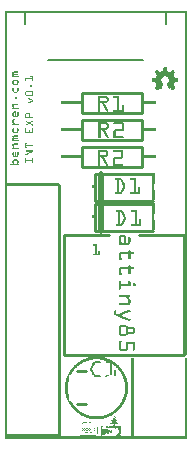
<source format=gto>
G04 MADE WITH FRITZING*
G04 WWW.FRITZING.ORG*
G04 DOUBLE SIDED*
G04 HOLES PLATED*
G04 CONTOUR ON CENTER OF CONTOUR VECTOR*
%ASAXBY*%
%FSLAX23Y23*%
%MOIN*%
%OFA0B0*%
%SFA1.0B1.0*%
%ADD10C,0.008000*%
%ADD11C,0.010000*%
%ADD12C,0.005000*%
%ADD13C,0.020000*%
%ADD14C,0.011000*%
%ADD15R,0.001000X0.001000*%
%LNSILK1*%
G90*
G70*
G54D10*
X538Y1422D02*
X66Y1422D01*
D02*
X538Y1422D02*
X538Y1383D01*
D02*
X66Y1422D02*
X66Y1383D01*
D02*
X145Y1264D02*
X460Y1264D01*
G54D11*
D02*
X256Y972D02*
X456Y972D01*
D02*
X456Y972D02*
X456Y906D01*
D02*
X456Y906D02*
X256Y906D01*
D02*
X256Y906D02*
X256Y972D01*
D02*
X256Y1152D02*
X456Y1152D01*
D02*
X456Y1152D02*
X456Y1086D01*
D02*
X456Y1086D02*
X256Y1086D01*
D02*
X256Y1086D02*
X256Y1152D01*
D02*
X180Y10D02*
X180Y847D01*
G54D12*
D02*
X4Y847D02*
X4Y10D01*
G54D11*
D02*
X196Y679D02*
X196Y279D01*
D02*
X196Y279D02*
X596Y279D01*
D02*
X596Y279D02*
X596Y679D01*
D02*
X196Y679D02*
X346Y679D01*
D02*
X446Y679D02*
X596Y679D01*
D02*
X256Y1062D02*
X456Y1062D01*
D02*
X456Y1062D02*
X456Y996D01*
D02*
X456Y996D02*
X256Y996D01*
D02*
X256Y996D02*
X256Y1062D01*
D02*
X300Y884D02*
X495Y884D01*
D02*
X495Y794D02*
X300Y794D01*
D02*
X300Y794D02*
X300Y884D01*
G54D13*
D02*
X320Y794D02*
X320Y884D01*
G54D11*
D02*
X300Y784D02*
X495Y784D01*
D02*
X495Y694D02*
X300Y694D01*
D02*
X300Y694D02*
X300Y784D01*
G54D13*
D02*
X320Y694D02*
X320Y784D01*
G36*
X529Y1238D02*
X529Y1238D01*
X529Y1238D01*
X529Y1238D01*
X529Y1238D01*
G37*
D02*
G36*
X563Y1228D02*
X563Y1228D01*
X563Y1228D01*
X563Y1228D01*
X563Y1228D01*
G37*
D02*
G36*
X514Y1226D02*
X514Y1226D01*
X514Y1226D01*
X514Y1226D01*
X514Y1226D01*
G37*
D02*
G36*
X565Y1226D02*
X565Y1226D01*
X565Y1226D01*
X565Y1226D01*
X565Y1226D01*
G37*
D02*
G36*
X548Y1225D02*
X548Y1225D01*
X548Y1225D01*
X548Y1225D01*
X548Y1225D01*
G37*
D02*
G36*
X521Y1224D02*
X521Y1224D01*
X521Y1224D01*
X521Y1224D01*
X521Y1224D01*
G37*
D02*
G36*
X549Y1224D02*
X549Y1224D01*
X550Y1224D01*
X550Y1224D01*
X549Y1224D01*
G37*
D02*
G36*
X567Y1224D02*
X567Y1224D01*
X567Y1224D01*
X567Y1224D01*
X567Y1224D01*
G37*
D02*
G36*
X502Y1219D02*
X502Y1219D01*
X502Y1219D01*
X502Y1219D01*
X502Y1219D01*
G37*
D02*
G36*
X504Y1215D02*
X504Y1215D01*
X504Y1215D01*
X504Y1215D01*
X504Y1215D01*
G37*
D02*
G36*
X563Y1214D02*
X563Y1214D01*
X564Y1214D01*
X564Y1214D01*
X563Y1214D01*
G37*
D02*
G36*
X563Y1214D02*
X563Y1213D01*
X563Y1213D01*
X563Y1214D01*
X563Y1214D01*
G37*
D02*
G36*
X504Y1208D02*
X504Y1208D01*
X504Y1208D01*
X504Y1208D01*
X504Y1208D01*
G37*
D02*
G36*
X538Y1207D02*
X538Y1207D01*
X538Y1207D01*
X538Y1207D01*
X538Y1207D01*
G37*
D02*
G36*
X563Y1207D02*
X563Y1206D01*
X563Y1206D01*
X563Y1207D01*
X563Y1207D01*
G37*
D02*
G36*
X524Y1206D02*
X524Y1206D01*
X524Y1206D01*
X524Y1206D01*
X524Y1206D01*
G37*
D02*
G36*
X524Y1206D02*
X524Y1206D01*
X525Y1206D01*
X525Y1206D01*
X524Y1206D01*
G37*
D02*
G36*
X542Y1205D02*
X542Y1205D01*
X543Y1205D01*
X543Y1205D01*
X542Y1205D01*
G37*
D02*
G36*
X547Y1202D02*
X547Y1202D01*
X547Y1202D01*
X547Y1202D01*
X547Y1202D01*
G37*
D02*
G36*
X546Y1202D02*
X546Y1202D01*
X547Y1202D01*
X547Y1202D01*
X546Y1202D01*
G37*
D02*
G36*
X523Y1202D02*
X523Y1201D01*
X524Y1201D01*
X524Y1202D01*
X523Y1202D01*
G37*
D02*
G36*
X577Y1201D02*
X577Y1201D01*
X578Y1201D01*
X578Y1201D01*
X577Y1201D01*
G37*
D02*
G36*
X577Y1201D02*
X577Y1201D01*
X577Y1201D01*
X577Y1201D01*
X577Y1201D01*
G37*
D02*
G36*
X491Y1191D02*
X491Y1190D01*
X491Y1190D01*
X491Y1191D01*
X491Y1191D01*
G37*
D02*
G36*
X575Y1190D02*
X575Y1190D01*
X575Y1190D01*
X575Y1190D01*
X575Y1190D01*
G37*
D02*
G36*
X565Y1189D02*
X565Y1188D01*
X565Y1188D01*
X565Y1189D01*
X565Y1189D01*
G37*
D02*
G36*
X502Y1187D02*
X502Y1186D01*
X503Y1186D01*
X503Y1187D01*
X502Y1187D01*
G37*
D02*
G36*
X563Y1177D02*
X563Y1177D01*
X564Y1177D01*
X564Y1177D01*
X563Y1177D01*
G37*
D02*
G36*
X564Y1177D02*
X564Y1177D01*
X564Y1177D01*
X564Y1177D01*
X564Y1177D01*
G37*
D02*
G36*
X563Y1176D02*
X563Y1176D01*
X563Y1176D01*
X563Y1176D01*
X563Y1176D01*
G37*
D02*
G36*
X567Y1167D02*
X567Y1167D01*
X567Y1167D01*
X567Y1167D01*
X567Y1167D01*
G37*
D02*
G36*
X502Y1167D02*
X502Y1167D01*
X502Y1167D01*
X502Y1167D01*
X502Y1167D01*
G37*
D02*
G36*
X515Y1167D02*
X515Y1166D01*
X515Y1166D01*
X515Y1167D01*
X515Y1167D01*
G37*
D02*
G36*
X553Y1167D02*
X553Y1166D01*
X554Y1166D01*
X554Y1167D01*
X553Y1167D01*
G37*
D02*
G36*
X515Y1166D02*
X515Y1166D01*
X515Y1166D01*
X515Y1166D01*
X515Y1166D01*
G37*
D02*
G36*
X515Y1166D02*
X515Y1166D01*
X515Y1166D01*
X515Y1166D01*
X515Y1166D01*
G37*
D02*
G36*
X547Y1166D02*
X547Y1165D01*
X547Y1165D01*
X547Y1166D01*
X547Y1166D01*
G37*
D02*
G36*
X565Y1165D02*
X565Y1165D01*
X565Y1165D01*
X565Y1165D01*
X565Y1165D01*
G37*
D02*
G36*
X504Y1165D02*
X504Y1165D01*
X504Y1165D01*
X504Y1165D01*
X504Y1165D01*
G37*
D02*
G36*
X528Y1239D02*
X528Y1239D01*
X529Y1239D01*
X529Y1239D01*
X528Y1239D01*
G37*
D02*
G36*
X530Y1239D02*
X530Y1239D01*
X540Y1239D01*
X540Y1239D01*
X530Y1239D01*
G37*
D02*
G36*
X528Y1239D02*
X528Y1239D01*
X540Y1239D01*
X540Y1239D01*
X528Y1239D01*
G37*
D02*
G36*
X528Y1239D02*
X528Y1239D01*
X540Y1239D01*
X540Y1239D01*
X528Y1239D01*
G37*
D02*
G36*
X528Y1239D02*
X528Y1238D01*
X529Y1238D01*
X529Y1238D01*
X528Y1238D01*
X528Y1238D01*
X529Y1238D01*
X529Y1239D01*
X528Y1239D01*
G37*
D02*
G36*
X529Y1239D02*
X529Y1238D01*
X529Y1238D01*
X529Y1239D01*
X529Y1239D01*
G37*
D02*
G36*
X530Y1239D02*
X530Y1238D01*
X540Y1238D01*
X540Y1238D01*
X540Y1238D01*
X540Y1238D01*
X540Y1238D01*
X540Y1239D01*
X530Y1239D01*
G37*
D02*
G36*
X529Y1238D02*
X529Y1238D01*
X540Y1238D01*
X540Y1238D01*
X529Y1238D01*
G37*
D02*
G36*
X529Y1238D02*
X529Y1238D01*
X540Y1238D01*
X540Y1238D01*
X529Y1238D01*
G37*
D02*
G36*
X529Y1238D02*
X529Y1238D01*
X540Y1238D01*
X540Y1238D01*
X529Y1238D01*
G37*
D02*
G36*
X529Y1238D02*
X529Y1238D01*
X540Y1238D01*
X540Y1238D01*
X529Y1238D01*
G37*
D02*
G36*
X528Y1238D02*
X528Y1238D01*
X529Y1238D01*
X529Y1238D01*
X528Y1238D01*
G37*
D02*
G36*
X528Y1238D02*
X528Y1238D01*
X529Y1238D01*
X529Y1238D01*
X528Y1238D01*
G37*
D02*
G36*
X529Y1238D02*
X529Y1238D01*
X540Y1238D01*
X540Y1238D01*
X529Y1238D01*
G37*
D02*
G36*
X540Y1238D02*
X540Y1238D01*
X540Y1238D01*
X540Y1237D01*
X540Y1237D01*
X540Y1238D01*
X540Y1238D01*
X540Y1238D01*
X540Y1238D01*
G37*
D02*
G36*
X528Y1238D02*
X528Y1237D01*
X529Y1237D01*
X529Y1238D01*
X528Y1238D01*
G37*
D02*
G36*
X530Y1238D02*
X530Y1237D01*
X540Y1237D01*
X540Y1238D01*
X530Y1238D01*
G37*
D02*
G36*
X528Y1237D02*
X528Y1237D01*
X540Y1237D01*
X540Y1237D01*
X528Y1237D01*
G37*
D02*
G36*
X528Y1237D02*
X528Y1237D01*
X540Y1237D01*
X540Y1237D01*
X528Y1237D01*
G37*
D02*
G36*
X528Y1237D02*
X528Y1237D01*
X540Y1237D01*
X540Y1237D01*
X528Y1237D01*
G37*
D02*
G36*
X528Y1237D02*
X528Y1237D01*
X540Y1237D01*
X540Y1236D01*
X541Y1236D01*
X541Y1237D01*
X540Y1237D01*
X540Y1237D01*
X528Y1237D01*
G37*
D02*
G36*
X528Y1237D02*
X528Y1236D01*
X539Y1236D01*
X539Y1237D01*
X528Y1237D01*
G37*
D02*
G36*
X540Y1237D02*
X540Y1236D01*
X540Y1236D01*
X540Y1237D01*
X540Y1237D01*
G37*
D02*
G36*
X528Y1236D02*
X528Y1236D01*
X540Y1236D01*
X540Y1236D01*
X528Y1236D01*
G37*
D02*
G36*
X540Y1236D02*
X540Y1236D01*
X541Y1236D01*
X541Y1236D01*
X540Y1236D01*
G37*
D02*
G36*
X528Y1236D02*
X528Y1236D01*
X541Y1236D01*
X541Y1236D01*
X528Y1236D01*
G37*
D02*
G36*
X528Y1236D02*
X528Y1236D01*
X541Y1236D01*
X541Y1236D01*
X528Y1236D01*
G37*
D02*
G36*
X528Y1236D02*
X528Y1236D01*
X540Y1236D01*
X540Y1236D01*
X540Y1236D01*
X540Y1235D01*
X541Y1235D01*
X541Y1236D01*
X541Y1236D01*
X541Y1236D01*
X528Y1236D01*
G37*
D02*
G36*
X528Y1236D02*
X528Y1236D01*
X539Y1236D01*
X539Y1236D01*
X528Y1236D01*
G37*
D02*
G36*
X528Y1236D02*
X528Y1235D01*
X540Y1235D01*
X540Y1236D01*
X528Y1236D01*
G37*
D02*
G36*
X528Y1236D02*
X528Y1235D01*
X540Y1235D01*
X540Y1236D01*
X528Y1236D01*
G37*
D02*
G36*
X528Y1235D02*
X528Y1235D01*
X541Y1235D01*
X541Y1235D01*
X528Y1235D01*
G37*
D02*
G36*
X528Y1235D02*
X528Y1235D01*
X541Y1235D01*
X541Y1235D01*
X528Y1235D01*
G37*
D02*
G36*
X527Y1235D02*
X527Y1235D01*
X528Y1235D01*
X528Y1235D01*
X539Y1235D01*
X539Y1235D01*
X527Y1235D01*
G37*
D02*
G36*
X540Y1235D02*
X540Y1235D01*
X540Y1235D01*
X540Y1235D01*
X540Y1235D01*
G37*
D02*
G36*
X540Y1235D02*
X540Y1235D01*
X541Y1235D01*
X541Y1235D01*
X540Y1235D01*
G37*
D02*
G36*
X528Y1235D02*
X528Y1235D01*
X540Y1235D01*
X540Y1235D01*
X528Y1235D01*
G37*
D02*
G36*
X540Y1235D02*
X540Y1235D01*
X540Y1235D01*
X540Y1234D01*
X541Y1234D01*
X541Y1235D01*
X541Y1235D01*
X541Y1235D01*
X540Y1235D01*
G37*
D02*
G36*
X528Y1235D02*
X528Y1234D01*
X540Y1234D01*
X540Y1235D01*
X528Y1235D01*
G37*
D02*
G36*
X528Y1235D02*
X528Y1234D01*
X540Y1234D01*
X540Y1235D01*
X528Y1235D01*
G37*
D02*
G36*
X527Y1234D02*
X527Y1234D01*
X541Y1234D01*
X541Y1234D01*
X527Y1234D01*
G37*
D02*
G36*
X527Y1234D02*
X527Y1234D01*
X541Y1234D01*
X541Y1234D01*
X527Y1234D01*
G37*
D02*
G36*
X527Y1234D02*
X527Y1234D01*
X540Y1234D01*
X540Y1233D01*
X541Y1233D01*
X541Y1234D01*
X541Y1234D01*
X541Y1234D01*
X541Y1234D01*
X541Y1234D01*
X527Y1234D01*
G37*
D02*
G36*
X527Y1234D02*
X527Y1233D01*
X528Y1233D01*
X528Y1234D01*
X527Y1234D01*
G37*
D02*
G36*
X528Y1234D02*
X528Y1233D01*
X540Y1233D01*
X540Y1234D01*
X528Y1234D01*
G37*
D02*
G36*
X527Y1233D02*
X527Y1233D01*
X541Y1233D01*
X541Y1233D01*
X527Y1233D01*
G37*
D02*
G36*
X527Y1233D02*
X527Y1233D01*
X541Y1233D01*
X541Y1233D01*
X527Y1233D01*
G37*
D02*
G36*
X527Y1233D02*
X527Y1233D01*
X541Y1233D01*
X541Y1233D01*
X527Y1233D01*
G37*
D02*
G36*
X527Y1233D02*
X527Y1233D01*
X527Y1233D01*
X527Y1233D01*
X527Y1233D01*
X527Y1232D01*
X527Y1232D01*
X527Y1232D01*
X528Y1232D01*
X528Y1232D01*
X541Y1232D01*
X541Y1233D01*
X527Y1233D01*
G37*
D02*
G36*
X527Y1232D02*
X527Y1232D01*
X527Y1232D01*
X527Y1232D01*
X527Y1232D01*
G37*
D02*
G36*
X527Y1232D02*
X527Y1232D01*
X527Y1232D01*
X527Y1232D01*
X527Y1232D01*
X527Y1232D01*
X527Y1232D01*
G37*
D02*
G36*
X527Y1232D02*
X527Y1232D01*
X528Y1232D01*
X528Y1231D01*
X542Y1231D01*
X542Y1232D01*
X527Y1232D01*
G37*
D02*
G36*
X527Y1232D02*
X527Y1231D01*
X528Y1231D01*
X528Y1232D01*
X527Y1232D01*
G37*
D02*
G36*
X527Y1232D02*
X527Y1231D01*
X528Y1231D01*
X528Y1232D01*
X527Y1232D01*
G37*
D02*
G36*
X527Y1231D02*
X527Y1231D01*
X527Y1231D01*
X527Y1231D01*
X527Y1231D01*
G37*
D02*
G36*
X528Y1231D02*
X528Y1231D01*
X542Y1231D01*
X542Y1231D01*
X528Y1231D01*
G37*
D02*
G36*
X527Y1231D02*
X527Y1231D01*
X542Y1231D01*
X542Y1231D01*
X527Y1231D01*
G37*
D02*
G36*
X527Y1231D02*
X527Y1231D01*
X542Y1231D01*
X542Y1231D01*
X527Y1231D01*
G37*
D02*
G36*
X527Y1231D02*
X527Y1231D01*
X527Y1231D01*
X527Y1231D01*
X527Y1231D01*
G37*
D02*
G36*
X527Y1231D02*
X527Y1231D01*
X528Y1231D01*
X528Y1230D01*
X528Y1230D01*
X528Y1230D01*
X542Y1230D01*
X542Y1231D01*
X542Y1231D01*
X542Y1231D01*
X527Y1231D01*
G37*
D02*
G36*
X527Y1231D02*
X527Y1230D01*
X527Y1230D01*
X527Y1230D01*
X527Y1230D01*
X527Y1231D01*
X527Y1231D01*
G37*
D02*
G36*
X507Y1230D02*
X507Y1230D01*
X507Y1230D01*
X507Y1230D01*
X507Y1230D01*
G37*
D02*
G36*
X508Y1230D02*
X508Y1230D01*
X508Y1230D01*
X508Y1230D01*
X508Y1230D01*
G37*
D02*
G36*
X527Y1230D02*
X527Y1230D01*
X528Y1230D01*
X528Y1230D01*
X527Y1230D01*
G37*
D02*
G36*
X560Y1230D02*
X560Y1230D01*
X560Y1230D01*
X560Y1230D01*
X561Y1230D01*
X561Y1230D01*
X562Y1230D01*
X562Y1229D01*
X562Y1229D01*
X562Y1230D01*
X562Y1230D01*
X562Y1230D01*
X561Y1230D01*
X561Y1230D01*
X561Y1230D01*
X561Y1230D01*
X560Y1230D01*
G37*
D02*
G36*
X507Y1230D02*
X507Y1230D01*
X509Y1230D01*
X509Y1230D01*
X507Y1230D01*
G37*
D02*
G36*
X507Y1230D02*
X507Y1230D01*
X509Y1230D01*
X509Y1230D01*
X507Y1230D01*
G37*
D02*
G36*
X527Y1230D02*
X527Y1230D01*
X542Y1230D01*
X542Y1230D01*
X527Y1230D01*
G37*
D02*
G36*
X527Y1230D02*
X527Y1230D01*
X542Y1230D01*
X542Y1230D01*
X527Y1230D01*
G37*
D02*
G36*
X507Y1230D02*
X507Y1230D01*
X509Y1230D01*
X509Y1229D01*
X509Y1229D01*
X509Y1230D01*
X509Y1230D01*
X509Y1230D01*
X507Y1230D01*
G37*
D02*
G36*
X526Y1230D02*
X526Y1230D01*
X528Y1230D01*
X528Y1230D01*
X526Y1230D01*
G37*
D02*
G36*
X528Y1230D02*
X528Y1230D01*
X541Y1230D01*
X541Y1230D01*
X528Y1230D01*
G37*
D02*
G36*
X559Y1230D02*
X559Y1230D01*
X561Y1230D01*
X561Y1230D01*
X559Y1230D01*
G37*
D02*
G36*
X507Y1230D02*
X507Y1229D01*
X507Y1229D01*
X507Y1230D01*
X507Y1230D01*
G37*
D02*
G36*
X508Y1230D02*
X508Y1229D01*
X508Y1229D01*
X508Y1230D01*
X508Y1230D01*
G37*
D02*
G36*
X526Y1230D02*
X526Y1229D01*
X542Y1229D01*
X542Y1230D01*
X526Y1230D01*
G37*
D02*
G36*
X526Y1230D02*
X526Y1229D01*
X542Y1229D01*
X542Y1230D01*
X526Y1230D01*
G37*
D02*
G36*
X559Y1230D02*
X559Y1229D01*
X561Y1229D01*
X561Y1230D01*
X559Y1230D01*
G37*
D02*
G36*
X559Y1230D02*
X559Y1229D01*
X561Y1229D01*
X561Y1230D01*
X559Y1230D01*
G37*
D02*
G36*
X506Y1229D02*
X506Y1229D01*
X510Y1229D01*
X510Y1229D01*
X506Y1229D01*
G37*
D02*
G36*
X506Y1229D02*
X506Y1229D01*
X510Y1229D01*
X510Y1229D01*
X506Y1229D01*
G37*
D02*
G36*
X506Y1229D02*
X506Y1229D01*
X510Y1229D01*
X510Y1229D01*
X506Y1229D01*
G37*
D02*
G36*
X527Y1229D02*
X527Y1229D01*
X527Y1229D01*
X527Y1229D01*
X542Y1229D01*
X542Y1229D01*
X542Y1229D01*
X542Y1229D01*
X527Y1229D01*
G37*
D02*
G36*
X559Y1229D02*
X559Y1229D01*
X562Y1229D01*
X562Y1229D01*
X559Y1229D01*
G37*
D02*
G36*
X559Y1229D02*
X559Y1229D01*
X562Y1229D01*
X562Y1229D01*
X559Y1229D01*
G37*
D02*
G36*
X506Y1229D02*
X506Y1229D01*
X506Y1229D01*
X506Y1229D01*
X506Y1229D01*
G37*
D02*
G36*
X507Y1229D02*
X507Y1229D01*
X509Y1229D01*
X509Y1229D01*
X507Y1229D01*
G37*
D02*
G36*
X509Y1229D02*
X509Y1229D01*
X509Y1229D01*
X509Y1229D01*
X509Y1229D01*
X509Y1229D01*
X509Y1229D01*
G37*
D02*
G36*
X510Y1229D02*
X510Y1229D01*
X510Y1229D01*
X510Y1228D01*
X510Y1228D01*
X510Y1229D01*
X510Y1229D01*
X510Y1229D01*
X510Y1229D01*
G37*
D02*
G36*
X526Y1229D02*
X526Y1229D01*
X527Y1229D01*
X527Y1229D01*
X526Y1229D01*
G37*
D02*
G36*
X558Y1229D02*
X558Y1229D01*
X562Y1229D01*
X562Y1229D01*
X563Y1229D01*
X563Y1229D01*
X562Y1229D01*
X562Y1229D01*
X558Y1229D01*
G37*
D02*
G36*
X506Y1229D02*
X506Y1229D01*
X509Y1229D01*
X509Y1229D01*
X506Y1229D01*
G37*
D02*
G36*
X506Y1229D02*
X506Y1229D01*
X509Y1229D01*
X509Y1229D01*
X506Y1229D01*
G37*
D02*
G36*
X526Y1229D02*
X526Y1229D01*
X542Y1229D01*
X542Y1229D01*
X526Y1229D01*
G37*
D02*
G36*
X526Y1229D02*
X526Y1229D01*
X542Y1229D01*
X542Y1229D01*
X526Y1229D01*
G37*
D02*
G36*
X558Y1229D02*
X558Y1229D01*
X561Y1229D01*
X561Y1228D01*
X561Y1228D01*
X561Y1229D01*
X562Y1229D01*
X562Y1229D01*
X558Y1229D01*
G37*
D02*
G36*
X506Y1229D02*
X506Y1228D01*
X510Y1228D01*
X510Y1229D01*
X506Y1229D01*
G37*
D02*
G36*
X506Y1229D02*
X506Y1228D01*
X510Y1228D01*
X510Y1229D01*
X506Y1229D01*
G37*
D02*
G36*
X511Y1229D02*
X511Y1228D01*
X511Y1228D01*
X511Y1229D01*
X511Y1229D01*
G37*
D02*
G36*
X526Y1229D02*
X526Y1228D01*
X526Y1228D01*
X526Y1228D01*
X528Y1228D01*
X528Y1228D01*
X542Y1228D01*
X542Y1228D01*
X542Y1228D01*
X542Y1228D01*
X542Y1228D01*
X542Y1229D01*
X526Y1229D01*
G37*
D02*
G36*
X558Y1229D02*
X558Y1228D01*
X558Y1228D01*
X558Y1229D01*
X558Y1229D01*
G37*
D02*
G36*
X558Y1229D02*
X558Y1228D01*
X561Y1228D01*
X561Y1229D01*
X558Y1229D01*
G37*
D02*
G36*
X562Y1229D02*
X562Y1228D01*
X563Y1228D01*
X563Y1229D01*
X562Y1229D01*
G37*
D02*
G36*
X505Y1228D02*
X505Y1228D01*
X506Y1228D01*
X506Y1228D01*
X505Y1228D01*
G37*
D02*
G36*
X507Y1228D02*
X507Y1228D01*
X509Y1228D01*
X509Y1228D01*
X507Y1228D01*
G37*
D02*
G36*
X509Y1228D02*
X509Y1228D01*
X511Y1228D01*
X511Y1228D01*
X509Y1228D01*
G37*
D02*
G36*
X509Y1228D02*
X509Y1228D01*
X511Y1228D01*
X511Y1228D01*
X509Y1228D01*
G37*
D02*
G36*
X509Y1228D02*
X509Y1228D01*
X511Y1228D01*
X511Y1228D01*
X509Y1228D01*
G37*
D02*
G36*
X557Y1228D02*
X557Y1228D01*
X558Y1228D01*
X558Y1228D01*
X557Y1228D01*
G37*
D02*
G36*
X557Y1228D02*
X557Y1228D01*
X558Y1228D01*
X558Y1228D01*
X557Y1228D01*
G37*
D02*
G36*
X559Y1228D02*
X559Y1228D01*
X563Y1228D01*
X563Y1228D01*
X559Y1228D01*
G37*
D02*
G36*
X559Y1228D02*
X559Y1228D01*
X563Y1228D01*
X563Y1228D01*
X559Y1228D01*
G37*
D02*
G36*
X559Y1228D02*
X559Y1228D01*
X563Y1228D01*
X563Y1228D01*
X559Y1228D01*
G37*
D02*
G36*
X505Y1228D02*
X505Y1228D01*
X511Y1228D01*
X511Y1228D01*
X505Y1228D01*
G37*
D02*
G36*
X505Y1228D02*
X505Y1228D01*
X511Y1228D01*
X511Y1228D01*
X505Y1228D01*
G37*
D02*
G36*
X505Y1228D02*
X505Y1228D01*
X511Y1228D01*
X511Y1228D01*
X505Y1228D01*
G37*
D02*
G36*
X511Y1228D02*
X511Y1228D01*
X511Y1228D01*
X511Y1228D01*
X511Y1228D01*
G37*
D02*
G36*
X526Y1228D02*
X526Y1228D01*
X527Y1228D01*
X527Y1228D01*
X527Y1228D01*
X527Y1228D01*
X526Y1228D01*
G37*
D02*
G36*
X527Y1228D02*
X527Y1228D01*
X528Y1228D01*
X528Y1228D01*
X527Y1228D01*
G37*
D02*
G36*
X557Y1228D02*
X557Y1228D01*
X561Y1228D01*
X561Y1228D01*
X557Y1228D01*
G37*
D02*
G36*
X557Y1228D02*
X557Y1228D01*
X561Y1228D01*
X561Y1228D01*
X557Y1228D01*
G37*
D02*
G36*
X561Y1228D02*
X561Y1228D01*
X561Y1228D01*
X561Y1228D01*
X561Y1228D01*
G37*
D02*
G36*
X562Y1228D02*
X562Y1228D01*
X563Y1228D01*
X563Y1228D01*
X562Y1228D01*
G37*
D02*
G36*
X505Y1228D02*
X505Y1228D01*
X505Y1228D01*
X505Y1228D01*
X505Y1228D01*
G37*
D02*
G36*
X505Y1228D02*
X505Y1228D01*
X506Y1228D01*
X506Y1228D01*
X505Y1228D01*
G37*
D02*
G36*
X506Y1228D02*
X506Y1228D01*
X506Y1228D01*
X506Y1228D01*
X506Y1228D01*
G37*
D02*
G36*
X507Y1228D02*
X507Y1228D01*
X509Y1228D01*
X509Y1228D01*
X507Y1228D01*
G37*
D02*
G36*
X509Y1228D02*
X509Y1228D01*
X511Y1228D01*
X511Y1228D01*
X509Y1228D01*
G37*
D02*
G36*
X509Y1228D02*
X509Y1228D01*
X511Y1228D01*
X511Y1228D01*
X509Y1228D01*
G37*
D02*
G36*
X512Y1228D02*
X512Y1228D01*
X512Y1228D01*
X512Y1228D01*
X512Y1228D01*
G37*
D02*
G36*
X526Y1228D02*
X526Y1228D01*
X526Y1228D01*
X526Y1227D01*
X526Y1227D01*
X526Y1228D01*
X527Y1228D01*
X527Y1228D01*
X526Y1228D01*
G37*
D02*
G36*
X528Y1228D02*
X528Y1228D01*
X542Y1228D01*
X542Y1228D01*
X528Y1228D01*
G37*
D02*
G36*
X557Y1228D02*
X557Y1228D01*
X557Y1228D01*
X557Y1228D01*
X557Y1228D01*
G37*
D02*
G36*
X558Y1228D02*
X558Y1228D01*
X563Y1228D01*
X563Y1228D01*
X558Y1228D01*
G37*
D02*
G36*
X558Y1228D02*
X558Y1228D01*
X563Y1228D01*
X563Y1228D01*
X558Y1228D01*
G37*
D02*
G36*
X558Y1228D02*
X558Y1228D01*
X563Y1228D01*
X563Y1228D01*
X558Y1228D01*
G37*
D02*
G36*
X563Y1228D02*
X563Y1228D01*
X564Y1228D01*
X564Y1228D01*
X563Y1228D01*
G37*
D02*
G36*
X505Y1228D02*
X505Y1227D01*
X510Y1227D01*
X510Y1228D01*
X505Y1228D01*
G37*
D02*
G36*
X505Y1228D02*
X505Y1227D01*
X510Y1227D01*
X510Y1228D01*
X505Y1228D01*
G37*
D02*
G36*
X505Y1228D02*
X505Y1227D01*
X510Y1227D01*
X510Y1228D01*
X505Y1228D01*
G37*
D02*
G36*
X505Y1228D02*
X505Y1227D01*
X510Y1227D01*
X510Y1228D01*
X505Y1228D01*
G37*
D02*
G36*
X505Y1228D02*
X505Y1227D01*
X510Y1227D01*
X510Y1228D01*
X505Y1228D01*
G37*
D02*
G36*
X510Y1228D02*
X510Y1227D01*
X512Y1227D01*
X512Y1228D01*
X510Y1228D01*
G37*
D02*
G36*
X510Y1228D02*
X510Y1227D01*
X512Y1227D01*
X512Y1228D01*
X510Y1228D01*
G37*
D02*
G36*
X527Y1228D02*
X527Y1227D01*
X527Y1227D01*
X527Y1228D01*
X527Y1228D01*
G37*
D02*
G36*
X527Y1228D02*
X527Y1227D01*
X528Y1227D01*
X528Y1228D01*
X527Y1228D01*
G37*
D02*
G36*
X528Y1228D02*
X528Y1227D01*
X542Y1227D01*
X542Y1228D01*
X528Y1228D01*
G37*
D02*
G36*
X528Y1228D02*
X528Y1227D01*
X542Y1227D01*
X542Y1228D01*
X528Y1228D01*
G37*
D02*
G36*
X556Y1228D02*
X556Y1227D01*
X564Y1227D01*
X564Y1228D01*
X556Y1228D01*
G37*
D02*
G36*
X556Y1228D02*
X556Y1227D01*
X564Y1227D01*
X564Y1228D01*
X556Y1228D01*
G37*
D02*
G36*
X556Y1228D02*
X556Y1227D01*
X564Y1227D01*
X564Y1228D01*
X556Y1228D01*
G37*
D02*
G36*
X504Y1227D02*
X504Y1227D01*
X513Y1227D01*
X513Y1227D01*
X504Y1227D01*
G37*
D02*
G36*
X504Y1227D02*
X504Y1227D01*
X513Y1227D01*
X513Y1227D01*
X504Y1227D01*
G37*
D02*
G36*
X526Y1227D02*
X526Y1227D01*
X541Y1227D01*
X541Y1227D01*
X526Y1227D01*
G37*
D02*
G36*
X526Y1227D02*
X526Y1227D01*
X541Y1227D01*
X541Y1227D01*
X526Y1227D01*
G37*
D02*
G36*
X526Y1227D02*
X526Y1227D01*
X541Y1227D01*
X541Y1227D01*
X526Y1227D01*
G37*
D02*
G36*
X526Y1227D02*
X526Y1227D01*
X541Y1227D01*
X541Y1227D01*
X526Y1227D01*
G37*
D02*
G36*
X542Y1227D02*
X542Y1227D01*
X542Y1227D01*
X542Y1227D01*
X542Y1227D01*
X542Y1227D01*
X542Y1227D01*
G37*
D02*
G36*
X556Y1227D02*
X556Y1227D01*
X556Y1227D01*
X556Y1227D01*
X564Y1227D01*
X564Y1227D01*
X565Y1227D01*
X565Y1227D01*
X564Y1227D01*
X564Y1227D01*
X564Y1227D01*
X564Y1227D01*
X556Y1227D01*
G37*
D02*
G36*
X504Y1227D02*
X504Y1227D01*
X504Y1227D01*
X504Y1227D01*
X504Y1227D01*
G37*
D02*
G36*
X505Y1227D02*
X505Y1227D01*
X513Y1227D01*
X513Y1227D01*
X505Y1227D01*
G37*
D02*
G36*
X526Y1227D02*
X526Y1227D01*
X542Y1227D01*
X542Y1227D01*
X526Y1227D01*
G37*
D02*
G36*
X526Y1227D02*
X526Y1227D01*
X542Y1227D01*
X542Y1227D01*
X526Y1227D01*
G37*
D02*
G36*
X542Y1227D02*
X542Y1227D01*
X543Y1227D01*
X543Y1227D01*
X542Y1227D01*
G37*
D02*
G36*
X504Y1227D02*
X504Y1227D01*
X513Y1227D01*
X513Y1227D01*
X504Y1227D01*
G37*
D02*
G36*
X504Y1227D02*
X504Y1227D01*
X513Y1227D01*
X513Y1227D01*
X504Y1227D01*
G37*
D02*
G36*
X525Y1227D02*
X525Y1227D01*
X543Y1227D01*
X543Y1227D01*
X525Y1227D01*
G37*
D02*
G36*
X525Y1227D02*
X525Y1227D01*
X543Y1227D01*
X543Y1227D01*
X525Y1227D01*
G37*
D02*
G36*
X525Y1227D02*
X525Y1227D01*
X543Y1227D01*
X543Y1227D01*
X525Y1227D01*
G37*
D02*
G36*
X555Y1227D02*
X555Y1227D01*
X563Y1227D01*
X563Y1226D01*
X563Y1226D01*
X563Y1227D01*
X564Y1227D01*
X564Y1227D01*
X555Y1227D01*
G37*
D02*
G36*
X504Y1227D02*
X504Y1226D01*
X505Y1226D01*
X505Y1226D01*
X513Y1226D01*
X513Y1226D01*
X513Y1226D01*
X513Y1227D01*
X504Y1227D01*
G37*
D02*
G36*
X513Y1227D02*
X513Y1226D01*
X513Y1226D01*
X513Y1227D01*
X513Y1227D01*
G37*
D02*
G36*
X524Y1227D02*
X524Y1226D01*
X525Y1226D01*
X525Y1227D01*
X524Y1227D01*
G37*
D02*
G36*
X525Y1227D02*
X525Y1226D01*
X543Y1226D01*
X543Y1226D01*
X543Y1226D01*
X543Y1226D01*
X543Y1226D01*
X543Y1227D01*
X525Y1227D01*
G37*
D02*
G36*
X543Y1227D02*
X543Y1226D01*
X544Y1226D01*
X544Y1227D01*
X543Y1227D01*
G37*
D02*
G36*
X555Y1227D02*
X555Y1226D01*
X555Y1226D01*
X555Y1227D01*
X555Y1227D01*
G37*
D02*
G36*
X555Y1227D02*
X555Y1226D01*
X563Y1226D01*
X563Y1227D01*
X555Y1227D01*
G37*
D02*
G36*
X564Y1227D02*
X564Y1226D01*
X565Y1226D01*
X565Y1227D01*
X564Y1227D01*
G37*
D02*
G36*
X503Y1226D02*
X503Y1226D01*
X504Y1226D01*
X504Y1226D01*
X503Y1226D01*
G37*
D02*
G36*
X513Y1226D02*
X513Y1226D01*
X513Y1226D01*
X513Y1226D01*
X513Y1226D01*
G37*
D02*
G36*
X513Y1226D02*
X513Y1226D01*
X513Y1226D01*
X513Y1226D01*
X513Y1226D01*
G37*
D02*
G36*
X524Y1226D02*
X524Y1226D01*
X542Y1226D01*
X542Y1226D01*
X524Y1226D01*
G37*
D02*
G36*
X524Y1226D02*
X524Y1226D01*
X542Y1226D01*
X542Y1226D01*
X524Y1226D01*
G37*
D02*
G36*
X542Y1226D02*
X542Y1226D01*
X542Y1226D01*
X542Y1226D01*
X542Y1226D01*
G37*
D02*
G36*
X543Y1226D02*
X543Y1226D01*
X544Y1226D01*
X544Y1226D01*
X543Y1226D01*
G37*
D02*
G36*
X554Y1226D02*
X554Y1226D01*
X556Y1226D01*
X556Y1226D01*
X554Y1226D01*
G37*
D02*
G36*
X554Y1226D02*
X554Y1226D01*
X556Y1226D01*
X556Y1226D01*
X554Y1226D01*
G37*
D02*
G36*
X556Y1226D02*
X556Y1226D01*
X565Y1226D01*
X565Y1226D01*
X556Y1226D01*
G37*
D02*
G36*
X556Y1226D02*
X556Y1226D01*
X565Y1226D01*
X565Y1226D01*
X556Y1226D01*
G37*
D02*
G36*
X556Y1226D02*
X556Y1226D01*
X565Y1226D01*
X565Y1226D01*
X556Y1226D01*
G37*
D02*
G36*
X503Y1226D02*
X503Y1226D01*
X513Y1226D01*
X513Y1226D01*
X503Y1226D01*
G37*
D02*
G36*
X503Y1226D02*
X503Y1226D01*
X513Y1226D01*
X513Y1226D01*
X503Y1226D01*
G37*
D02*
G36*
X503Y1226D02*
X503Y1226D01*
X513Y1226D01*
X513Y1226D01*
X503Y1226D01*
G37*
D02*
G36*
X513Y1226D02*
X513Y1226D01*
X514Y1226D01*
X514Y1226D01*
X513Y1226D01*
G37*
D02*
G36*
X514Y1226D02*
X514Y1226D01*
X514Y1226D01*
X514Y1226D01*
X514Y1226D01*
G37*
D02*
G36*
X523Y1226D02*
X523Y1226D01*
X543Y1226D01*
X543Y1226D01*
X523Y1226D01*
G37*
D02*
G36*
X523Y1226D02*
X523Y1226D01*
X543Y1226D01*
X543Y1226D01*
X523Y1226D01*
G37*
D02*
G36*
X543Y1226D02*
X543Y1226D01*
X545Y1226D01*
X545Y1226D01*
X546Y1226D01*
X546Y1226D01*
X545Y1226D01*
X545Y1226D01*
X543Y1226D01*
G37*
D02*
G36*
X554Y1226D02*
X554Y1226D01*
X555Y1226D01*
X555Y1226D01*
X554Y1226D01*
G37*
D02*
G36*
X555Y1226D02*
X555Y1226D01*
X563Y1226D01*
X563Y1226D01*
X555Y1226D01*
G37*
D02*
G36*
X555Y1226D02*
X555Y1226D01*
X563Y1226D01*
X563Y1226D01*
X555Y1226D01*
G37*
D02*
G36*
X563Y1226D02*
X563Y1226D01*
X563Y1226D01*
X563Y1226D01*
X563Y1226D01*
G37*
D02*
G36*
X564Y1226D02*
X564Y1226D01*
X565Y1226D01*
X565Y1226D01*
X564Y1226D01*
G37*
D02*
G36*
X503Y1226D02*
X503Y1226D01*
X503Y1226D01*
X503Y1226D01*
X503Y1226D01*
G37*
D02*
G36*
X503Y1226D02*
X503Y1226D01*
X504Y1226D01*
X504Y1226D01*
X503Y1226D01*
G37*
D02*
G36*
X504Y1226D02*
X504Y1226D01*
X504Y1226D01*
X504Y1226D01*
X504Y1226D01*
G37*
D02*
G36*
X505Y1226D02*
X505Y1226D01*
X513Y1226D01*
X513Y1226D01*
X505Y1226D01*
G37*
D02*
G36*
X513Y1226D02*
X513Y1226D01*
X515Y1226D01*
X515Y1226D01*
X513Y1226D01*
G37*
D02*
G36*
X513Y1226D02*
X513Y1226D01*
X515Y1226D01*
X515Y1226D01*
X513Y1226D01*
G37*
D02*
G36*
X513Y1226D02*
X513Y1226D01*
X515Y1226D01*
X515Y1226D01*
X513Y1226D01*
G37*
D02*
G36*
X523Y1226D02*
X523Y1226D01*
X523Y1226D01*
X523Y1226D01*
X523Y1226D01*
G37*
D02*
G36*
X524Y1226D02*
X524Y1226D01*
X524Y1226D01*
X524Y1226D01*
X524Y1226D01*
G37*
D02*
G36*
X524Y1226D02*
X524Y1226D01*
X524Y1226D01*
X524Y1226D01*
X524Y1226D01*
G37*
D02*
G36*
X525Y1226D02*
X525Y1226D01*
X525Y1226D01*
X525Y1226D01*
X525Y1226D01*
G37*
D02*
G36*
X525Y1226D02*
X525Y1226D01*
X542Y1226D01*
X542Y1226D01*
X525Y1226D01*
G37*
D02*
G36*
X542Y1226D02*
X542Y1226D01*
X545Y1226D01*
X545Y1226D01*
X542Y1226D01*
G37*
D02*
G36*
X542Y1226D02*
X542Y1226D01*
X545Y1226D01*
X545Y1226D01*
X542Y1226D01*
G37*
D02*
G36*
X554Y1226D02*
X554Y1226D01*
X553Y1226D01*
X553Y1225D01*
X553Y1225D01*
X553Y1225D01*
X553Y1225D01*
X553Y1225D01*
X554Y1225D01*
X554Y1225D01*
X554Y1225D01*
X554Y1225D01*
X555Y1225D01*
X555Y1226D01*
X555Y1226D01*
X555Y1226D01*
X554Y1226D01*
G37*
D02*
G36*
X555Y1226D02*
X555Y1226D01*
X565Y1226D01*
X565Y1226D01*
X555Y1226D01*
G37*
D02*
G36*
X555Y1226D02*
X555Y1226D01*
X565Y1226D01*
X565Y1226D01*
X555Y1226D01*
G37*
D02*
G36*
X555Y1226D02*
X555Y1226D01*
X565Y1226D01*
X565Y1226D01*
X555Y1226D01*
G37*
D02*
G36*
X565Y1226D02*
X565Y1226D01*
X566Y1226D01*
X566Y1226D01*
X565Y1226D01*
G37*
D02*
G36*
X503Y1226D02*
X503Y1225D01*
X513Y1225D01*
X513Y1226D01*
X503Y1226D01*
G37*
D02*
G36*
X503Y1226D02*
X503Y1225D01*
X513Y1225D01*
X513Y1226D01*
X503Y1226D01*
G37*
D02*
G36*
X503Y1226D02*
X503Y1225D01*
X513Y1225D01*
X513Y1226D01*
X503Y1226D01*
G37*
D02*
G36*
X503Y1226D02*
X503Y1225D01*
X513Y1225D01*
X513Y1226D01*
X503Y1226D01*
G37*
D02*
G36*
X513Y1226D02*
X513Y1225D01*
X514Y1225D01*
X514Y1226D01*
X513Y1226D01*
G37*
D02*
G36*
X514Y1226D02*
X514Y1225D01*
X515Y1225D01*
X515Y1226D01*
X514Y1226D01*
G37*
D02*
G36*
X522Y1226D02*
X522Y1225D01*
X546Y1225D01*
X546Y1226D01*
X522Y1226D01*
G37*
D02*
G36*
X522Y1226D02*
X522Y1225D01*
X546Y1225D01*
X546Y1226D01*
X522Y1226D01*
G37*
D02*
G36*
X522Y1226D02*
X522Y1225D01*
X546Y1225D01*
X546Y1226D01*
X522Y1226D01*
G37*
D02*
G36*
X522Y1226D02*
X522Y1225D01*
X546Y1225D01*
X546Y1226D01*
X522Y1226D01*
G37*
D02*
G36*
X522Y1226D02*
X522Y1225D01*
X546Y1225D01*
X546Y1226D01*
X522Y1226D01*
G37*
D02*
G36*
X522Y1226D02*
X522Y1225D01*
X546Y1225D01*
X546Y1226D01*
X522Y1226D01*
G37*
D02*
G36*
X522Y1226D02*
X522Y1225D01*
X546Y1225D01*
X546Y1226D01*
X522Y1226D01*
G37*
D02*
G36*
X555Y1226D02*
X555Y1225D01*
X555Y1225D01*
X555Y1226D01*
X555Y1226D01*
G37*
D02*
G36*
X556Y1226D02*
X556Y1225D01*
X566Y1225D01*
X566Y1226D01*
X556Y1226D01*
G37*
D02*
G36*
X556Y1226D02*
X556Y1225D01*
X566Y1225D01*
X566Y1226D01*
X556Y1226D01*
G37*
D02*
G36*
X502Y1225D02*
X502Y1225D01*
X515Y1225D01*
X515Y1225D01*
X502Y1225D01*
G37*
D02*
G36*
X502Y1225D02*
X502Y1225D01*
X515Y1225D01*
X515Y1225D01*
X502Y1225D01*
G37*
D02*
G36*
X502Y1225D02*
X502Y1225D01*
X515Y1225D01*
X515Y1225D01*
X502Y1225D01*
G37*
D02*
G36*
X522Y1225D02*
X522Y1225D01*
X522Y1225D01*
X522Y1225D01*
X522Y1225D01*
G37*
D02*
G36*
X522Y1225D02*
X522Y1225D01*
X545Y1225D01*
X545Y1225D01*
X522Y1225D01*
G37*
D02*
G36*
X545Y1225D02*
X545Y1225D01*
X547Y1225D01*
X547Y1225D01*
X547Y1225D01*
X547Y1225D01*
X547Y1225D01*
X547Y1225D01*
X545Y1225D01*
G37*
D02*
G36*
X555Y1225D02*
X555Y1225D01*
X566Y1225D01*
X566Y1225D01*
X555Y1225D01*
G37*
D02*
G36*
X555Y1225D02*
X555Y1225D01*
X566Y1225D01*
X566Y1225D01*
X555Y1225D01*
G37*
D02*
G36*
X555Y1225D02*
X555Y1225D01*
X566Y1225D01*
X566Y1225D01*
X555Y1225D01*
G37*
D02*
G36*
X502Y1225D02*
X502Y1225D01*
X502Y1225D01*
X502Y1225D01*
X502Y1225D01*
G37*
D02*
G36*
X503Y1225D02*
X503Y1225D01*
X515Y1225D01*
X515Y1225D01*
X503Y1225D01*
G37*
D02*
G36*
X515Y1225D02*
X515Y1225D01*
X516Y1225D01*
X516Y1225D01*
X515Y1225D01*
G37*
D02*
G36*
X521Y1225D02*
X521Y1225D01*
X545Y1225D01*
X545Y1225D01*
X521Y1225D01*
G37*
D02*
G36*
X521Y1225D02*
X521Y1225D01*
X545Y1225D01*
X545Y1225D01*
X521Y1225D01*
G37*
D02*
G36*
X546Y1225D02*
X546Y1225D01*
X547Y1225D01*
X547Y1225D01*
X546Y1225D01*
G37*
D02*
G36*
X553Y1225D02*
X553Y1225D01*
X553Y1225D01*
X553Y1225D01*
X553Y1225D01*
G37*
D02*
G36*
X554Y1225D02*
X554Y1225D01*
X566Y1225D01*
X566Y1225D01*
X566Y1225D01*
X566Y1225D01*
X566Y1225D01*
X566Y1225D01*
X554Y1225D01*
G37*
D02*
G36*
X502Y1225D02*
X502Y1225D01*
X516Y1225D01*
X516Y1225D01*
X502Y1225D01*
G37*
D02*
G36*
X502Y1225D02*
X502Y1225D01*
X516Y1225D01*
X516Y1225D01*
X502Y1225D01*
G37*
D02*
G36*
X502Y1225D02*
X502Y1225D01*
X516Y1225D01*
X516Y1225D01*
X502Y1225D01*
G37*
D02*
G36*
X520Y1225D02*
X520Y1225D01*
X521Y1225D01*
X521Y1225D01*
X520Y1225D01*
G37*
D02*
G36*
X521Y1225D02*
X521Y1225D01*
X546Y1225D01*
X546Y1225D01*
X521Y1225D01*
G37*
D02*
G36*
X521Y1225D02*
X521Y1225D01*
X546Y1225D01*
X546Y1225D01*
X521Y1225D01*
G37*
D02*
G36*
X546Y1225D02*
X546Y1225D01*
X548Y1225D01*
X548Y1225D01*
X546Y1225D01*
G37*
D02*
G36*
X546Y1225D02*
X546Y1225D01*
X548Y1225D01*
X548Y1225D01*
X546Y1225D01*
G37*
D02*
G36*
X552Y1225D02*
X552Y1225D01*
X554Y1225D01*
X554Y1225D01*
X552Y1225D01*
G37*
D02*
G36*
X552Y1225D02*
X552Y1225D01*
X554Y1225D01*
X554Y1225D01*
X552Y1225D01*
G37*
D02*
G36*
X554Y1225D02*
X554Y1225D01*
X566Y1225D01*
X566Y1225D01*
X554Y1225D01*
G37*
D02*
G36*
X554Y1225D02*
X554Y1225D01*
X566Y1225D01*
X566Y1225D01*
X554Y1225D01*
G37*
D02*
G36*
X502Y1225D02*
X502Y1224D01*
X501Y1224D01*
X501Y1224D01*
X502Y1224D01*
X502Y1224D01*
X515Y1224D01*
X515Y1225D01*
X502Y1225D01*
G37*
D02*
G36*
X515Y1225D02*
X515Y1224D01*
X515Y1224D01*
X515Y1225D01*
X515Y1225D01*
G37*
D02*
G36*
X516Y1225D02*
X516Y1224D01*
X516Y1224D01*
X516Y1224D01*
X517Y1224D01*
X517Y1224D01*
X516Y1224D01*
X516Y1225D01*
X516Y1225D01*
G37*
D02*
G36*
X520Y1225D02*
X520Y1224D01*
X520Y1224D01*
X520Y1225D01*
X520Y1225D01*
G37*
D02*
G36*
X520Y1225D02*
X520Y1224D01*
X521Y1224D01*
X521Y1225D01*
X520Y1225D01*
G37*
D02*
G36*
X521Y1225D02*
X521Y1224D01*
X521Y1224D01*
X521Y1224D01*
X521Y1224D01*
X521Y1224D01*
X522Y1224D01*
X522Y1224D01*
X545Y1224D01*
X545Y1225D01*
X521Y1225D01*
G37*
D02*
G36*
X546Y1225D02*
X546Y1224D01*
X546Y1224D01*
X546Y1225D01*
X546Y1225D01*
G37*
D02*
G36*
X547Y1225D02*
X547Y1224D01*
X548Y1224D01*
X548Y1225D01*
X547Y1225D01*
G37*
D02*
G36*
X548Y1225D02*
X548Y1224D01*
X548Y1224D01*
X548Y1224D01*
X549Y1224D01*
X549Y1224D01*
X549Y1224D01*
X549Y1224D01*
X549Y1224D01*
X549Y1224D01*
X548Y1224D01*
X548Y1225D01*
X548Y1225D01*
G37*
D02*
G36*
X552Y1225D02*
X552Y1224D01*
X552Y1224D01*
X552Y1225D01*
X552Y1225D01*
G37*
D02*
G36*
X553Y1225D02*
X553Y1224D01*
X553Y1224D01*
X553Y1225D01*
X553Y1225D01*
G37*
D02*
G36*
X554Y1225D02*
X554Y1224D01*
X554Y1224D01*
X554Y1225D01*
X554Y1225D01*
G37*
D02*
G36*
X554Y1225D02*
X554Y1224D01*
X565Y1224D01*
X565Y1225D01*
X554Y1225D01*
G37*
D02*
G36*
X565Y1225D02*
X565Y1224D01*
X565Y1224D01*
X565Y1225D01*
X565Y1225D01*
G37*
D02*
G36*
X566Y1225D02*
X566Y1224D01*
X567Y1224D01*
X567Y1225D01*
X566Y1225D01*
G37*
D02*
G36*
X503Y1224D02*
X503Y1224D01*
X515Y1224D01*
X515Y1224D01*
X503Y1224D01*
G37*
D02*
G36*
X503Y1224D02*
X503Y1224D01*
X515Y1224D01*
X515Y1224D01*
X503Y1224D01*
G37*
D02*
G36*
X515Y1224D02*
X515Y1224D01*
X516Y1224D01*
X516Y1224D01*
X515Y1224D01*
G37*
D02*
G36*
X519Y1224D02*
X519Y1224D01*
X520Y1224D01*
X520Y1224D01*
X519Y1224D01*
G37*
D02*
G36*
X519Y1224D02*
X519Y1224D01*
X520Y1224D01*
X520Y1224D01*
X519Y1224D01*
G37*
D02*
G36*
X522Y1224D02*
X522Y1224D01*
X546Y1224D01*
X546Y1224D01*
X522Y1224D01*
G37*
D02*
G36*
X522Y1224D02*
X522Y1224D01*
X546Y1224D01*
X546Y1224D01*
X522Y1224D01*
G37*
D02*
G36*
X546Y1224D02*
X546Y1224D01*
X548Y1224D01*
X548Y1224D01*
X546Y1224D01*
G37*
D02*
G36*
X546Y1224D02*
X546Y1224D01*
X548Y1224D01*
X548Y1224D01*
X546Y1224D01*
G37*
D02*
G36*
X546Y1224D02*
X546Y1224D01*
X548Y1224D01*
X548Y1224D01*
X546Y1224D01*
G37*
D02*
G36*
X552Y1224D02*
X552Y1224D01*
X554Y1224D01*
X554Y1224D01*
X552Y1224D01*
G37*
D02*
G36*
X552Y1224D02*
X552Y1224D01*
X554Y1224D01*
X554Y1224D01*
X552Y1224D01*
G37*
D02*
G36*
X552Y1224D02*
X552Y1224D01*
X554Y1224D01*
X554Y1224D01*
X552Y1224D01*
G37*
D02*
G36*
X554Y1224D02*
X554Y1224D01*
X567Y1224D01*
X567Y1224D01*
X554Y1224D01*
G37*
D02*
G36*
X554Y1224D02*
X554Y1224D01*
X567Y1224D01*
X567Y1224D01*
X554Y1224D01*
G37*
D02*
G36*
X554Y1224D02*
X554Y1224D01*
X567Y1224D01*
X567Y1224D01*
X554Y1224D01*
G37*
D02*
G36*
X554Y1224D02*
X554Y1224D01*
X567Y1224D01*
X567Y1224D01*
X554Y1224D01*
G37*
D02*
G36*
X501Y1224D02*
X501Y1224D01*
X515Y1224D01*
X515Y1224D01*
X501Y1224D01*
G37*
D02*
G36*
X501Y1224D02*
X501Y1224D01*
X515Y1224D01*
X515Y1224D01*
X501Y1224D01*
G37*
D02*
G36*
X515Y1224D02*
X515Y1224D01*
X517Y1224D01*
X517Y1224D01*
X515Y1224D01*
G37*
D02*
G36*
X515Y1224D02*
X515Y1224D01*
X517Y1224D01*
X517Y1224D01*
X515Y1224D01*
G37*
D02*
G36*
X515Y1224D02*
X515Y1224D01*
X517Y1224D01*
X517Y1224D01*
X515Y1224D01*
G37*
D02*
G36*
X518Y1224D02*
X518Y1224D01*
X519Y1224D01*
X519Y1224D01*
X518Y1224D01*
G37*
D02*
G36*
X519Y1224D02*
X519Y1224D01*
X520Y1224D01*
X520Y1224D01*
X519Y1224D01*
G37*
D02*
G36*
X520Y1224D02*
X520Y1224D01*
X521Y1224D01*
X521Y1224D01*
X520Y1224D01*
G37*
D02*
G36*
X522Y1224D02*
X522Y1224D01*
X547Y1224D01*
X547Y1224D01*
X522Y1224D01*
G37*
D02*
G36*
X522Y1224D02*
X522Y1224D01*
X547Y1224D01*
X547Y1224D01*
X522Y1224D01*
G37*
D02*
G36*
X547Y1224D02*
X547Y1224D01*
X548Y1224D01*
X548Y1224D01*
X547Y1224D01*
G37*
D02*
G36*
X552Y1224D02*
X552Y1224D01*
X565Y1224D01*
X565Y1224D01*
X552Y1224D01*
G37*
D02*
G36*
X552Y1224D02*
X552Y1224D01*
X565Y1224D01*
X565Y1224D01*
X552Y1224D01*
G37*
D02*
G36*
X565Y1224D02*
X565Y1224D01*
X565Y1224D01*
X565Y1224D01*
X565Y1224D01*
G37*
D02*
G36*
X566Y1224D02*
X566Y1224D01*
X566Y1224D01*
X566Y1224D01*
X566Y1224D01*
G37*
D02*
G36*
X501Y1224D02*
X501Y1224D01*
X501Y1224D01*
X501Y1224D01*
X501Y1224D01*
G37*
D02*
G36*
X501Y1224D02*
X501Y1224D01*
X502Y1224D01*
X502Y1224D01*
X501Y1224D01*
G37*
D02*
G36*
X502Y1224D02*
X502Y1224D01*
X502Y1224D01*
X502Y1224D01*
X502Y1224D01*
G37*
D02*
G36*
X503Y1224D02*
X503Y1224D01*
X515Y1224D01*
X515Y1224D01*
X503Y1224D01*
G37*
D02*
G36*
X503Y1224D02*
X503Y1224D01*
X515Y1224D01*
X515Y1224D01*
X503Y1224D01*
G37*
D02*
G36*
X515Y1224D02*
X515Y1224D01*
X516Y1224D01*
X516Y1224D01*
X515Y1224D01*
G37*
D02*
G36*
X516Y1224D02*
X516Y1224D01*
X517Y1224D01*
X517Y1224D01*
X516Y1224D01*
G37*
D02*
G36*
X517Y1224D02*
X517Y1224D01*
X517Y1224D01*
X517Y1224D01*
X517Y1224D01*
G37*
D02*
G36*
X518Y1224D02*
X518Y1224D01*
X519Y1224D01*
X519Y1224D01*
X518Y1224D01*
G37*
D02*
G36*
X519Y1224D02*
X519Y1224D01*
X520Y1224D01*
X520Y1224D01*
X519Y1224D01*
G37*
D02*
G36*
X520Y1224D02*
X520Y1224D01*
X546Y1224D01*
X546Y1224D01*
X520Y1224D01*
G37*
D02*
G36*
X520Y1224D02*
X520Y1224D01*
X546Y1224D01*
X546Y1224D01*
X520Y1224D01*
G37*
D02*
G36*
X520Y1224D02*
X520Y1224D01*
X546Y1224D01*
X546Y1224D01*
X520Y1224D01*
G37*
D02*
G36*
X546Y1224D02*
X546Y1224D01*
X547Y1224D01*
X547Y1224D01*
X546Y1224D01*
G37*
D02*
G36*
X547Y1224D02*
X547Y1224D01*
X547Y1224D01*
X547Y1224D01*
X547Y1224D01*
G37*
D02*
G36*
X548Y1224D02*
X548Y1224D01*
X549Y1224D01*
X549Y1224D01*
X548Y1224D01*
G37*
D02*
G36*
X548Y1224D02*
X548Y1224D01*
X549Y1224D01*
X549Y1224D01*
X548Y1224D01*
G37*
D02*
G36*
X550Y1224D02*
X550Y1224D01*
X550Y1224D01*
X550Y1224D01*
X550Y1224D01*
G37*
D02*
G36*
X551Y1224D02*
X551Y1224D01*
X552Y1224D01*
X552Y1224D01*
X551Y1224D01*
G37*
D02*
G36*
X552Y1224D02*
X552Y1224D01*
X552Y1224D01*
X552Y1224D01*
X553Y1224D01*
X553Y1224D01*
X553Y1224D01*
X553Y1224D01*
X552Y1224D01*
G37*
D02*
G36*
X553Y1224D02*
X553Y1224D01*
X554Y1224D01*
X554Y1224D01*
X553Y1224D01*
G37*
D02*
G36*
X554Y1224D02*
X554Y1224D01*
X567Y1224D01*
X567Y1224D01*
X554Y1224D01*
G37*
D02*
G36*
X554Y1224D02*
X554Y1224D01*
X567Y1224D01*
X567Y1224D01*
X554Y1224D01*
G37*
D02*
G36*
X554Y1224D02*
X554Y1224D01*
X567Y1224D01*
X567Y1224D01*
X554Y1224D01*
G37*
D02*
G36*
X567Y1224D02*
X567Y1224D01*
X567Y1224D01*
X567Y1224D01*
X567Y1224D01*
G37*
D02*
G36*
X501Y1224D02*
X501Y1224D01*
X515Y1224D01*
X515Y1224D01*
X501Y1224D01*
G37*
D02*
G36*
X501Y1224D02*
X501Y1224D01*
X515Y1224D01*
X515Y1224D01*
X501Y1224D01*
G37*
D02*
G36*
X501Y1224D02*
X501Y1224D01*
X515Y1224D01*
X515Y1224D01*
X501Y1224D01*
G37*
D02*
G36*
X501Y1224D02*
X501Y1224D01*
X515Y1224D01*
X515Y1224D01*
X501Y1224D01*
G37*
D02*
G36*
X515Y1224D02*
X515Y1224D01*
X515Y1224D01*
X515Y1224D01*
X515Y1224D01*
G37*
D02*
G36*
X516Y1224D02*
X516Y1224D01*
X547Y1224D01*
X547Y1224D01*
X516Y1224D01*
G37*
D02*
G36*
X516Y1224D02*
X516Y1224D01*
X547Y1224D01*
X547Y1224D01*
X516Y1224D01*
G37*
D02*
G36*
X516Y1224D02*
X516Y1224D01*
X547Y1224D01*
X547Y1224D01*
X516Y1224D01*
G37*
D02*
G36*
X516Y1224D02*
X516Y1224D01*
X547Y1224D01*
X547Y1224D01*
X516Y1224D01*
G37*
D02*
G36*
X516Y1224D02*
X516Y1224D01*
X547Y1224D01*
X547Y1224D01*
X516Y1224D01*
G37*
D02*
G36*
X516Y1224D02*
X516Y1224D01*
X547Y1224D01*
X547Y1224D01*
X516Y1224D01*
G37*
D02*
G36*
X547Y1224D02*
X547Y1224D01*
X548Y1224D01*
X548Y1224D01*
X547Y1224D01*
G37*
D02*
G36*
X547Y1224D02*
X547Y1224D01*
X548Y1224D01*
X548Y1224D01*
X547Y1224D01*
G37*
D02*
G36*
X548Y1224D02*
X548Y1224D01*
X552Y1224D01*
X552Y1224D01*
X548Y1224D01*
G37*
D02*
G36*
X548Y1224D02*
X548Y1224D01*
X552Y1224D01*
X552Y1224D01*
X548Y1224D01*
G37*
D02*
G36*
X548Y1224D02*
X548Y1224D01*
X552Y1224D01*
X552Y1224D01*
X548Y1224D01*
G37*
D02*
G36*
X552Y1224D02*
X552Y1224D01*
X552Y1224D01*
X552Y1224D01*
X552Y1224D01*
G37*
D02*
G36*
X553Y1224D02*
X553Y1224D01*
X568Y1224D01*
X568Y1224D01*
X553Y1224D01*
G37*
D02*
G36*
X553Y1224D02*
X553Y1224D01*
X568Y1224D01*
X568Y1224D01*
X553Y1224D01*
G37*
D02*
G36*
X553Y1224D02*
X553Y1224D01*
X568Y1224D01*
X568Y1224D01*
X553Y1224D01*
G37*
D02*
G36*
X501Y1224D02*
X501Y1223D01*
X568Y1223D01*
X568Y1224D01*
X501Y1224D01*
G37*
D02*
G36*
X501Y1224D02*
X501Y1223D01*
X568Y1223D01*
X568Y1224D01*
X501Y1224D01*
G37*
D02*
G36*
X501Y1224D02*
X501Y1223D01*
X568Y1223D01*
X568Y1224D01*
X501Y1224D01*
G37*
D02*
G36*
X501Y1224D02*
X501Y1223D01*
X568Y1223D01*
X568Y1224D01*
X501Y1224D01*
G37*
D02*
G36*
X501Y1224D02*
X501Y1223D01*
X568Y1223D01*
X568Y1224D01*
X501Y1224D01*
G37*
D02*
G36*
X501Y1224D02*
X501Y1223D01*
X568Y1223D01*
X568Y1224D01*
X501Y1224D01*
G37*
D02*
G36*
X501Y1224D02*
X501Y1223D01*
X568Y1223D01*
X568Y1224D01*
X501Y1224D01*
G37*
D02*
G36*
X501Y1224D02*
X501Y1223D01*
X568Y1223D01*
X568Y1224D01*
X501Y1224D01*
G37*
D02*
G36*
X500Y1223D02*
X500Y1223D01*
X568Y1223D01*
X568Y1223D01*
X568Y1223D01*
X568Y1223D01*
X568Y1223D01*
X568Y1223D01*
X500Y1223D01*
G37*
D02*
G36*
X500Y1223D02*
X500Y1223D01*
X567Y1223D01*
X567Y1223D01*
X567Y1223D01*
X567Y1223D01*
X567Y1223D01*
X567Y1223D01*
X500Y1223D01*
G37*
D02*
G36*
X500Y1223D02*
X500Y1222D01*
X500Y1222D01*
X500Y1223D01*
X501Y1223D01*
X501Y1223D01*
X500Y1223D01*
G37*
D02*
G36*
X501Y1223D02*
X501Y1223D01*
X567Y1223D01*
X567Y1223D01*
X501Y1223D01*
G37*
D02*
G36*
X567Y1223D02*
X567Y1223D01*
X569Y1223D01*
X569Y1223D01*
X567Y1223D01*
G37*
D02*
G36*
X500Y1223D02*
X500Y1222D01*
X569Y1222D01*
X569Y1223D01*
X500Y1223D01*
G37*
D02*
G36*
X500Y1223D02*
X500Y1222D01*
X569Y1222D01*
X569Y1223D01*
X500Y1223D01*
G37*
D02*
G36*
X500Y1223D02*
X500Y1222D01*
X569Y1222D01*
X569Y1223D01*
X500Y1223D01*
G37*
D02*
G36*
X500Y1223D02*
X500Y1222D01*
X569Y1222D01*
X569Y1223D01*
X500Y1223D01*
G37*
D02*
G36*
X500Y1222D02*
X500Y1222D01*
X567Y1222D01*
X567Y1222D01*
X500Y1222D01*
G37*
D02*
G36*
X500Y1222D02*
X500Y1222D01*
X567Y1222D01*
X567Y1222D01*
X500Y1222D01*
G37*
D02*
G36*
X567Y1222D02*
X567Y1222D01*
X567Y1222D01*
X567Y1222D01*
X567Y1222D01*
G37*
D02*
G36*
X567Y1222D02*
X567Y1222D01*
X568Y1222D01*
X568Y1222D01*
X569Y1222D01*
X569Y1222D01*
X567Y1222D01*
G37*
D02*
G36*
X500Y1222D02*
X500Y1222D01*
X500Y1222D01*
X500Y1222D01*
X500Y1222D01*
G37*
D02*
G36*
X500Y1222D02*
X500Y1222D01*
X568Y1222D01*
X568Y1222D01*
X500Y1222D01*
G37*
D02*
G36*
X500Y1222D02*
X500Y1222D01*
X568Y1222D01*
X568Y1222D01*
X500Y1222D01*
G37*
D02*
G36*
X500Y1222D02*
X500Y1222D01*
X568Y1222D01*
X568Y1222D01*
X500Y1222D01*
G37*
D02*
G36*
X500Y1222D02*
X500Y1222D01*
X568Y1222D01*
X568Y1222D01*
X500Y1222D01*
G37*
D02*
G36*
X500Y1222D02*
X500Y1222D01*
X568Y1222D01*
X568Y1222D01*
X500Y1222D01*
G37*
D02*
G36*
X500Y1222D02*
X500Y1221D01*
X501Y1221D01*
X501Y1222D01*
X500Y1222D01*
G37*
D02*
G36*
X501Y1222D02*
X501Y1221D01*
X566Y1221D01*
X566Y1222D01*
X501Y1222D01*
G37*
D02*
G36*
X567Y1222D02*
X567Y1221D01*
X568Y1221D01*
X568Y1221D01*
X568Y1221D01*
X568Y1221D01*
X569Y1221D01*
X569Y1222D01*
X567Y1222D01*
G37*
D02*
G36*
X500Y1221D02*
X500Y1221D01*
X566Y1221D01*
X566Y1221D01*
X500Y1221D01*
G37*
D02*
G36*
X500Y1221D02*
X500Y1221D01*
X566Y1221D01*
X566Y1221D01*
X500Y1221D01*
G37*
D02*
G36*
X566Y1221D02*
X566Y1221D01*
X567Y1221D01*
X567Y1221D01*
X566Y1221D01*
G37*
D02*
G36*
X567Y1221D02*
X567Y1221D01*
X567Y1221D01*
X567Y1221D01*
X567Y1221D01*
G37*
D02*
G36*
X567Y1221D02*
X567Y1221D01*
X568Y1221D01*
X568Y1221D01*
X567Y1221D01*
G37*
D02*
G36*
X500Y1221D02*
X500Y1221D01*
X500Y1221D01*
X500Y1221D01*
X500Y1221D01*
G37*
D02*
G36*
X501Y1221D02*
X501Y1221D01*
X568Y1221D01*
X568Y1221D01*
X501Y1221D01*
G37*
D02*
G36*
X501Y1221D02*
X501Y1221D01*
X568Y1221D01*
X568Y1221D01*
X501Y1221D01*
G37*
D02*
G36*
X501Y1221D02*
X501Y1221D01*
X568Y1221D01*
X568Y1221D01*
X501Y1221D01*
G37*
D02*
G36*
X501Y1221D02*
X501Y1221D01*
X568Y1221D01*
X568Y1221D01*
X501Y1221D01*
G37*
D02*
G36*
X501Y1221D02*
X501Y1221D01*
X568Y1221D01*
X568Y1221D01*
X501Y1221D01*
G37*
D02*
G36*
X501Y1221D02*
X501Y1220D01*
X566Y1220D01*
X566Y1221D01*
X566Y1221D01*
X566Y1221D01*
X501Y1221D01*
G37*
D02*
G36*
X567Y1221D02*
X567Y1221D01*
X567Y1221D01*
X567Y1221D01*
X567Y1221D01*
G37*
D02*
G36*
X567Y1221D02*
X567Y1221D01*
X567Y1221D01*
X567Y1221D01*
X567Y1221D01*
G37*
D02*
G36*
X568Y1221D02*
X568Y1221D01*
X568Y1221D01*
X568Y1221D01*
X568Y1221D01*
G37*
D02*
G36*
X566Y1221D02*
X566Y1220D01*
X567Y1220D01*
X567Y1221D01*
X566Y1221D01*
G37*
D02*
G36*
X567Y1221D02*
X567Y1220D01*
X568Y1220D01*
X568Y1221D01*
X567Y1221D01*
G37*
D02*
G36*
X501Y1220D02*
X501Y1220D01*
X566Y1220D01*
X566Y1220D01*
X501Y1220D01*
G37*
D02*
G36*
X567Y1220D02*
X567Y1220D01*
X568Y1220D01*
X568Y1220D01*
X567Y1220D01*
G37*
D02*
G36*
X567Y1220D02*
X567Y1220D01*
X568Y1220D01*
X568Y1220D01*
X567Y1220D01*
G37*
D02*
G36*
X501Y1220D02*
X501Y1220D01*
X567Y1220D01*
X567Y1220D01*
X501Y1220D01*
G37*
D02*
G36*
X501Y1220D02*
X501Y1220D01*
X567Y1220D01*
X567Y1220D01*
X501Y1220D01*
G37*
D02*
G36*
X501Y1220D02*
X501Y1219D01*
X566Y1219D01*
X566Y1219D01*
X566Y1219D01*
X566Y1219D01*
X566Y1219D01*
X566Y1220D01*
X567Y1220D01*
X567Y1220D01*
X501Y1220D01*
G37*
D02*
G36*
X567Y1220D02*
X567Y1220D01*
X567Y1220D01*
X567Y1220D01*
X567Y1220D01*
G37*
D02*
G36*
X566Y1220D02*
X566Y1219D01*
X567Y1219D01*
X567Y1220D01*
X566Y1220D01*
G37*
D02*
G36*
X501Y1219D02*
X501Y1219D01*
X501Y1219D01*
X501Y1219D01*
X502Y1219D01*
X502Y1219D01*
X501Y1219D01*
G37*
D02*
G36*
X502Y1219D02*
X502Y1219D01*
X565Y1219D01*
X565Y1219D01*
X502Y1219D01*
G37*
D02*
G36*
X566Y1219D02*
X566Y1219D01*
X566Y1219D01*
X566Y1219D01*
X567Y1219D01*
X567Y1219D01*
X566Y1219D01*
G37*
D02*
G36*
X502Y1219D02*
X502Y1219D01*
X566Y1219D01*
X566Y1219D01*
X502Y1219D01*
G37*
D02*
G36*
X502Y1219D02*
X502Y1219D01*
X566Y1219D01*
X566Y1219D01*
X502Y1219D01*
G37*
D02*
G36*
X502Y1219D02*
X502Y1219D01*
X566Y1219D01*
X566Y1219D01*
X502Y1219D01*
G37*
D02*
G36*
X502Y1219D02*
X502Y1219D01*
X503Y1219D01*
X503Y1218D01*
X565Y1218D01*
X565Y1219D01*
X565Y1219D01*
X565Y1219D01*
X502Y1219D01*
G37*
D02*
G36*
X565Y1219D02*
X565Y1219D01*
X566Y1219D01*
X566Y1218D01*
X566Y1218D01*
X566Y1219D01*
X565Y1219D01*
G37*
D02*
G36*
X502Y1219D02*
X502Y1218D01*
X502Y1218D01*
X502Y1219D01*
X502Y1219D01*
G37*
D02*
G36*
X565Y1219D02*
X565Y1218D01*
X566Y1218D01*
X566Y1219D01*
X565Y1219D01*
G37*
D02*
G36*
X565Y1219D02*
X565Y1218D01*
X566Y1218D01*
X566Y1219D01*
X565Y1219D01*
G37*
D02*
G36*
X502Y1218D02*
X502Y1218D01*
X565Y1218D01*
X565Y1218D01*
X502Y1218D01*
G37*
D02*
G36*
X502Y1218D02*
X502Y1218D01*
X565Y1218D01*
X565Y1218D01*
X502Y1218D01*
G37*
D02*
G36*
X502Y1218D02*
X502Y1218D01*
X565Y1218D01*
X565Y1218D01*
X502Y1218D01*
G37*
D02*
G36*
X566Y1218D02*
X566Y1218D01*
X566Y1218D01*
X566Y1218D01*
X566Y1218D01*
X566Y1218D01*
X566Y1218D01*
X566Y1218D01*
X566Y1218D01*
G37*
D02*
G36*
X502Y1218D02*
X502Y1218D01*
X502Y1218D01*
X502Y1218D01*
X502Y1218D01*
X502Y1218D01*
X503Y1218D01*
X503Y1217D01*
X503Y1217D01*
X503Y1217D01*
X503Y1217D01*
X503Y1218D01*
X503Y1218D01*
X503Y1218D01*
X564Y1218D01*
X564Y1218D01*
X565Y1218D01*
X565Y1218D01*
X502Y1218D01*
G37*
D02*
G36*
X565Y1218D02*
X565Y1218D01*
X566Y1218D01*
X566Y1218D01*
X565Y1218D01*
G37*
D02*
G36*
X565Y1218D02*
X565Y1218D01*
X566Y1218D01*
X566Y1218D01*
X565Y1218D01*
G37*
D02*
G36*
X565Y1218D02*
X565Y1218D01*
X565Y1218D01*
X565Y1218D01*
X566Y1218D01*
X566Y1217D01*
X566Y1217D01*
X566Y1218D01*
X566Y1218D01*
X566Y1218D01*
X565Y1218D01*
G37*
D02*
G36*
X504Y1218D02*
X504Y1218D01*
X565Y1218D01*
X565Y1218D01*
X504Y1218D01*
G37*
D02*
G36*
X504Y1218D02*
X504Y1218D01*
X565Y1218D01*
X565Y1218D01*
X504Y1218D01*
G37*
D02*
G36*
X503Y1218D02*
X503Y1217D01*
X504Y1217D01*
X504Y1218D01*
X503Y1218D01*
G37*
D02*
G36*
X504Y1218D02*
X504Y1217D01*
X504Y1217D01*
X504Y1218D01*
X504Y1218D01*
G37*
D02*
G36*
X505Y1218D02*
X505Y1217D01*
X565Y1217D01*
X565Y1218D01*
X505Y1218D01*
G37*
D02*
G36*
X503Y1217D02*
X503Y1217D01*
X566Y1217D01*
X566Y1217D01*
X503Y1217D01*
G37*
D02*
G36*
X503Y1217D02*
X503Y1217D01*
X566Y1217D01*
X566Y1217D01*
X503Y1217D01*
G37*
D02*
G36*
X503Y1217D02*
X503Y1217D01*
X566Y1217D01*
X566Y1217D01*
X503Y1217D01*
G37*
D02*
G36*
X503Y1217D02*
X503Y1217D01*
X503Y1217D01*
X503Y1217D01*
X503Y1217D01*
G37*
D02*
G36*
X504Y1217D02*
X504Y1217D01*
X504Y1217D01*
X504Y1217D01*
X504Y1217D01*
G37*
D02*
G36*
X505Y1217D02*
X505Y1217D01*
X505Y1217D01*
X505Y1217D01*
X564Y1217D01*
X564Y1217D01*
X565Y1217D01*
X565Y1217D01*
X505Y1217D01*
G37*
D02*
G36*
X565Y1217D02*
X565Y1217D01*
X566Y1217D01*
X566Y1217D01*
X565Y1217D01*
G37*
D02*
G36*
X503Y1217D02*
X503Y1217D01*
X505Y1217D01*
X505Y1217D01*
X503Y1217D01*
G37*
D02*
G36*
X503Y1217D02*
X503Y1217D01*
X505Y1217D01*
X505Y1217D01*
X503Y1217D01*
G37*
D02*
G36*
X565Y1217D02*
X565Y1217D01*
X565Y1217D01*
X565Y1216D01*
X565Y1216D01*
X565Y1217D01*
X565Y1217D01*
X565Y1217D01*
X565Y1217D01*
G37*
D02*
G36*
X503Y1217D02*
X503Y1216D01*
X504Y1216D01*
X504Y1217D01*
X503Y1217D01*
G37*
D02*
G36*
X504Y1217D02*
X504Y1216D01*
X565Y1216D01*
X565Y1217D01*
X504Y1217D01*
G37*
D02*
G36*
X504Y1217D02*
X504Y1216D01*
X565Y1216D01*
X565Y1217D01*
X504Y1217D01*
G37*
D02*
G36*
X503Y1216D02*
X503Y1216D01*
X564Y1216D01*
X564Y1216D01*
X503Y1216D01*
G37*
D02*
G36*
X503Y1216D02*
X503Y1216D01*
X564Y1216D01*
X564Y1216D01*
X503Y1216D01*
G37*
D02*
G36*
X565Y1216D02*
X565Y1216D01*
X565Y1216D01*
X565Y1216D01*
X565Y1216D01*
G37*
D02*
G36*
X504Y1216D02*
X504Y1216D01*
X565Y1216D01*
X565Y1216D01*
X504Y1216D01*
G37*
D02*
G36*
X504Y1216D02*
X504Y1216D01*
X565Y1216D01*
X565Y1216D01*
X504Y1216D01*
G37*
D02*
G36*
X504Y1216D02*
X504Y1216D01*
X504Y1216D01*
X504Y1216D01*
X504Y1216D01*
G37*
D02*
G36*
X504Y1216D02*
X504Y1216D01*
X565Y1216D01*
X565Y1216D01*
X504Y1216D01*
G37*
D02*
G36*
X504Y1216D02*
X504Y1215D01*
X564Y1215D01*
X564Y1216D01*
X504Y1216D01*
G37*
D02*
G36*
X504Y1216D02*
X504Y1215D01*
X564Y1215D01*
X564Y1216D01*
X504Y1216D01*
G37*
D02*
G36*
X504Y1215D02*
X504Y1215D01*
X563Y1215D01*
X563Y1215D01*
X504Y1215D01*
G37*
D02*
G36*
X563Y1215D02*
X563Y1215D01*
X564Y1215D01*
X564Y1215D01*
X563Y1215D01*
G37*
D02*
G36*
X505Y1215D02*
X505Y1215D01*
X564Y1215D01*
X564Y1215D01*
X505Y1215D01*
G37*
D02*
G36*
X505Y1215D02*
X505Y1215D01*
X564Y1215D01*
X564Y1215D01*
X505Y1215D01*
G37*
D02*
G36*
X504Y1215D02*
X504Y1215D01*
X505Y1215D01*
X505Y1214D01*
X563Y1214D01*
X563Y1215D01*
X504Y1215D01*
G37*
D02*
G36*
X563Y1215D02*
X563Y1215D01*
X564Y1215D01*
X564Y1214D01*
X564Y1214D01*
X564Y1215D01*
X563Y1215D01*
G37*
D02*
G36*
X563Y1215D02*
X563Y1214D01*
X563Y1214D01*
X563Y1215D01*
X563Y1215D01*
G37*
D02*
G36*
X505Y1214D02*
X505Y1214D01*
X563Y1214D01*
X563Y1214D01*
X505Y1214D01*
G37*
D02*
G36*
X505Y1214D02*
X505Y1214D01*
X563Y1214D01*
X563Y1214D01*
X505Y1214D01*
G37*
D02*
G36*
X505Y1214D02*
X505Y1214D01*
X505Y1214D01*
X505Y1214D01*
X506Y1214D01*
X506Y1213D01*
X506Y1213D01*
X506Y1213D01*
X563Y1213D01*
X563Y1213D01*
X563Y1213D01*
X563Y1214D01*
X563Y1214D01*
X563Y1214D01*
X563Y1214D01*
X563Y1214D01*
X505Y1214D01*
G37*
D02*
G36*
X505Y1214D02*
X505Y1213D01*
X506Y1213D01*
X506Y1214D01*
X505Y1214D01*
G37*
D02*
G36*
X505Y1213D02*
X505Y1213D01*
X506Y1213D01*
X506Y1213D01*
X505Y1213D01*
G37*
D02*
G36*
X505Y1213D02*
X505Y1213D01*
X506Y1213D01*
X506Y1213D01*
X505Y1213D01*
G37*
D02*
G36*
X506Y1213D02*
X506Y1213D01*
X506Y1213D01*
X506Y1213D01*
X506Y1213D01*
G37*
D02*
G36*
X506Y1213D02*
X506Y1213D01*
X563Y1213D01*
X563Y1213D01*
X506Y1213D01*
G37*
D02*
G36*
X506Y1213D02*
X506Y1213D01*
X563Y1213D01*
X563Y1213D01*
X506Y1213D01*
G37*
D02*
G36*
X506Y1213D02*
X506Y1212D01*
X507Y1212D01*
X507Y1212D01*
X562Y1212D01*
X562Y1213D01*
X506Y1213D01*
G37*
D02*
G36*
X506Y1212D02*
X506Y1212D01*
X506Y1212D01*
X506Y1212D01*
X506Y1212D01*
G37*
D02*
G36*
X506Y1212D02*
X506Y1212D01*
X507Y1212D01*
X507Y1212D01*
X506Y1212D01*
G37*
D02*
G36*
X506Y1212D02*
X506Y1212D01*
X562Y1212D01*
X562Y1212D01*
X506Y1212D01*
G37*
D02*
G36*
X506Y1212D02*
X506Y1212D01*
X562Y1212D01*
X562Y1212D01*
X506Y1212D01*
G37*
D02*
G36*
X506Y1212D02*
X506Y1212D01*
X562Y1212D01*
X562Y1212D01*
X506Y1212D01*
G37*
D02*
G36*
X506Y1212D02*
X506Y1212D01*
X506Y1212D01*
X506Y1212D01*
X563Y1212D01*
X563Y1212D01*
X506Y1212D01*
G37*
D02*
G36*
X506Y1212D02*
X506Y1212D01*
X506Y1212D01*
X506Y1212D01*
X506Y1212D01*
G37*
D02*
G36*
X506Y1212D02*
X506Y1211D01*
X563Y1211D01*
X563Y1212D01*
X506Y1212D01*
G37*
D02*
G36*
X506Y1212D02*
X506Y1211D01*
X563Y1211D01*
X563Y1212D01*
X506Y1212D01*
G37*
D02*
G36*
X506Y1211D02*
X506Y1211D01*
X505Y1211D01*
X505Y1211D01*
X506Y1211D01*
X506Y1211D01*
X506Y1211D01*
X506Y1211D01*
X506Y1211D01*
G37*
D02*
G36*
X507Y1211D02*
X507Y1211D01*
X563Y1211D01*
X563Y1211D01*
X507Y1211D01*
G37*
D02*
G36*
X506Y1211D02*
X506Y1211D01*
X563Y1211D01*
X563Y1211D01*
X506Y1211D01*
G37*
D02*
G36*
X505Y1211D02*
X505Y1211D01*
X563Y1211D01*
X563Y1211D01*
X505Y1211D01*
G37*
D02*
G36*
X505Y1211D02*
X505Y1211D01*
X563Y1211D01*
X563Y1211D01*
X505Y1211D01*
G37*
D02*
G36*
X505Y1211D02*
X505Y1210D01*
X563Y1210D01*
X563Y1211D01*
X505Y1211D01*
G37*
D02*
G36*
X563Y1211D02*
X563Y1210D01*
X563Y1210D01*
X563Y1210D01*
X563Y1210D01*
X563Y1210D01*
X563Y1210D01*
X563Y1211D01*
X563Y1211D01*
G37*
D02*
G36*
X505Y1210D02*
X505Y1210D01*
X506Y1210D01*
X506Y1210D01*
X563Y1210D01*
X563Y1210D01*
X563Y1210D01*
X563Y1210D01*
X505Y1210D01*
G37*
D02*
G36*
X505Y1210D02*
X505Y1210D01*
X505Y1210D01*
X505Y1209D01*
X505Y1209D01*
X505Y1209D01*
X505Y1209D01*
X505Y1209D01*
X505Y1209D01*
X505Y1210D01*
X505Y1210D01*
X505Y1210D01*
X506Y1210D01*
X506Y1210D01*
X505Y1210D01*
G37*
D02*
G36*
X563Y1210D02*
X563Y1210D01*
X563Y1210D01*
X563Y1210D01*
X563Y1210D01*
G37*
D02*
G36*
X506Y1210D02*
X506Y1210D01*
X563Y1210D01*
X563Y1210D01*
X506Y1210D01*
G37*
D02*
G36*
X506Y1210D02*
X506Y1210D01*
X563Y1210D01*
X563Y1210D01*
X506Y1210D01*
G37*
D02*
G36*
X505Y1210D02*
X505Y1209D01*
X506Y1209D01*
X506Y1210D01*
X505Y1210D01*
G37*
D02*
G36*
X506Y1210D02*
X506Y1209D01*
X563Y1209D01*
X563Y1209D01*
X564Y1209D01*
X564Y1210D01*
X506Y1210D01*
G37*
D02*
G36*
X505Y1209D02*
X505Y1209D01*
X563Y1209D01*
X563Y1209D01*
X505Y1209D01*
G37*
D02*
G36*
X505Y1209D02*
X505Y1209D01*
X563Y1209D01*
X563Y1209D01*
X505Y1209D01*
G37*
D02*
G36*
X563Y1209D02*
X563Y1209D01*
X563Y1209D01*
X563Y1209D01*
X563Y1209D01*
G37*
D02*
G36*
X505Y1209D02*
X505Y1209D01*
X505Y1209D01*
X505Y1209D01*
X505Y1209D01*
G37*
D02*
G36*
X505Y1209D02*
X505Y1209D01*
X505Y1209D01*
X505Y1209D01*
X505Y1209D01*
G37*
D02*
G36*
X506Y1209D02*
X506Y1209D01*
X562Y1209D01*
X562Y1209D01*
X506Y1209D01*
G37*
D02*
G36*
X563Y1209D02*
X563Y1209D01*
X564Y1209D01*
X564Y1209D01*
X563Y1209D01*
G37*
D02*
G36*
X563Y1209D02*
X563Y1209D01*
X564Y1209D01*
X564Y1209D01*
X563Y1209D01*
G37*
D02*
G36*
X504Y1209D02*
X504Y1209D01*
X563Y1209D01*
X563Y1209D01*
X504Y1209D01*
G37*
D02*
G36*
X504Y1209D02*
X504Y1209D01*
X563Y1209D01*
X563Y1209D01*
X504Y1209D01*
G37*
D02*
G36*
X563Y1209D02*
X563Y1209D01*
X564Y1209D01*
X564Y1209D01*
X563Y1209D01*
G37*
D02*
G36*
X505Y1209D02*
X505Y1208D01*
X564Y1208D01*
X564Y1209D01*
X505Y1209D01*
G37*
D02*
G36*
X505Y1209D02*
X505Y1208D01*
X564Y1208D01*
X564Y1209D01*
X505Y1209D01*
G37*
D02*
G36*
X504Y1208D02*
X504Y1208D01*
X537Y1208D01*
X537Y1208D01*
X537Y1208D01*
X537Y1208D01*
X538Y1208D01*
X538Y1207D01*
X538Y1207D01*
X538Y1207D01*
X539Y1207D01*
X539Y1207D01*
X539Y1207D01*
X539Y1208D01*
X540Y1208D01*
X540Y1208D01*
X541Y1208D01*
X541Y1208D01*
X563Y1208D01*
X563Y1208D01*
X504Y1208D01*
G37*
D02*
G36*
X563Y1208D02*
X563Y1208D01*
X564Y1208D01*
X564Y1208D01*
X563Y1208D01*
G37*
D02*
G36*
X504Y1208D02*
X504Y1208D01*
X505Y1208D01*
X505Y1208D01*
X528Y1208D01*
X528Y1208D01*
X529Y1208D01*
X529Y1208D01*
X504Y1208D01*
G37*
D02*
G36*
X529Y1208D02*
X529Y1208D01*
X529Y1208D01*
X529Y1208D01*
X529Y1208D01*
G37*
D02*
G36*
X529Y1208D02*
X529Y1208D01*
X532Y1208D01*
X532Y1208D01*
X533Y1208D01*
X533Y1208D01*
X537Y1208D01*
X537Y1208D01*
X529Y1208D01*
G37*
D02*
G36*
X541Y1208D02*
X541Y1208D01*
X564Y1208D01*
X564Y1208D01*
X541Y1208D01*
G37*
D02*
G36*
X541Y1208D02*
X541Y1208D01*
X564Y1208D01*
X564Y1208D01*
X541Y1208D01*
G37*
D02*
G36*
X528Y1208D02*
X528Y1208D01*
X529Y1208D01*
X529Y1208D01*
X528Y1208D01*
G37*
D02*
G36*
X529Y1208D02*
X529Y1208D01*
X530Y1208D01*
X530Y1208D01*
X529Y1208D01*
G37*
D02*
G36*
X530Y1208D02*
X530Y1208D01*
X531Y1208D01*
X531Y1208D01*
X530Y1208D01*
G37*
D02*
G36*
X531Y1208D02*
X531Y1208D01*
X532Y1208D01*
X532Y1208D01*
X531Y1208D01*
G37*
D02*
G36*
X535Y1208D02*
X535Y1208D01*
X537Y1208D01*
X537Y1208D01*
X535Y1208D01*
G37*
D02*
G36*
X540Y1208D02*
X540Y1208D01*
X563Y1208D01*
X563Y1208D01*
X540Y1208D01*
G37*
D02*
G36*
X540Y1208D02*
X540Y1208D01*
X563Y1208D01*
X563Y1208D01*
X540Y1208D01*
G37*
D02*
G36*
X563Y1208D02*
X563Y1208D01*
X564Y1208D01*
X564Y1208D01*
X563Y1208D01*
G37*
D02*
G36*
X564Y1208D02*
X564Y1208D01*
X564Y1208D01*
X564Y1207D01*
X564Y1207D01*
X564Y1208D01*
X564Y1208D01*
G37*
D02*
G36*
X504Y1208D02*
X504Y1207D01*
X504Y1207D01*
X504Y1208D01*
X504Y1208D01*
G37*
D02*
G36*
X504Y1208D02*
X504Y1207D01*
X530Y1207D01*
X530Y1208D01*
X504Y1208D01*
G37*
D02*
G36*
X504Y1208D02*
X504Y1207D01*
X530Y1207D01*
X530Y1208D01*
X504Y1208D01*
G37*
D02*
G36*
X504Y1208D02*
X504Y1207D01*
X530Y1207D01*
X530Y1208D01*
X504Y1208D01*
G37*
D02*
G36*
X530Y1208D02*
X530Y1207D01*
X531Y1207D01*
X531Y1208D01*
X530Y1208D01*
G37*
D02*
G36*
X530Y1208D02*
X530Y1207D01*
X531Y1207D01*
X531Y1208D01*
X530Y1208D01*
G37*
D02*
G36*
X537Y1208D02*
X537Y1207D01*
X538Y1207D01*
X538Y1208D01*
X537Y1208D01*
G37*
D02*
G36*
X537Y1208D02*
X537Y1207D01*
X538Y1207D01*
X538Y1208D01*
X537Y1208D01*
G37*
D02*
G36*
X539Y1208D02*
X539Y1207D01*
X564Y1207D01*
X564Y1208D01*
X539Y1208D01*
G37*
D02*
G36*
X539Y1208D02*
X539Y1207D01*
X564Y1207D01*
X564Y1208D01*
X539Y1208D01*
G37*
D02*
G36*
X539Y1208D02*
X539Y1207D01*
X564Y1207D01*
X564Y1208D01*
X539Y1208D01*
G37*
D02*
G36*
X504Y1207D02*
X504Y1207D01*
X530Y1207D01*
X530Y1207D01*
X504Y1207D01*
G37*
D02*
G36*
X504Y1207D02*
X504Y1207D01*
X530Y1207D01*
X530Y1207D01*
X504Y1207D01*
G37*
D02*
G36*
X530Y1207D02*
X530Y1207D01*
X530Y1207D01*
X530Y1207D01*
X530Y1207D01*
G37*
D02*
G36*
X539Y1207D02*
X539Y1207D01*
X563Y1207D01*
X563Y1207D01*
X539Y1207D01*
G37*
D02*
G36*
X539Y1207D02*
X539Y1207D01*
X563Y1207D01*
X563Y1207D01*
X539Y1207D01*
G37*
D02*
G36*
X563Y1207D02*
X563Y1207D01*
X563Y1207D01*
X563Y1207D01*
X563Y1207D01*
G37*
D02*
G36*
X564Y1207D02*
X564Y1207D01*
X565Y1207D01*
X565Y1207D01*
X564Y1207D01*
G37*
D02*
G36*
X564Y1207D02*
X564Y1207D01*
X565Y1207D01*
X565Y1207D01*
X564Y1207D01*
G37*
D02*
G36*
X504Y1207D02*
X504Y1207D01*
X529Y1207D01*
X529Y1207D01*
X529Y1207D01*
X529Y1207D01*
X504Y1207D01*
G37*
D02*
G36*
X530Y1207D02*
X530Y1207D01*
X530Y1207D01*
X530Y1207D01*
X530Y1207D01*
G37*
D02*
G36*
X538Y1207D02*
X538Y1207D01*
X563Y1207D01*
X563Y1207D01*
X538Y1207D01*
G37*
D02*
G36*
X538Y1207D02*
X538Y1207D01*
X563Y1207D01*
X563Y1207D01*
X538Y1207D01*
G37*
D02*
G36*
X563Y1207D02*
X563Y1207D01*
X564Y1207D01*
X564Y1207D01*
X563Y1207D01*
G37*
D02*
G36*
X563Y1207D02*
X563Y1207D01*
X564Y1207D01*
X564Y1207D01*
X563Y1207D01*
G37*
D02*
G36*
X564Y1207D02*
X564Y1207D01*
X565Y1207D01*
X565Y1207D01*
X564Y1207D01*
G37*
D02*
G36*
X504Y1207D02*
X504Y1207D01*
X529Y1207D01*
X529Y1206D01*
X529Y1206D01*
X529Y1207D01*
X504Y1207D01*
G37*
D02*
G36*
X539Y1207D02*
X539Y1207D01*
X540Y1207D01*
X540Y1206D01*
X541Y1206D01*
X541Y1206D01*
X563Y1206D01*
X563Y1206D01*
X562Y1206D01*
X562Y1207D01*
X563Y1207D01*
X563Y1207D01*
X539Y1207D01*
G37*
D02*
G36*
X563Y1207D02*
X563Y1207D01*
X563Y1207D01*
X563Y1207D01*
X563Y1207D01*
G37*
D02*
G36*
X564Y1207D02*
X564Y1207D01*
X565Y1207D01*
X565Y1207D01*
X564Y1207D01*
G37*
D02*
G36*
X564Y1207D02*
X564Y1207D01*
X565Y1207D01*
X565Y1207D01*
X564Y1207D01*
G37*
D02*
G36*
X504Y1207D02*
X504Y1206D01*
X503Y1206D01*
X503Y1206D01*
X528Y1206D01*
X528Y1206D01*
X528Y1206D01*
X528Y1206D01*
X528Y1206D01*
X528Y1207D01*
X504Y1207D01*
G37*
D02*
G36*
X563Y1207D02*
X563Y1206D01*
X563Y1206D01*
X563Y1206D01*
X565Y1206D01*
X565Y1207D01*
X563Y1207D01*
G37*
D02*
G36*
X540Y1206D02*
X540Y1206D01*
X541Y1206D01*
X541Y1206D01*
X540Y1206D01*
G37*
D02*
G36*
X503Y1206D02*
X503Y1206D01*
X503Y1206D01*
X503Y1205D01*
X505Y1205D01*
X505Y1205D01*
X524Y1205D01*
X524Y1205D01*
X524Y1205D01*
X524Y1206D01*
X524Y1206D01*
X524Y1206D01*
X524Y1206D01*
X524Y1206D01*
X524Y1206D01*
X524Y1206D01*
X503Y1206D01*
G37*
D02*
G36*
X524Y1206D02*
X524Y1206D01*
X525Y1206D01*
X525Y1206D01*
X525Y1206D01*
X525Y1206D01*
X524Y1206D01*
G37*
D02*
G36*
X525Y1206D02*
X525Y1206D01*
X525Y1206D01*
X525Y1206D01*
X525Y1206D01*
G37*
D02*
G36*
X526Y1206D02*
X526Y1206D01*
X527Y1206D01*
X527Y1206D01*
X527Y1206D01*
X527Y1206D01*
X526Y1206D01*
G37*
D02*
G36*
X540Y1206D02*
X540Y1206D01*
X542Y1206D01*
X542Y1206D01*
X540Y1206D01*
G37*
D02*
G36*
X540Y1206D02*
X540Y1206D01*
X542Y1206D01*
X542Y1206D01*
X540Y1206D01*
G37*
D02*
G36*
X542Y1206D02*
X542Y1206D01*
X565Y1206D01*
X565Y1206D01*
X542Y1206D01*
G37*
D02*
G36*
X542Y1206D02*
X542Y1206D01*
X565Y1206D01*
X565Y1206D01*
X542Y1206D01*
G37*
D02*
G36*
X525Y1206D02*
X525Y1206D01*
X526Y1206D01*
X526Y1206D01*
X525Y1206D01*
G37*
D02*
G36*
X525Y1206D02*
X525Y1206D01*
X526Y1206D01*
X526Y1206D01*
X525Y1206D01*
G37*
D02*
G36*
X541Y1206D02*
X541Y1206D01*
X541Y1206D01*
X541Y1206D01*
X542Y1206D01*
X542Y1206D01*
X542Y1206D01*
X542Y1206D01*
X541Y1206D01*
G37*
D02*
G36*
X542Y1206D02*
X542Y1206D01*
X565Y1206D01*
X565Y1206D01*
X542Y1206D01*
G37*
D02*
G36*
X525Y1206D02*
X525Y1206D01*
X526Y1206D01*
X526Y1206D01*
X525Y1206D01*
G37*
D02*
G36*
X526Y1206D02*
X526Y1206D01*
X527Y1206D01*
X527Y1206D01*
X526Y1206D01*
G37*
D02*
G36*
X542Y1206D02*
X542Y1206D01*
X565Y1206D01*
X565Y1206D01*
X542Y1206D01*
G37*
D02*
G36*
X542Y1206D02*
X542Y1206D01*
X565Y1206D01*
X565Y1206D01*
X542Y1206D01*
G37*
D02*
G36*
X525Y1206D02*
X525Y1205D01*
X527Y1205D01*
X527Y1206D01*
X525Y1206D01*
G37*
D02*
G36*
X525Y1206D02*
X525Y1205D01*
X527Y1205D01*
X527Y1206D01*
X525Y1206D01*
G37*
D02*
G36*
X542Y1206D02*
X542Y1205D01*
X542Y1205D01*
X542Y1206D01*
X542Y1206D01*
G37*
D02*
G36*
X542Y1206D02*
X542Y1205D01*
X565Y1205D01*
X565Y1206D01*
X542Y1206D01*
G37*
D02*
G36*
X565Y1206D02*
X565Y1205D01*
X565Y1205D01*
X565Y1206D01*
X565Y1206D01*
G37*
D02*
G36*
X503Y1205D02*
X503Y1205D01*
X503Y1205D01*
X503Y1205D01*
X503Y1205D01*
X503Y1205D01*
X503Y1205D01*
G37*
D02*
G36*
X504Y1205D02*
X504Y1205D01*
X504Y1205D01*
X504Y1205D01*
X504Y1205D01*
G37*
D02*
G36*
X524Y1205D02*
X524Y1205D01*
X526Y1205D01*
X526Y1205D01*
X524Y1205D01*
G37*
D02*
G36*
X542Y1205D02*
X542Y1205D01*
X566Y1205D01*
X566Y1205D01*
X542Y1205D01*
G37*
D02*
G36*
X542Y1205D02*
X542Y1205D01*
X566Y1205D01*
X566Y1205D01*
X542Y1205D01*
G37*
D02*
G36*
X542Y1205D02*
X542Y1205D01*
X566Y1205D01*
X566Y1205D01*
X542Y1205D01*
G37*
D02*
G36*
X503Y1205D02*
X503Y1205D01*
X504Y1205D01*
X504Y1205D01*
X503Y1205D01*
G37*
D02*
G36*
X504Y1205D02*
X504Y1205D01*
X526Y1205D01*
X526Y1205D01*
X504Y1205D01*
G37*
D02*
G36*
X504Y1205D02*
X504Y1205D01*
X526Y1205D01*
X526Y1205D01*
X504Y1205D01*
G37*
D02*
G36*
X504Y1205D02*
X504Y1205D01*
X526Y1205D01*
X526Y1205D01*
X504Y1205D01*
G37*
D02*
G36*
X542Y1205D02*
X542Y1205D01*
X542Y1205D01*
X542Y1205D01*
X542Y1205D01*
G37*
D02*
G36*
X543Y1205D02*
X543Y1205D01*
X543Y1205D01*
X543Y1205D01*
X543Y1205D01*
X543Y1204D01*
X543Y1204D01*
X543Y1204D01*
X544Y1204D01*
X544Y1204D01*
X566Y1204D01*
X566Y1204D01*
X566Y1204D01*
X566Y1204D01*
X566Y1204D01*
X566Y1204D01*
X566Y1204D01*
X566Y1205D01*
X566Y1205D01*
X566Y1205D01*
X565Y1205D01*
X565Y1205D01*
X543Y1205D01*
G37*
D02*
G36*
X503Y1205D02*
X503Y1205D01*
X524Y1205D01*
X524Y1205D01*
X503Y1205D01*
G37*
D02*
G36*
X503Y1205D02*
X503Y1205D01*
X524Y1205D01*
X524Y1205D01*
X503Y1205D01*
G37*
D02*
G36*
X503Y1205D02*
X503Y1205D01*
X524Y1205D01*
X524Y1205D01*
X503Y1205D01*
G37*
D02*
G36*
X524Y1205D02*
X524Y1205D01*
X525Y1205D01*
X525Y1205D01*
X524Y1205D01*
G37*
D02*
G36*
X526Y1205D02*
X526Y1205D01*
X526Y1205D01*
X526Y1205D01*
X526Y1205D01*
G37*
D02*
G36*
X503Y1205D02*
X503Y1204D01*
X526Y1204D01*
X526Y1205D01*
X503Y1205D01*
G37*
D02*
G36*
X503Y1205D02*
X503Y1204D01*
X526Y1204D01*
X526Y1205D01*
X503Y1205D01*
G37*
D02*
G36*
X502Y1204D02*
X502Y1204D01*
X525Y1204D01*
X525Y1204D01*
X502Y1204D01*
G37*
D02*
G36*
X525Y1204D02*
X525Y1204D01*
X525Y1204D01*
X525Y1204D01*
X525Y1204D01*
G37*
D02*
G36*
X502Y1204D02*
X502Y1204D01*
X503Y1204D01*
X503Y1204D01*
X503Y1204D01*
X503Y1203D01*
X525Y1203D01*
X525Y1204D01*
X525Y1204D01*
X525Y1204D01*
X525Y1204D01*
X525Y1204D01*
X502Y1204D01*
G37*
D02*
G36*
X543Y1204D02*
X543Y1204D01*
X543Y1204D01*
X543Y1204D01*
X544Y1204D01*
X544Y1204D01*
X544Y1204D01*
X544Y1204D01*
X543Y1204D01*
G37*
D02*
G36*
X502Y1204D02*
X502Y1204D01*
X502Y1204D01*
X502Y1204D01*
X502Y1204D01*
G37*
D02*
G36*
X544Y1204D02*
X544Y1204D01*
X564Y1204D01*
X564Y1204D01*
X544Y1204D01*
G37*
D02*
G36*
X565Y1204D02*
X565Y1204D01*
X565Y1204D01*
X565Y1204D01*
X565Y1204D01*
G37*
D02*
G36*
X566Y1204D02*
X566Y1204D01*
X566Y1204D01*
X566Y1204D01*
X566Y1204D01*
G37*
D02*
G36*
X501Y1204D02*
X501Y1203D01*
X501Y1203D01*
X501Y1204D01*
X501Y1204D01*
G37*
D02*
G36*
X502Y1204D02*
X502Y1203D01*
X502Y1203D01*
X502Y1203D01*
X502Y1203D01*
X502Y1203D01*
X503Y1203D01*
X503Y1204D01*
X502Y1204D01*
G37*
D02*
G36*
X543Y1204D02*
X543Y1203D01*
X544Y1203D01*
X544Y1204D01*
X543Y1204D01*
G37*
D02*
G36*
X544Y1204D02*
X544Y1203D01*
X566Y1203D01*
X566Y1204D01*
X544Y1204D01*
G37*
D02*
G36*
X544Y1204D02*
X544Y1203D01*
X566Y1203D01*
X566Y1204D01*
X544Y1204D01*
G37*
D02*
G36*
X544Y1204D02*
X544Y1203D01*
X566Y1203D01*
X566Y1204D01*
X544Y1204D01*
G37*
D02*
G36*
X544Y1204D02*
X544Y1203D01*
X566Y1203D01*
X566Y1204D01*
X544Y1204D01*
G37*
D02*
G36*
X566Y1204D02*
X566Y1203D01*
X567Y1203D01*
X567Y1204D01*
X566Y1204D01*
G37*
D02*
G36*
X567Y1204D02*
X567Y1203D01*
X567Y1203D01*
X567Y1204D01*
X567Y1204D01*
G37*
D02*
G36*
X500Y1203D02*
X500Y1203D01*
X499Y1203D01*
X499Y1203D01*
X500Y1203D01*
X500Y1203D01*
X500Y1203D01*
X500Y1203D01*
X500Y1203D01*
G37*
D02*
G36*
X500Y1203D02*
X500Y1203D01*
X501Y1203D01*
X501Y1203D01*
X501Y1203D01*
X501Y1203D01*
X502Y1203D01*
X502Y1203D01*
X500Y1203D01*
G37*
D02*
G36*
X502Y1203D02*
X502Y1203D01*
X524Y1203D01*
X524Y1203D01*
X502Y1203D01*
G37*
D02*
G36*
X502Y1203D02*
X502Y1203D01*
X524Y1203D01*
X524Y1203D01*
X502Y1203D01*
G37*
D02*
G36*
X544Y1203D02*
X544Y1203D01*
X544Y1203D01*
X544Y1203D01*
X544Y1203D01*
G37*
D02*
G36*
X544Y1203D02*
X544Y1203D01*
X544Y1203D01*
X544Y1203D01*
X544Y1203D01*
G37*
D02*
G36*
X545Y1203D02*
X545Y1203D01*
X565Y1203D01*
X565Y1203D01*
X565Y1203D01*
X565Y1203D01*
X565Y1203D01*
X565Y1203D01*
X545Y1203D01*
G37*
D02*
G36*
X566Y1203D02*
X566Y1203D01*
X566Y1203D01*
X566Y1203D01*
X566Y1203D01*
G37*
D02*
G36*
X567Y1203D02*
X567Y1203D01*
X568Y1203D01*
X568Y1203D01*
X567Y1203D01*
G37*
D02*
G36*
X567Y1203D02*
X567Y1203D01*
X568Y1203D01*
X568Y1203D01*
X567Y1203D01*
G37*
D02*
G36*
X568Y1203D02*
X568Y1203D01*
X569Y1203D01*
X569Y1203D01*
X568Y1203D01*
G37*
D02*
G36*
X500Y1203D02*
X500Y1203D01*
X500Y1203D01*
X500Y1203D01*
X500Y1203D01*
G37*
D02*
G36*
X502Y1203D02*
X502Y1203D01*
X503Y1203D01*
X503Y1203D01*
X502Y1203D01*
G37*
D02*
G36*
X502Y1203D02*
X502Y1203D01*
X503Y1203D01*
X503Y1203D01*
X502Y1203D01*
G37*
D02*
G36*
X503Y1203D02*
X503Y1203D01*
X524Y1203D01*
X524Y1203D01*
X503Y1203D01*
G37*
D02*
G36*
X524Y1203D02*
X524Y1203D01*
X524Y1203D01*
X524Y1203D01*
X524Y1203D01*
G37*
D02*
G36*
X544Y1203D02*
X544Y1203D01*
X545Y1203D01*
X545Y1203D01*
X544Y1203D01*
G37*
D02*
G36*
X544Y1203D02*
X544Y1203D01*
X545Y1203D01*
X545Y1203D01*
X544Y1203D01*
G37*
D02*
G36*
X545Y1203D02*
X545Y1203D01*
X564Y1203D01*
X564Y1203D01*
X545Y1203D01*
G37*
D02*
G36*
X565Y1203D02*
X565Y1203D01*
X566Y1203D01*
X566Y1203D01*
X565Y1203D01*
G37*
D02*
G36*
X566Y1203D02*
X566Y1203D01*
X567Y1203D01*
X567Y1203D01*
X566Y1203D01*
G37*
D02*
G36*
X568Y1203D02*
X568Y1203D01*
X568Y1203D01*
X568Y1203D01*
X568Y1203D01*
G37*
D02*
G36*
X568Y1203D02*
X568Y1203D01*
X569Y1203D01*
X569Y1203D01*
X568Y1203D01*
G37*
D02*
G36*
X570Y1203D02*
X570Y1203D01*
X570Y1203D01*
X570Y1203D01*
X571Y1203D01*
X571Y1202D01*
X573Y1202D01*
X573Y1203D01*
X571Y1203D01*
X571Y1203D01*
X570Y1203D01*
X570Y1203D01*
X570Y1203D01*
G37*
D02*
G36*
X497Y1203D02*
X497Y1203D01*
X500Y1203D01*
X500Y1203D01*
X497Y1203D01*
G37*
D02*
G36*
X497Y1203D02*
X497Y1203D01*
X500Y1203D01*
X500Y1203D01*
X497Y1203D01*
G37*
D02*
G36*
X500Y1203D02*
X500Y1203D01*
X502Y1203D01*
X502Y1203D01*
X500Y1203D01*
G37*
D02*
G36*
X502Y1203D02*
X502Y1203D01*
X502Y1203D01*
X502Y1203D01*
X502Y1203D01*
G37*
D02*
G36*
X503Y1203D02*
X503Y1203D01*
X524Y1203D01*
X524Y1203D01*
X503Y1203D01*
G37*
D02*
G36*
X544Y1203D02*
X544Y1203D01*
X565Y1203D01*
X565Y1203D01*
X544Y1203D01*
G37*
D02*
G36*
X544Y1203D02*
X544Y1203D01*
X565Y1203D01*
X565Y1203D01*
X544Y1203D01*
G37*
D02*
G36*
X544Y1203D02*
X544Y1203D01*
X565Y1203D01*
X565Y1203D01*
X544Y1203D01*
G37*
D02*
G36*
X565Y1203D02*
X565Y1203D01*
X567Y1203D01*
X567Y1203D01*
X565Y1203D01*
G37*
D02*
G36*
X565Y1203D02*
X565Y1203D01*
X567Y1203D01*
X567Y1203D01*
X565Y1203D01*
G37*
D02*
G36*
X567Y1203D02*
X567Y1203D01*
X568Y1203D01*
X568Y1203D01*
X567Y1203D01*
G37*
D02*
G36*
X568Y1203D02*
X568Y1203D01*
X568Y1203D01*
X568Y1203D01*
X568Y1203D01*
G37*
D02*
G36*
X569Y1203D02*
X569Y1203D01*
X570Y1203D01*
X570Y1203D01*
X569Y1203D01*
G37*
D02*
G36*
X496Y1203D02*
X496Y1202D01*
X501Y1202D01*
X501Y1203D01*
X496Y1203D01*
G37*
D02*
G36*
X496Y1203D02*
X496Y1202D01*
X501Y1202D01*
X501Y1203D01*
X496Y1203D01*
G37*
D02*
G36*
X502Y1203D02*
X502Y1202D01*
X524Y1202D01*
X524Y1203D01*
X502Y1203D01*
G37*
D02*
G36*
X502Y1203D02*
X502Y1202D01*
X524Y1202D01*
X524Y1203D01*
X502Y1203D01*
G37*
D02*
G36*
X544Y1203D02*
X544Y1202D01*
X546Y1202D01*
X546Y1202D01*
X546Y1202D01*
X546Y1202D01*
X547Y1202D01*
X547Y1202D01*
X565Y1202D01*
X565Y1203D01*
X544Y1203D01*
G37*
D02*
G36*
X565Y1203D02*
X565Y1202D01*
X570Y1202D01*
X570Y1203D01*
X565Y1203D01*
G37*
D02*
G36*
X565Y1203D02*
X565Y1202D01*
X570Y1202D01*
X570Y1203D01*
X565Y1203D01*
G37*
D02*
G36*
X565Y1203D02*
X565Y1202D01*
X570Y1202D01*
X570Y1203D01*
X565Y1203D01*
G37*
D02*
G36*
X565Y1203D02*
X565Y1202D01*
X570Y1202D01*
X570Y1203D01*
X565Y1203D01*
G37*
D02*
G36*
X565Y1203D02*
X565Y1202D01*
X570Y1202D01*
X570Y1203D01*
X565Y1203D01*
G37*
D02*
G36*
X571Y1203D02*
X571Y1202D01*
X571Y1202D01*
X571Y1203D01*
X571Y1203D01*
G37*
D02*
G36*
X495Y1202D02*
X495Y1202D01*
X524Y1202D01*
X524Y1202D01*
X495Y1202D01*
G37*
D02*
G36*
X495Y1202D02*
X495Y1202D01*
X524Y1202D01*
X524Y1202D01*
X495Y1202D01*
G37*
D02*
G36*
X544Y1202D02*
X544Y1202D01*
X545Y1202D01*
X545Y1202D01*
X544Y1202D01*
G37*
D02*
G36*
X546Y1202D02*
X546Y1202D01*
X546Y1202D01*
X546Y1202D01*
X546Y1202D01*
G37*
D02*
G36*
X547Y1202D02*
X547Y1202D01*
X574Y1202D01*
X574Y1202D01*
X547Y1202D01*
G37*
D02*
G36*
X547Y1202D02*
X547Y1202D01*
X574Y1202D01*
X574Y1202D01*
X547Y1202D01*
G37*
D02*
G36*
X547Y1202D02*
X547Y1202D01*
X574Y1202D01*
X574Y1202D01*
X547Y1202D01*
G37*
D02*
G36*
X547Y1202D02*
X547Y1202D01*
X574Y1202D01*
X574Y1202D01*
X547Y1202D01*
G37*
D02*
G36*
X493Y1202D02*
X493Y1202D01*
X492Y1202D01*
X492Y1202D01*
X494Y1202D01*
X494Y1202D01*
X493Y1202D01*
G37*
D02*
G36*
X494Y1202D02*
X494Y1202D01*
X494Y1202D01*
X494Y1202D01*
X494Y1202D01*
G37*
D02*
G36*
X495Y1202D02*
X495Y1202D01*
X495Y1202D01*
X495Y1202D01*
X495Y1202D01*
G37*
D02*
G36*
X495Y1202D02*
X495Y1202D01*
X523Y1202D01*
X523Y1202D01*
X523Y1202D01*
X523Y1202D01*
X524Y1202D01*
X524Y1202D01*
X495Y1202D01*
G37*
D02*
G36*
X545Y1202D02*
X545Y1202D01*
X546Y1202D01*
X546Y1202D01*
X545Y1202D01*
G37*
D02*
G36*
X545Y1202D02*
X545Y1202D01*
X546Y1202D01*
X546Y1202D01*
X545Y1202D01*
G37*
D02*
G36*
X547Y1202D02*
X547Y1202D01*
X547Y1202D01*
X547Y1202D01*
X574Y1202D01*
X574Y1202D01*
X574Y1202D01*
X574Y1202D01*
X547Y1202D01*
G37*
D02*
G36*
X574Y1202D02*
X574Y1202D01*
X575Y1202D01*
X575Y1202D01*
X575Y1202D01*
X575Y1202D01*
X575Y1202D01*
X575Y1202D01*
X574Y1202D01*
G37*
D02*
G36*
X492Y1202D02*
X492Y1202D01*
X492Y1202D01*
X492Y1202D01*
X492Y1202D01*
G37*
D02*
G36*
X494Y1202D02*
X494Y1202D01*
X523Y1202D01*
X523Y1202D01*
X494Y1202D01*
G37*
D02*
G36*
X494Y1202D02*
X494Y1202D01*
X523Y1202D01*
X523Y1202D01*
X494Y1202D01*
G37*
D02*
G36*
X494Y1202D02*
X494Y1202D01*
X523Y1202D01*
X523Y1202D01*
X494Y1202D01*
G37*
D02*
G36*
X545Y1202D02*
X545Y1202D01*
X545Y1202D01*
X545Y1201D01*
X546Y1201D01*
X546Y1202D01*
X546Y1202D01*
X546Y1202D01*
X545Y1202D01*
G37*
D02*
G36*
X574Y1202D02*
X574Y1202D01*
X575Y1202D01*
X575Y1201D01*
X575Y1201D01*
X575Y1202D01*
X574Y1202D01*
G37*
D02*
G36*
X576Y1202D02*
X576Y1202D01*
X577Y1202D01*
X577Y1202D01*
X576Y1202D01*
G37*
D02*
G36*
X491Y1202D02*
X491Y1201D01*
X523Y1201D01*
X523Y1202D01*
X491Y1202D01*
G37*
D02*
G36*
X491Y1202D02*
X491Y1201D01*
X523Y1201D01*
X523Y1202D01*
X491Y1202D01*
G37*
D02*
G36*
X491Y1202D02*
X491Y1201D01*
X523Y1201D01*
X523Y1202D01*
X491Y1202D01*
G37*
D02*
G36*
X491Y1202D02*
X491Y1201D01*
X523Y1201D01*
X523Y1202D01*
X491Y1202D01*
G37*
D02*
G36*
X547Y1202D02*
X547Y1201D01*
X574Y1201D01*
X574Y1202D01*
X547Y1202D01*
G37*
D02*
G36*
X547Y1202D02*
X547Y1201D01*
X574Y1201D01*
X574Y1202D01*
X547Y1202D01*
G37*
D02*
G36*
X575Y1202D02*
X575Y1201D01*
X577Y1201D01*
X577Y1202D01*
X575Y1202D01*
G37*
D02*
G36*
X575Y1202D02*
X575Y1201D01*
X577Y1201D01*
X577Y1202D01*
X575Y1202D01*
G37*
D02*
G36*
X491Y1201D02*
X491Y1201D01*
X492Y1201D01*
X492Y1201D01*
X491Y1201D01*
G37*
D02*
G36*
X493Y1201D02*
X493Y1201D01*
X493Y1201D01*
X493Y1201D01*
X493Y1201D01*
X493Y1201D01*
X494Y1201D01*
X494Y1201D01*
X493Y1201D01*
G37*
D02*
G36*
X494Y1201D02*
X494Y1201D01*
X495Y1201D01*
X495Y1201D01*
X523Y1201D01*
X523Y1201D01*
X523Y1201D01*
X523Y1201D01*
X494Y1201D01*
G37*
D02*
G36*
X545Y1201D02*
X545Y1201D01*
X547Y1201D01*
X547Y1201D01*
X545Y1201D01*
G37*
D02*
G36*
X547Y1201D02*
X547Y1201D01*
X574Y1201D01*
X574Y1201D01*
X547Y1201D01*
G37*
D02*
G36*
X574Y1201D02*
X574Y1201D01*
X575Y1201D01*
X575Y1201D01*
X574Y1201D01*
G37*
D02*
G36*
X574Y1201D02*
X574Y1201D01*
X575Y1201D01*
X575Y1201D01*
X574Y1201D01*
G37*
D02*
G36*
X574Y1201D02*
X574Y1201D01*
X575Y1201D01*
X575Y1201D01*
X574Y1201D01*
G37*
D02*
G36*
X576Y1201D02*
X576Y1201D01*
X576Y1201D01*
X576Y1201D01*
X577Y1201D01*
X577Y1201D01*
X576Y1201D01*
G37*
D02*
G36*
X577Y1201D02*
X577Y1201D01*
X577Y1201D01*
X577Y1201D01*
X577Y1201D01*
G37*
D02*
G36*
X491Y1201D02*
X491Y1201D01*
X491Y1201D01*
X491Y1201D01*
X493Y1201D01*
X493Y1201D01*
X491Y1201D01*
G37*
D02*
G36*
X494Y1201D02*
X494Y1201D01*
X494Y1201D01*
X494Y1201D01*
X494Y1201D01*
G37*
D02*
G36*
X494Y1201D02*
X494Y1201D01*
X495Y1201D01*
X495Y1201D01*
X494Y1201D01*
G37*
D02*
G36*
X545Y1201D02*
X545Y1201D01*
X575Y1201D01*
X575Y1201D01*
X545Y1201D01*
G37*
D02*
G36*
X545Y1201D02*
X545Y1201D01*
X575Y1201D01*
X575Y1201D01*
X545Y1201D01*
G37*
D02*
G36*
X545Y1201D02*
X545Y1201D01*
X575Y1201D01*
X575Y1201D01*
X545Y1201D01*
G37*
D02*
G36*
X576Y1201D02*
X576Y1201D01*
X577Y1201D01*
X577Y1201D01*
X577Y1201D01*
X577Y1201D01*
X577Y1201D01*
X577Y1201D01*
X576Y1201D01*
G37*
D02*
G36*
X491Y1201D02*
X491Y1201D01*
X494Y1201D01*
X494Y1201D01*
X491Y1201D01*
G37*
D02*
G36*
X491Y1201D02*
X491Y1201D01*
X494Y1201D01*
X494Y1201D01*
X491Y1201D01*
G37*
D02*
G36*
X491Y1201D02*
X491Y1201D01*
X494Y1201D01*
X494Y1201D01*
X491Y1201D01*
G37*
D02*
G36*
X495Y1201D02*
X495Y1201D01*
X523Y1201D01*
X523Y1201D01*
X495Y1201D01*
G37*
D02*
G36*
X495Y1201D02*
X495Y1201D01*
X523Y1201D01*
X523Y1201D01*
X495Y1201D01*
G37*
D02*
G36*
X545Y1201D02*
X545Y1201D01*
X545Y1201D01*
X545Y1201D01*
X545Y1201D01*
G37*
D02*
G36*
X546Y1201D02*
X546Y1201D01*
X547Y1201D01*
X547Y1201D01*
X546Y1201D01*
G37*
D02*
G36*
X547Y1201D02*
X547Y1201D01*
X574Y1201D01*
X574Y1201D01*
X547Y1201D01*
G37*
D02*
G36*
X574Y1201D02*
X574Y1201D01*
X576Y1201D01*
X576Y1201D01*
X574Y1201D01*
G37*
D02*
G36*
X574Y1201D02*
X574Y1201D01*
X576Y1201D01*
X576Y1201D01*
X574Y1201D01*
G37*
D02*
G36*
X576Y1201D02*
X576Y1201D01*
X577Y1201D01*
X577Y1201D01*
X576Y1201D01*
G37*
D02*
G36*
X577Y1201D02*
X577Y1201D01*
X578Y1201D01*
X578Y1201D01*
X577Y1201D01*
G37*
D02*
G36*
X491Y1201D02*
X491Y1200D01*
X492Y1200D01*
X492Y1201D01*
X491Y1201D01*
G37*
D02*
G36*
X491Y1201D02*
X491Y1200D01*
X492Y1200D01*
X492Y1201D01*
X491Y1201D01*
G37*
D02*
G36*
X492Y1201D02*
X492Y1200D01*
X494Y1200D01*
X494Y1201D01*
X492Y1201D01*
G37*
D02*
G36*
X494Y1201D02*
X494Y1200D01*
X522Y1200D01*
X522Y1201D01*
X494Y1201D01*
G37*
D02*
G36*
X494Y1201D02*
X494Y1200D01*
X522Y1200D01*
X522Y1201D01*
X494Y1201D01*
G37*
D02*
G36*
X522Y1201D02*
X522Y1200D01*
X523Y1200D01*
X523Y1201D01*
X522Y1201D01*
G37*
D02*
G36*
X545Y1201D02*
X545Y1200D01*
X576Y1200D01*
X576Y1201D01*
X545Y1201D01*
G37*
D02*
G36*
X545Y1201D02*
X545Y1200D01*
X576Y1200D01*
X576Y1201D01*
X545Y1201D01*
G37*
D02*
G36*
X545Y1201D02*
X545Y1200D01*
X576Y1200D01*
X576Y1201D01*
X545Y1201D01*
G37*
D02*
G36*
X576Y1201D02*
X576Y1200D01*
X578Y1200D01*
X578Y1201D01*
X576Y1201D01*
G37*
D02*
G36*
X576Y1201D02*
X576Y1200D01*
X578Y1200D01*
X578Y1201D01*
X576Y1201D01*
G37*
D02*
G36*
X576Y1201D02*
X576Y1200D01*
X578Y1200D01*
X578Y1201D01*
X576Y1201D01*
G37*
D02*
G36*
X491Y1200D02*
X491Y1200D01*
X523Y1200D01*
X523Y1200D01*
X491Y1200D01*
G37*
D02*
G36*
X491Y1200D02*
X491Y1200D01*
X523Y1200D01*
X523Y1200D01*
X491Y1200D01*
G37*
D02*
G36*
X491Y1200D02*
X491Y1200D01*
X523Y1200D01*
X523Y1200D01*
X491Y1200D01*
G37*
D02*
G36*
X491Y1200D02*
X491Y1200D01*
X523Y1200D01*
X523Y1200D01*
X491Y1200D01*
G37*
D02*
G36*
X545Y1200D02*
X545Y1200D01*
X578Y1200D01*
X578Y1200D01*
X545Y1200D01*
G37*
D02*
G36*
X545Y1200D02*
X545Y1200D01*
X578Y1200D01*
X578Y1200D01*
X545Y1200D01*
G37*
D02*
G36*
X491Y1200D02*
X491Y1200D01*
X522Y1200D01*
X522Y1200D01*
X523Y1200D01*
X523Y1200D01*
X523Y1200D01*
X523Y1200D01*
X491Y1200D01*
G37*
D02*
G36*
X546Y1200D02*
X546Y1200D01*
X546Y1200D01*
X546Y1200D01*
X578Y1200D01*
X578Y1200D01*
X546Y1200D01*
G37*
D02*
G36*
X491Y1200D02*
X491Y1200D01*
X522Y1200D01*
X522Y1200D01*
X491Y1200D01*
G37*
D02*
G36*
X491Y1200D02*
X491Y1196D01*
X521Y1196D01*
X521Y1196D01*
X522Y1196D01*
X522Y1197D01*
X522Y1197D01*
X522Y1198D01*
X522Y1198D01*
X522Y1199D01*
X523Y1199D01*
X523Y1200D01*
X522Y1200D01*
X522Y1200D01*
X491Y1200D01*
G37*
D02*
G36*
X546Y1200D02*
X546Y1200D01*
X546Y1200D01*
X546Y1200D01*
X546Y1200D01*
G37*
D02*
G36*
X546Y1200D02*
X546Y1199D01*
X578Y1199D01*
X578Y1200D01*
X546Y1200D01*
G37*
D02*
G36*
X546Y1200D02*
X546Y1199D01*
X578Y1199D01*
X578Y1200D01*
X546Y1200D01*
G37*
D02*
G36*
X546Y1199D02*
X546Y1199D01*
X546Y1199D01*
X546Y1198D01*
X547Y1198D01*
X547Y1198D01*
X578Y1198D01*
X578Y1199D01*
X546Y1199D01*
G37*
D02*
G36*
X546Y1198D02*
X546Y1198D01*
X547Y1198D01*
X547Y1198D01*
X546Y1198D01*
G37*
D02*
G36*
X546Y1198D02*
X546Y1197D01*
X578Y1197D01*
X578Y1198D01*
X546Y1198D01*
G37*
D02*
G36*
X546Y1198D02*
X546Y1197D01*
X578Y1197D01*
X578Y1198D01*
X546Y1198D01*
G37*
D02*
G36*
X546Y1197D02*
X546Y1195D01*
X547Y1195D01*
X547Y1195D01*
X578Y1195D01*
X578Y1197D01*
X546Y1197D01*
G37*
D02*
G36*
X491Y1196D02*
X491Y1196D01*
X521Y1196D01*
X521Y1196D01*
X491Y1196D01*
G37*
D02*
G36*
X491Y1196D02*
X491Y1196D01*
X522Y1196D01*
X522Y1196D01*
X491Y1196D01*
G37*
D02*
G36*
X491Y1196D02*
X491Y1196D01*
X522Y1196D01*
X522Y1196D01*
X491Y1196D01*
G37*
D02*
G36*
X491Y1196D02*
X491Y1195D01*
X520Y1195D01*
X520Y1196D01*
X520Y1196D01*
X520Y1196D01*
X491Y1196D01*
G37*
D02*
G36*
X521Y1196D02*
X521Y1196D01*
X522Y1196D01*
X522Y1196D01*
X521Y1196D01*
G37*
D02*
G36*
X520Y1196D02*
X520Y1195D01*
X521Y1195D01*
X521Y1195D01*
X521Y1195D01*
X521Y1195D01*
X522Y1195D01*
X522Y1195D01*
X522Y1195D01*
X522Y1195D01*
X522Y1195D01*
X522Y1196D01*
X520Y1196D01*
G37*
D02*
G36*
X491Y1195D02*
X491Y1195D01*
X521Y1195D01*
X521Y1195D01*
X491Y1195D01*
G37*
D02*
G36*
X491Y1195D02*
X491Y1195D01*
X521Y1195D01*
X521Y1195D01*
X491Y1195D01*
G37*
D02*
G36*
X547Y1195D02*
X547Y1195D01*
X547Y1195D01*
X547Y1195D01*
X547Y1195D01*
G37*
D02*
G36*
X491Y1195D02*
X491Y1195D01*
X520Y1195D01*
X520Y1195D01*
X491Y1195D01*
G37*
D02*
G36*
X521Y1195D02*
X521Y1195D01*
X521Y1195D01*
X521Y1195D01*
X521Y1195D01*
G37*
D02*
G36*
X546Y1195D02*
X546Y1195D01*
X578Y1195D01*
X578Y1195D01*
X546Y1195D01*
G37*
D02*
G36*
X546Y1195D02*
X546Y1195D01*
X578Y1195D01*
X578Y1195D01*
X546Y1195D01*
G37*
D02*
G36*
X491Y1195D02*
X491Y1195D01*
X521Y1195D01*
X521Y1195D01*
X491Y1195D01*
G37*
D02*
G36*
X491Y1195D02*
X491Y1195D01*
X521Y1195D01*
X521Y1195D01*
X491Y1195D01*
G37*
D02*
G36*
X521Y1195D02*
X521Y1195D01*
X522Y1195D01*
X522Y1195D01*
X521Y1195D01*
G37*
D02*
G36*
X546Y1195D02*
X546Y1195D01*
X547Y1195D01*
X547Y1194D01*
X546Y1194D01*
X546Y1194D01*
X547Y1194D01*
X547Y1194D01*
X547Y1194D01*
X547Y1194D01*
X578Y1194D01*
X578Y1195D01*
X546Y1195D01*
G37*
D02*
G36*
X491Y1195D02*
X491Y1194D01*
X522Y1194D01*
X522Y1195D01*
X491Y1195D01*
G37*
D02*
G36*
X491Y1195D02*
X491Y1194D01*
X522Y1194D01*
X522Y1195D01*
X491Y1195D01*
G37*
D02*
G36*
X491Y1194D02*
X491Y1191D01*
X491Y1191D01*
X491Y1191D01*
X495Y1191D01*
X495Y1190D01*
X523Y1190D01*
X523Y1190D01*
X523Y1190D01*
X523Y1191D01*
X523Y1191D01*
X523Y1191D01*
X523Y1191D01*
X523Y1191D01*
X523Y1191D01*
X523Y1192D01*
X522Y1192D01*
X522Y1193D01*
X522Y1193D01*
X522Y1194D01*
X491Y1194D01*
G37*
D02*
G36*
X546Y1194D02*
X546Y1194D01*
X547Y1194D01*
X547Y1194D01*
X546Y1194D01*
G37*
D02*
G36*
X546Y1194D02*
X546Y1194D01*
X578Y1194D01*
X578Y1194D01*
X546Y1194D01*
G37*
D02*
G36*
X546Y1194D02*
X546Y1194D01*
X578Y1194D01*
X578Y1194D01*
X546Y1194D01*
G37*
D02*
G36*
X546Y1194D02*
X546Y1193D01*
X547Y1193D01*
X547Y1192D01*
X578Y1192D01*
X578Y1194D01*
X546Y1194D01*
G37*
D02*
G36*
X546Y1193D02*
X546Y1192D01*
X546Y1192D01*
X546Y1193D01*
X546Y1193D01*
G37*
D02*
G36*
X546Y1192D02*
X546Y1192D01*
X578Y1192D01*
X578Y1192D01*
X546Y1192D01*
G37*
D02*
G36*
X546Y1192D02*
X546Y1192D01*
X578Y1192D01*
X578Y1192D01*
X546Y1192D01*
G37*
D02*
G36*
X546Y1192D02*
X546Y1192D01*
X547Y1192D01*
X547Y1192D01*
X546Y1192D01*
G37*
D02*
G36*
X547Y1192D02*
X547Y1192D01*
X578Y1192D01*
X578Y1192D01*
X547Y1192D01*
G37*
D02*
G36*
X546Y1192D02*
X546Y1192D01*
X578Y1192D01*
X578Y1192D01*
X546Y1192D01*
G37*
D02*
G36*
X546Y1192D02*
X546Y1192D01*
X578Y1192D01*
X578Y1192D01*
X546Y1192D01*
G37*
D02*
G36*
X546Y1192D02*
X546Y1191D01*
X547Y1191D01*
X547Y1192D01*
X546Y1192D01*
G37*
D02*
G36*
X547Y1192D02*
X547Y1191D01*
X578Y1191D01*
X578Y1192D01*
X547Y1192D01*
G37*
D02*
G36*
X546Y1191D02*
X546Y1191D01*
X578Y1191D01*
X578Y1191D01*
X546Y1191D01*
G37*
D02*
G36*
X546Y1191D02*
X546Y1191D01*
X578Y1191D01*
X578Y1191D01*
X546Y1191D01*
G37*
D02*
G36*
X546Y1191D02*
X546Y1191D01*
X576Y1191D01*
X576Y1191D01*
X577Y1191D01*
X577Y1191D01*
X578Y1191D01*
X578Y1191D01*
X546Y1191D01*
G37*
D02*
G36*
X491Y1191D02*
X491Y1191D01*
X491Y1191D01*
X491Y1191D01*
X491Y1191D01*
G37*
D02*
G36*
X545Y1191D02*
X545Y1190D01*
X545Y1190D01*
X545Y1190D01*
X546Y1190D01*
X546Y1190D01*
X574Y1190D01*
X574Y1191D01*
X574Y1191D01*
X574Y1191D01*
X545Y1191D01*
G37*
D02*
G36*
X575Y1191D02*
X575Y1191D01*
X575Y1191D01*
X575Y1191D01*
X575Y1191D01*
G37*
D02*
G36*
X575Y1191D02*
X575Y1191D01*
X576Y1191D01*
X576Y1191D01*
X575Y1191D01*
G37*
D02*
G36*
X491Y1191D02*
X491Y1190D01*
X492Y1190D01*
X492Y1191D01*
X491Y1191D01*
G37*
D02*
G36*
X492Y1191D02*
X492Y1190D01*
X493Y1190D01*
X493Y1190D01*
X494Y1190D01*
X494Y1190D01*
X495Y1190D01*
X495Y1191D01*
X492Y1191D01*
G37*
D02*
G36*
X574Y1191D02*
X574Y1190D01*
X575Y1190D01*
X575Y1191D01*
X574Y1191D01*
G37*
D02*
G36*
X575Y1191D02*
X575Y1190D01*
X575Y1190D01*
X575Y1191D01*
X575Y1191D01*
G37*
D02*
G36*
X576Y1191D02*
X576Y1190D01*
X578Y1190D01*
X578Y1191D01*
X576Y1191D01*
G37*
D02*
G36*
X576Y1191D02*
X576Y1190D01*
X578Y1190D01*
X578Y1191D01*
X576Y1191D01*
G37*
D02*
G36*
X491Y1190D02*
X491Y1190D01*
X491Y1190D01*
X491Y1190D01*
X491Y1190D01*
G37*
D02*
G36*
X491Y1190D02*
X491Y1190D01*
X493Y1190D01*
X493Y1190D01*
X491Y1190D01*
G37*
D02*
G36*
X491Y1190D02*
X491Y1190D01*
X493Y1190D01*
X493Y1190D01*
X491Y1190D01*
G37*
D02*
G36*
X494Y1190D02*
X494Y1190D01*
X522Y1190D01*
X522Y1190D01*
X494Y1190D01*
G37*
D02*
G36*
X494Y1190D02*
X494Y1190D01*
X522Y1190D01*
X522Y1190D01*
X494Y1190D01*
G37*
D02*
G36*
X546Y1190D02*
X546Y1190D01*
X577Y1190D01*
X577Y1190D01*
X546Y1190D01*
G37*
D02*
G36*
X546Y1190D02*
X546Y1190D01*
X577Y1190D01*
X577Y1190D01*
X546Y1190D01*
G37*
D02*
G36*
X546Y1190D02*
X546Y1190D01*
X577Y1190D01*
X577Y1190D01*
X546Y1190D01*
G37*
D02*
G36*
X546Y1190D02*
X546Y1190D01*
X577Y1190D01*
X577Y1190D01*
X546Y1190D01*
G37*
D02*
G36*
X577Y1190D02*
X577Y1190D01*
X578Y1190D01*
X578Y1190D01*
X577Y1190D01*
G37*
D02*
G36*
X491Y1190D02*
X491Y1190D01*
X493Y1190D01*
X493Y1190D01*
X491Y1190D01*
G37*
D02*
G36*
X491Y1190D02*
X491Y1190D01*
X493Y1190D01*
X493Y1190D01*
X491Y1190D01*
G37*
D02*
G36*
X491Y1190D02*
X491Y1190D01*
X493Y1190D01*
X493Y1190D01*
X491Y1190D01*
G37*
D02*
G36*
X494Y1190D02*
X494Y1190D01*
X495Y1190D01*
X495Y1190D01*
X494Y1190D01*
G37*
D02*
G36*
X494Y1190D02*
X494Y1190D01*
X495Y1190D01*
X495Y1190D01*
X494Y1190D01*
G37*
D02*
G36*
X495Y1190D02*
X495Y1190D01*
X523Y1190D01*
X523Y1190D01*
X495Y1190D01*
G37*
D02*
G36*
X495Y1190D02*
X495Y1190D01*
X523Y1190D01*
X523Y1190D01*
X495Y1190D01*
G37*
D02*
G36*
X545Y1190D02*
X545Y1190D01*
X545Y1190D01*
X545Y1189D01*
X545Y1189D01*
X545Y1189D01*
X545Y1189D01*
X545Y1189D01*
X546Y1189D01*
X546Y1190D01*
X546Y1190D01*
X546Y1190D01*
X546Y1190D01*
X546Y1190D01*
X545Y1190D01*
G37*
D02*
G36*
X547Y1190D02*
X547Y1190D01*
X575Y1190D01*
X575Y1190D01*
X547Y1190D01*
G37*
D02*
G36*
X575Y1190D02*
X575Y1190D01*
X575Y1190D01*
X575Y1190D01*
X575Y1190D01*
G37*
D02*
G36*
X576Y1190D02*
X576Y1190D01*
X578Y1190D01*
X578Y1190D01*
X576Y1190D01*
G37*
D02*
G36*
X576Y1190D02*
X576Y1190D01*
X578Y1190D01*
X578Y1190D01*
X576Y1190D01*
G37*
D02*
G36*
X491Y1190D02*
X491Y1190D01*
X492Y1190D01*
X492Y1190D01*
X491Y1190D01*
G37*
D02*
G36*
X493Y1190D02*
X493Y1190D01*
X522Y1190D01*
X522Y1190D01*
X493Y1190D01*
G37*
D02*
G36*
X493Y1190D02*
X493Y1190D01*
X522Y1190D01*
X522Y1190D01*
X493Y1190D01*
G37*
D02*
G36*
X493Y1190D02*
X493Y1190D01*
X522Y1190D01*
X522Y1190D01*
X493Y1190D01*
G37*
D02*
G36*
X523Y1190D02*
X523Y1190D01*
X523Y1190D01*
X523Y1190D01*
X523Y1190D01*
G37*
D02*
G36*
X546Y1190D02*
X546Y1190D01*
X547Y1190D01*
X547Y1190D01*
X546Y1190D01*
G37*
D02*
G36*
X547Y1190D02*
X547Y1190D01*
X575Y1190D01*
X575Y1189D01*
X575Y1189D01*
X575Y1189D01*
X575Y1189D01*
X575Y1190D01*
X575Y1190D01*
X575Y1190D01*
X547Y1190D01*
G37*
D02*
G36*
X576Y1190D02*
X576Y1190D01*
X576Y1190D01*
X576Y1189D01*
X577Y1189D01*
X577Y1190D01*
X577Y1190D01*
X577Y1190D01*
X576Y1190D01*
G37*
D02*
G36*
X577Y1190D02*
X577Y1190D01*
X577Y1190D01*
X577Y1190D01*
X577Y1190D01*
G37*
D02*
G36*
X492Y1190D02*
X492Y1189D01*
X493Y1189D01*
X493Y1190D01*
X492Y1190D01*
G37*
D02*
G36*
X493Y1190D02*
X493Y1189D01*
X494Y1189D01*
X494Y1190D01*
X493Y1190D01*
G37*
D02*
G36*
X494Y1190D02*
X494Y1189D01*
X524Y1189D01*
X524Y1190D01*
X494Y1190D01*
G37*
D02*
G36*
X494Y1190D02*
X494Y1189D01*
X524Y1189D01*
X524Y1190D01*
X494Y1190D01*
G37*
D02*
G36*
X546Y1190D02*
X546Y1189D01*
X546Y1189D01*
X546Y1190D01*
X546Y1190D01*
G37*
D02*
G36*
X546Y1190D02*
X546Y1189D01*
X574Y1189D01*
X574Y1190D01*
X546Y1190D01*
G37*
D02*
G36*
X546Y1190D02*
X546Y1189D01*
X574Y1189D01*
X574Y1190D01*
X546Y1190D01*
G37*
D02*
G36*
X574Y1190D02*
X574Y1189D01*
X574Y1189D01*
X574Y1190D01*
X574Y1190D01*
G37*
D02*
G36*
X575Y1190D02*
X575Y1189D01*
X576Y1189D01*
X576Y1190D01*
X575Y1190D01*
G37*
D02*
G36*
X493Y1189D02*
X493Y1189D01*
X494Y1189D01*
X494Y1189D01*
X493Y1189D01*
G37*
D02*
G36*
X494Y1189D02*
X494Y1189D01*
X523Y1189D01*
X523Y1189D01*
X494Y1189D01*
G37*
D02*
G36*
X523Y1189D02*
X523Y1189D01*
X524Y1189D01*
X524Y1189D01*
X523Y1189D01*
G37*
D02*
G36*
X545Y1189D02*
X545Y1189D01*
X547Y1189D01*
X547Y1189D01*
X545Y1189D01*
G37*
D02*
G36*
X545Y1189D02*
X545Y1189D01*
X547Y1189D01*
X547Y1189D01*
X545Y1189D01*
G37*
D02*
G36*
X545Y1189D02*
X545Y1189D01*
X547Y1189D01*
X547Y1189D01*
X545Y1189D01*
G37*
D02*
G36*
X547Y1189D02*
X547Y1189D01*
X575Y1189D01*
X575Y1189D01*
X547Y1189D01*
G37*
D02*
G36*
X547Y1189D02*
X547Y1189D01*
X575Y1189D01*
X575Y1189D01*
X547Y1189D01*
G37*
D02*
G36*
X495Y1189D02*
X495Y1189D01*
X524Y1189D01*
X524Y1189D01*
X495Y1189D01*
G37*
D02*
G36*
X495Y1189D02*
X495Y1189D01*
X524Y1189D01*
X524Y1189D01*
X495Y1189D01*
G37*
D02*
G36*
X544Y1189D02*
X544Y1189D01*
X547Y1189D01*
X547Y1189D01*
X544Y1189D01*
G37*
D02*
G36*
X544Y1189D02*
X544Y1189D01*
X547Y1189D01*
X547Y1189D01*
X544Y1189D01*
G37*
D02*
G36*
X547Y1189D02*
X547Y1189D01*
X571Y1189D01*
X571Y1189D01*
X572Y1189D01*
X572Y1189D01*
X574Y1189D01*
X574Y1189D01*
X547Y1189D01*
G37*
D02*
G36*
X495Y1189D02*
X495Y1189D01*
X498Y1189D01*
X498Y1189D01*
X495Y1189D01*
G37*
D02*
G36*
X498Y1189D02*
X498Y1189D01*
X500Y1189D01*
X500Y1189D01*
X498Y1189D01*
G37*
D02*
G36*
X500Y1189D02*
X500Y1189D01*
X503Y1189D01*
X503Y1188D01*
X524Y1188D01*
X524Y1189D01*
X500Y1189D01*
G37*
D02*
G36*
X544Y1189D02*
X544Y1189D01*
X565Y1189D01*
X565Y1189D01*
X544Y1189D01*
G37*
D02*
G36*
X544Y1189D02*
X544Y1189D01*
X565Y1189D01*
X565Y1189D01*
X544Y1189D01*
G37*
D02*
G36*
X565Y1189D02*
X565Y1189D01*
X568Y1189D01*
X568Y1188D01*
X569Y1188D01*
X569Y1189D01*
X571Y1189D01*
X571Y1189D01*
X565Y1189D01*
G37*
D02*
G36*
X497Y1189D02*
X497Y1188D01*
X499Y1188D01*
X499Y1189D01*
X497Y1189D01*
G37*
D02*
G36*
X497Y1189D02*
X497Y1188D01*
X499Y1188D01*
X499Y1189D01*
X497Y1189D01*
G37*
D02*
G36*
X499Y1189D02*
X499Y1188D01*
X501Y1188D01*
X501Y1189D01*
X499Y1189D01*
G37*
D02*
G36*
X499Y1189D02*
X499Y1188D01*
X501Y1188D01*
X501Y1189D01*
X499Y1189D01*
G37*
D02*
G36*
X501Y1189D02*
X501Y1188D01*
X502Y1188D01*
X502Y1188D01*
X502Y1188D01*
X502Y1188D01*
X503Y1188D01*
X503Y1189D01*
X501Y1189D01*
G37*
D02*
G36*
X544Y1189D02*
X544Y1188D01*
X544Y1188D01*
X544Y1189D01*
X544Y1189D01*
G37*
D02*
G36*
X545Y1189D02*
X545Y1188D01*
X545Y1188D01*
X545Y1188D01*
X565Y1188D01*
X565Y1188D01*
X564Y1188D01*
X564Y1189D01*
X545Y1189D01*
G37*
D02*
G36*
X565Y1189D02*
X565Y1188D01*
X566Y1188D01*
X566Y1188D01*
X566Y1188D01*
X566Y1188D01*
X566Y1188D01*
X566Y1188D01*
X567Y1188D01*
X567Y1188D01*
X567Y1188D01*
X567Y1189D01*
X565Y1189D01*
G37*
D02*
G36*
X567Y1189D02*
X567Y1188D01*
X568Y1188D01*
X568Y1189D01*
X567Y1189D01*
G37*
D02*
G36*
X569Y1189D02*
X569Y1188D01*
X570Y1188D01*
X570Y1188D01*
X570Y1188D01*
X570Y1188D01*
X571Y1188D01*
X571Y1189D01*
X569Y1189D01*
G37*
D02*
G36*
X498Y1188D02*
X498Y1188D01*
X500Y1188D01*
X500Y1188D01*
X498Y1188D01*
G37*
D02*
G36*
X498Y1188D02*
X498Y1188D01*
X500Y1188D01*
X500Y1188D01*
X498Y1188D01*
G37*
D02*
G36*
X501Y1188D02*
X501Y1188D01*
X501Y1188D01*
X501Y1188D01*
X501Y1188D01*
G37*
D02*
G36*
X502Y1188D02*
X502Y1188D01*
X502Y1188D01*
X502Y1188D01*
X502Y1188D01*
G37*
D02*
G36*
X503Y1188D02*
X503Y1188D01*
X524Y1188D01*
X524Y1188D01*
X503Y1188D01*
G37*
D02*
G36*
X544Y1188D02*
X544Y1188D01*
X544Y1188D01*
X544Y1188D01*
X544Y1188D01*
X544Y1188D01*
X545Y1188D01*
X545Y1188D01*
X544Y1188D01*
G37*
D02*
G36*
X565Y1188D02*
X565Y1188D01*
X565Y1188D01*
X565Y1188D01*
X565Y1188D01*
G37*
D02*
G36*
X567Y1188D02*
X567Y1188D01*
X570Y1188D01*
X570Y1188D01*
X567Y1188D01*
G37*
D02*
G36*
X567Y1188D02*
X567Y1188D01*
X570Y1188D01*
X570Y1188D01*
X567Y1188D01*
G37*
D02*
G36*
X567Y1188D02*
X567Y1188D01*
X570Y1188D01*
X570Y1188D01*
X567Y1188D01*
G37*
D02*
G36*
X499Y1188D02*
X499Y1188D01*
X502Y1188D01*
X502Y1188D01*
X499Y1188D01*
G37*
D02*
G36*
X499Y1188D02*
X499Y1188D01*
X502Y1188D01*
X502Y1188D01*
X499Y1188D01*
G37*
D02*
G36*
X502Y1188D02*
X502Y1188D01*
X524Y1188D01*
X524Y1188D01*
X502Y1188D01*
G37*
D02*
G36*
X502Y1188D02*
X502Y1188D01*
X524Y1188D01*
X524Y1188D01*
X502Y1188D01*
G37*
D02*
G36*
X545Y1188D02*
X545Y1188D01*
X565Y1188D01*
X565Y1188D01*
X545Y1188D01*
G37*
D02*
G36*
X565Y1188D02*
X565Y1188D01*
X566Y1188D01*
X566Y1188D01*
X565Y1188D01*
G37*
D02*
G36*
X565Y1188D02*
X565Y1188D01*
X566Y1188D01*
X566Y1188D01*
X565Y1188D01*
G37*
D02*
G36*
X567Y1188D02*
X567Y1188D01*
X567Y1188D01*
X567Y1188D01*
X567Y1188D01*
G37*
D02*
G36*
X567Y1188D02*
X567Y1188D01*
X567Y1188D01*
X567Y1188D01*
X567Y1188D01*
G37*
D02*
G36*
X568Y1188D02*
X568Y1188D01*
X569Y1188D01*
X569Y1188D01*
X568Y1188D01*
G37*
D02*
G36*
X501Y1188D02*
X501Y1188D01*
X501Y1188D01*
X501Y1188D01*
X501Y1188D01*
G37*
D02*
G36*
X501Y1188D02*
X501Y1188D01*
X524Y1188D01*
X524Y1188D01*
X501Y1188D01*
G37*
D02*
G36*
X501Y1188D02*
X501Y1188D01*
X524Y1188D01*
X524Y1188D01*
X501Y1188D01*
G37*
D02*
G36*
X544Y1188D02*
X544Y1188D01*
X565Y1188D01*
X565Y1188D01*
X544Y1188D01*
G37*
D02*
G36*
X544Y1188D02*
X544Y1188D01*
X565Y1188D01*
X565Y1188D01*
X544Y1188D01*
G37*
D02*
G36*
X565Y1188D02*
X565Y1188D01*
X565Y1188D01*
X565Y1188D01*
X565Y1188D01*
G37*
D02*
G36*
X566Y1188D02*
X566Y1188D01*
X567Y1188D01*
X567Y1188D01*
X566Y1188D01*
G37*
D02*
G36*
X566Y1188D02*
X566Y1188D01*
X567Y1188D01*
X567Y1188D01*
X566Y1188D01*
G37*
D02*
G36*
X566Y1188D02*
X566Y1188D01*
X567Y1188D01*
X567Y1188D01*
X566Y1188D01*
G37*
D02*
G36*
X502Y1188D02*
X502Y1188D01*
X524Y1188D01*
X524Y1187D01*
X525Y1187D01*
X525Y1187D01*
X525Y1187D01*
X525Y1187D01*
X525Y1187D01*
X525Y1188D01*
X502Y1188D01*
G37*
D02*
G36*
X543Y1188D02*
X543Y1188D01*
X543Y1188D01*
X543Y1187D01*
X544Y1187D01*
X544Y1188D01*
X544Y1188D01*
X544Y1188D01*
X543Y1188D01*
G37*
D02*
G36*
X545Y1188D02*
X545Y1188D01*
X566Y1188D01*
X566Y1188D01*
X545Y1188D01*
G37*
D02*
G36*
X545Y1188D02*
X545Y1188D01*
X566Y1188D01*
X566Y1188D01*
X545Y1188D01*
G37*
D02*
G36*
X545Y1188D02*
X545Y1188D01*
X566Y1188D01*
X566Y1188D01*
X545Y1188D01*
G37*
D02*
G36*
X566Y1188D02*
X566Y1188D01*
X566Y1188D01*
X566Y1188D01*
X566Y1188D01*
G37*
D02*
G36*
X502Y1188D02*
X502Y1187D01*
X503Y1187D01*
X503Y1187D01*
X524Y1187D01*
X524Y1187D01*
X524Y1187D01*
X524Y1188D01*
X502Y1188D01*
G37*
D02*
G36*
X544Y1188D02*
X544Y1187D01*
X565Y1187D01*
X565Y1188D01*
X544Y1188D01*
G37*
D02*
G36*
X544Y1188D02*
X544Y1187D01*
X565Y1187D01*
X565Y1188D01*
X544Y1188D01*
G37*
D02*
G36*
X565Y1188D02*
X565Y1187D01*
X566Y1187D01*
X566Y1188D01*
X565Y1188D01*
G37*
D02*
G36*
X566Y1188D02*
X566Y1187D01*
X566Y1187D01*
X566Y1188D01*
X566Y1188D01*
G37*
D02*
G36*
X502Y1187D02*
X502Y1187D01*
X503Y1187D01*
X503Y1187D01*
X502Y1187D01*
G37*
D02*
G36*
X524Y1187D02*
X524Y1187D01*
X525Y1187D01*
X525Y1187D01*
X524Y1187D01*
G37*
D02*
G36*
X543Y1187D02*
X543Y1187D01*
X544Y1187D01*
X544Y1187D01*
X543Y1187D01*
G37*
D02*
G36*
X543Y1187D02*
X543Y1187D01*
X544Y1187D01*
X544Y1187D01*
X543Y1187D01*
G37*
D02*
G36*
X545Y1187D02*
X545Y1187D01*
X566Y1187D01*
X566Y1187D01*
X545Y1187D01*
G37*
D02*
G36*
X545Y1187D02*
X545Y1187D01*
X566Y1187D01*
X566Y1187D01*
X545Y1187D01*
G37*
D02*
G36*
X545Y1187D02*
X545Y1187D01*
X566Y1187D01*
X566Y1187D01*
X545Y1187D01*
G37*
D02*
G36*
X502Y1187D02*
X502Y1187D01*
X524Y1187D01*
X524Y1187D01*
X502Y1187D01*
G37*
D02*
G36*
X502Y1187D02*
X502Y1187D01*
X524Y1187D01*
X524Y1187D01*
X502Y1187D01*
G37*
D02*
G36*
X502Y1187D02*
X502Y1187D01*
X524Y1187D01*
X524Y1187D01*
X502Y1187D01*
G37*
D02*
G36*
X525Y1187D02*
X525Y1187D01*
X525Y1187D01*
X525Y1187D01*
X525Y1187D01*
G37*
D02*
G36*
X543Y1187D02*
X543Y1187D01*
X565Y1187D01*
X565Y1187D01*
X543Y1187D01*
G37*
D02*
G36*
X543Y1187D02*
X543Y1187D01*
X565Y1187D01*
X565Y1187D01*
X543Y1187D01*
G37*
D02*
G36*
X566Y1187D02*
X566Y1187D01*
X566Y1187D01*
X566Y1187D01*
X566Y1187D01*
G37*
D02*
G36*
X503Y1187D02*
X503Y1187D01*
X525Y1187D01*
X525Y1187D01*
X503Y1187D01*
G37*
D02*
G36*
X503Y1187D02*
X503Y1187D01*
X525Y1187D01*
X525Y1187D01*
X503Y1187D01*
G37*
D02*
G36*
X542Y1187D02*
X542Y1187D01*
X566Y1187D01*
X566Y1187D01*
X542Y1187D01*
G37*
D02*
G36*
X542Y1187D02*
X542Y1187D01*
X566Y1187D01*
X566Y1187D01*
X542Y1187D01*
G37*
D02*
G36*
X503Y1187D02*
X503Y1186D01*
X503Y1186D01*
X503Y1186D01*
X526Y1186D01*
X526Y1186D01*
X527Y1186D01*
X527Y1186D01*
X526Y1186D01*
X526Y1186D01*
X526Y1186D01*
X526Y1187D01*
X503Y1187D01*
G37*
D02*
G36*
X542Y1187D02*
X542Y1186D01*
X542Y1186D01*
X542Y1186D01*
X542Y1186D01*
X542Y1186D01*
X543Y1186D01*
X543Y1187D01*
X542Y1187D01*
G37*
D02*
G36*
X543Y1187D02*
X543Y1186D01*
X565Y1186D01*
X565Y1186D01*
X566Y1186D01*
X566Y1187D01*
X543Y1187D01*
G37*
D02*
G36*
X543Y1186D02*
X543Y1186D01*
X564Y1186D01*
X564Y1186D01*
X543Y1186D01*
G37*
D02*
G36*
X543Y1186D02*
X543Y1186D01*
X564Y1186D01*
X564Y1186D01*
X543Y1186D01*
G37*
D02*
G36*
X565Y1186D02*
X565Y1186D01*
X565Y1186D01*
X565Y1186D01*
X565Y1186D01*
G37*
D02*
G36*
X503Y1186D02*
X503Y1186D01*
X524Y1186D01*
X524Y1186D01*
X503Y1186D01*
G37*
D02*
G36*
X524Y1186D02*
X524Y1186D01*
X525Y1186D01*
X525Y1186D01*
X524Y1186D01*
G37*
D02*
G36*
X525Y1186D02*
X525Y1186D01*
X526Y1186D01*
X526Y1186D01*
X525Y1186D01*
G37*
D02*
G36*
X542Y1186D02*
X542Y1186D01*
X542Y1186D01*
X542Y1186D01*
X542Y1186D01*
X542Y1186D01*
X543Y1186D01*
X543Y1186D01*
X542Y1186D01*
G37*
D02*
G36*
X543Y1186D02*
X543Y1186D01*
X565Y1186D01*
X565Y1186D01*
X543Y1186D01*
G37*
D02*
G36*
X565Y1186D02*
X565Y1186D01*
X566Y1186D01*
X566Y1186D01*
X565Y1186D01*
G37*
D02*
G36*
X503Y1186D02*
X503Y1186D01*
X524Y1186D01*
X524Y1186D01*
X503Y1186D01*
G37*
D02*
G36*
X503Y1186D02*
X503Y1186D01*
X524Y1186D01*
X524Y1186D01*
X503Y1186D01*
G37*
D02*
G36*
X525Y1186D02*
X525Y1186D01*
X526Y1186D01*
X526Y1186D01*
X525Y1186D01*
G37*
D02*
G36*
X526Y1186D02*
X526Y1186D01*
X527Y1186D01*
X527Y1186D01*
X526Y1186D01*
G37*
D02*
G36*
X541Y1186D02*
X541Y1186D01*
X542Y1186D01*
X542Y1186D01*
X541Y1186D01*
G37*
D02*
G36*
X542Y1186D02*
X542Y1186D01*
X564Y1186D01*
X564Y1186D01*
X542Y1186D01*
G37*
D02*
G36*
X542Y1186D02*
X542Y1186D01*
X564Y1186D01*
X564Y1186D01*
X542Y1186D01*
G37*
D02*
G36*
X565Y1186D02*
X565Y1186D01*
X565Y1186D01*
X565Y1185D01*
X566Y1185D01*
X566Y1186D01*
X565Y1186D01*
G37*
D02*
G36*
X503Y1186D02*
X503Y1185D01*
X524Y1185D01*
X524Y1186D01*
X503Y1186D01*
G37*
D02*
G36*
X524Y1186D02*
X524Y1185D01*
X527Y1185D01*
X527Y1186D01*
X524Y1186D01*
G37*
D02*
G36*
X524Y1186D02*
X524Y1185D01*
X527Y1185D01*
X527Y1186D01*
X524Y1186D01*
G37*
D02*
G36*
X524Y1186D02*
X524Y1185D01*
X527Y1185D01*
X527Y1186D01*
X524Y1186D01*
G37*
D02*
G36*
X541Y1186D02*
X541Y1185D01*
X564Y1185D01*
X564Y1186D01*
X541Y1186D01*
G37*
D02*
G36*
X541Y1186D02*
X541Y1185D01*
X564Y1185D01*
X564Y1186D01*
X541Y1186D01*
G37*
D02*
G36*
X541Y1186D02*
X541Y1185D01*
X564Y1185D01*
X564Y1186D01*
X541Y1186D01*
G37*
D02*
G36*
X565Y1186D02*
X565Y1185D01*
X565Y1185D01*
X565Y1186D01*
X565Y1186D01*
G37*
D02*
G36*
X503Y1185D02*
X503Y1185D01*
X503Y1185D01*
X503Y1185D01*
X503Y1185D01*
X503Y1185D01*
X524Y1185D01*
X524Y1185D01*
X503Y1185D01*
G37*
D02*
G36*
X524Y1185D02*
X524Y1185D01*
X526Y1185D01*
X526Y1185D01*
X524Y1185D01*
G37*
D02*
G36*
X526Y1185D02*
X526Y1185D01*
X528Y1185D01*
X528Y1185D01*
X526Y1185D01*
G37*
D02*
G36*
X541Y1185D02*
X541Y1185D01*
X565Y1185D01*
X565Y1185D01*
X541Y1185D01*
G37*
D02*
G36*
X541Y1185D02*
X541Y1185D01*
X565Y1185D01*
X565Y1185D01*
X541Y1185D01*
G37*
D02*
G36*
X541Y1185D02*
X541Y1185D01*
X565Y1185D01*
X565Y1185D01*
X541Y1185D01*
G37*
D02*
G36*
X504Y1185D02*
X504Y1185D01*
X528Y1185D01*
X528Y1185D01*
X504Y1185D01*
G37*
D02*
G36*
X504Y1185D02*
X504Y1185D01*
X528Y1185D01*
X528Y1185D01*
X504Y1185D01*
G37*
D02*
G36*
X504Y1185D02*
X504Y1185D01*
X528Y1185D01*
X528Y1185D01*
X504Y1185D01*
G37*
D02*
G36*
X540Y1185D02*
X540Y1185D01*
X540Y1185D01*
X540Y1185D01*
X541Y1185D01*
X541Y1185D01*
X565Y1185D01*
X565Y1185D01*
X540Y1185D01*
G37*
D02*
G36*
X565Y1185D02*
X565Y1185D01*
X565Y1185D01*
X565Y1185D01*
X565Y1185D01*
G37*
D02*
G36*
X503Y1185D02*
X503Y1184D01*
X529Y1184D01*
X529Y1184D01*
X529Y1184D01*
X529Y1184D01*
X529Y1184D01*
X529Y1184D01*
X529Y1184D01*
X529Y1184D01*
X529Y1184D01*
X529Y1185D01*
X528Y1185D01*
X528Y1185D01*
X503Y1185D01*
G37*
D02*
G36*
X541Y1185D02*
X541Y1185D01*
X565Y1185D01*
X565Y1185D01*
X541Y1185D01*
G37*
D02*
G36*
X540Y1185D02*
X540Y1184D01*
X540Y1184D01*
X540Y1185D01*
X540Y1185D01*
G37*
D02*
G36*
X540Y1185D02*
X540Y1184D01*
X565Y1184D01*
X565Y1185D01*
X540Y1185D01*
G37*
D02*
G36*
X540Y1185D02*
X540Y1184D01*
X565Y1184D01*
X565Y1185D01*
X540Y1185D01*
G37*
D02*
G36*
X539Y1184D02*
X539Y1184D01*
X540Y1184D01*
X540Y1184D01*
X539Y1184D01*
G37*
D02*
G36*
X539Y1184D02*
X539Y1184D01*
X540Y1184D01*
X540Y1184D01*
X539Y1184D01*
G37*
D02*
G36*
X541Y1184D02*
X541Y1184D01*
X541Y1184D01*
X541Y1184D01*
X565Y1184D01*
X565Y1184D01*
X565Y1184D01*
X565Y1184D01*
X565Y1184D01*
X565Y1184D01*
X541Y1184D01*
G37*
D02*
G36*
X503Y1184D02*
X503Y1184D01*
X504Y1184D01*
X504Y1184D01*
X503Y1184D01*
G37*
D02*
G36*
X504Y1184D02*
X504Y1184D01*
X505Y1184D01*
X505Y1184D01*
X504Y1184D01*
G37*
D02*
G36*
X505Y1184D02*
X505Y1184D01*
X529Y1184D01*
X529Y1184D01*
X505Y1184D01*
G37*
D02*
G36*
X539Y1184D02*
X539Y1184D01*
X540Y1184D01*
X540Y1184D01*
X539Y1184D01*
G37*
D02*
G36*
X540Y1184D02*
X540Y1184D01*
X541Y1184D01*
X541Y1184D01*
X540Y1184D01*
G37*
D02*
G36*
X540Y1184D02*
X540Y1184D01*
X541Y1184D01*
X541Y1184D01*
X540Y1184D01*
G37*
D02*
G36*
X504Y1184D02*
X504Y1184D01*
X504Y1184D01*
X504Y1184D01*
X504Y1184D01*
G37*
D02*
G36*
X505Y1184D02*
X505Y1184D01*
X529Y1184D01*
X529Y1184D01*
X505Y1184D01*
G37*
D02*
G36*
X539Y1184D02*
X539Y1184D01*
X564Y1184D01*
X564Y1184D01*
X539Y1184D01*
G37*
D02*
G36*
X539Y1184D02*
X539Y1184D01*
X564Y1184D01*
X564Y1184D01*
X539Y1184D01*
G37*
D02*
G36*
X539Y1184D02*
X539Y1184D01*
X564Y1184D01*
X564Y1184D01*
X539Y1184D01*
G37*
D02*
G36*
X504Y1184D02*
X504Y1183D01*
X529Y1183D01*
X529Y1184D01*
X504Y1184D01*
G37*
D02*
G36*
X504Y1184D02*
X504Y1183D01*
X529Y1183D01*
X529Y1184D01*
X504Y1184D01*
G37*
D02*
G36*
X504Y1184D02*
X504Y1183D01*
X529Y1183D01*
X529Y1184D01*
X504Y1184D01*
G37*
D02*
G36*
X539Y1184D02*
X539Y1183D01*
X540Y1183D01*
X540Y1184D01*
X539Y1184D01*
G37*
D02*
G36*
X540Y1184D02*
X540Y1183D01*
X540Y1183D01*
X540Y1183D01*
X564Y1183D01*
X564Y1183D01*
X564Y1183D01*
X564Y1183D01*
X565Y1183D01*
X565Y1184D01*
X540Y1184D01*
G37*
D02*
G36*
X504Y1183D02*
X504Y1183D01*
X529Y1183D01*
X529Y1183D01*
X504Y1183D01*
G37*
D02*
G36*
X529Y1183D02*
X529Y1183D01*
X529Y1183D01*
X529Y1183D01*
X529Y1183D01*
G37*
D02*
G36*
X539Y1183D02*
X539Y1183D01*
X540Y1183D01*
X540Y1183D01*
X539Y1183D01*
G37*
D02*
G36*
X539Y1183D02*
X539Y1183D01*
X540Y1183D01*
X540Y1183D01*
X539Y1183D01*
G37*
D02*
G36*
X504Y1183D02*
X504Y1183D01*
X504Y1183D01*
X504Y1182D01*
X505Y1182D01*
X505Y1182D01*
X529Y1182D01*
X529Y1183D01*
X529Y1183D01*
X529Y1183D01*
X529Y1183D01*
X529Y1183D01*
X504Y1183D01*
G37*
D02*
G36*
X540Y1183D02*
X540Y1183D01*
X539Y1183D01*
X539Y1183D01*
X540Y1183D01*
X540Y1183D01*
X540Y1183D01*
X540Y1183D01*
X540Y1183D01*
G37*
D02*
G36*
X540Y1183D02*
X540Y1183D01*
X540Y1183D01*
X540Y1183D01*
X540Y1183D01*
G37*
D02*
G36*
X541Y1183D02*
X541Y1183D01*
X541Y1183D01*
X541Y1182D01*
X563Y1182D01*
X563Y1183D01*
X564Y1183D01*
X564Y1183D01*
X541Y1183D01*
G37*
D02*
G36*
X539Y1183D02*
X539Y1182D01*
X541Y1182D01*
X541Y1183D01*
X539Y1183D01*
G37*
D02*
G36*
X539Y1183D02*
X539Y1182D01*
X541Y1182D01*
X541Y1183D01*
X539Y1183D01*
G37*
D02*
G36*
X539Y1183D02*
X539Y1182D01*
X541Y1182D01*
X541Y1183D01*
X539Y1183D01*
G37*
D02*
G36*
X564Y1183D02*
X564Y1182D01*
X564Y1182D01*
X564Y1183D01*
X564Y1183D01*
G37*
D02*
G36*
X564Y1183D02*
X564Y1182D01*
X564Y1182D01*
X564Y1183D01*
X564Y1183D01*
G37*
D02*
G36*
X504Y1182D02*
X504Y1182D01*
X505Y1182D01*
X505Y1182D01*
X504Y1182D01*
G37*
D02*
G36*
X540Y1182D02*
X540Y1182D01*
X541Y1182D01*
X541Y1182D01*
X541Y1182D01*
X541Y1182D01*
X541Y1182D01*
X541Y1182D01*
X540Y1182D01*
G37*
D02*
G36*
X541Y1182D02*
X541Y1182D01*
X564Y1182D01*
X564Y1182D01*
X541Y1182D01*
G37*
D02*
G36*
X564Y1182D02*
X564Y1182D01*
X564Y1182D01*
X564Y1182D01*
X564Y1182D01*
G37*
D02*
G36*
X504Y1182D02*
X504Y1182D01*
X529Y1182D01*
X529Y1182D01*
X504Y1182D01*
G37*
D02*
G36*
X504Y1182D02*
X504Y1182D01*
X529Y1182D01*
X529Y1182D01*
X504Y1182D01*
G37*
D02*
G36*
X541Y1182D02*
X541Y1182D01*
X563Y1182D01*
X563Y1182D01*
X541Y1182D01*
G37*
D02*
G36*
X563Y1182D02*
X563Y1182D01*
X564Y1182D01*
X564Y1182D01*
X563Y1182D01*
G37*
D02*
G36*
X563Y1182D02*
X563Y1182D01*
X564Y1182D01*
X564Y1182D01*
X563Y1182D01*
G37*
D02*
G36*
X504Y1182D02*
X504Y1182D01*
X505Y1182D01*
X505Y1181D01*
X507Y1181D01*
X507Y1181D01*
X527Y1181D01*
X527Y1181D01*
X528Y1181D01*
X528Y1181D01*
X528Y1181D01*
X528Y1181D01*
X528Y1181D01*
X528Y1182D01*
X529Y1182D01*
X529Y1182D01*
X504Y1182D01*
G37*
D02*
G36*
X540Y1182D02*
X540Y1182D01*
X540Y1182D01*
X540Y1182D01*
X540Y1182D01*
G37*
D02*
G36*
X541Y1182D02*
X541Y1182D01*
X564Y1182D01*
X564Y1182D01*
X541Y1182D01*
G37*
D02*
G36*
X541Y1182D02*
X541Y1182D01*
X564Y1182D01*
X564Y1182D01*
X541Y1182D01*
G37*
D02*
G36*
X540Y1182D02*
X540Y1182D01*
X541Y1182D01*
X541Y1182D01*
X540Y1182D01*
G37*
D02*
G36*
X541Y1182D02*
X541Y1182D01*
X563Y1182D01*
X563Y1182D01*
X541Y1182D01*
G37*
D02*
G36*
X563Y1182D02*
X563Y1182D01*
X564Y1182D01*
X564Y1182D01*
X563Y1182D01*
G37*
D02*
G36*
X540Y1182D02*
X540Y1181D01*
X564Y1181D01*
X564Y1182D01*
X540Y1182D01*
G37*
D02*
G36*
X540Y1182D02*
X540Y1181D01*
X564Y1181D01*
X564Y1182D01*
X540Y1182D01*
G37*
D02*
G36*
X540Y1182D02*
X540Y1181D01*
X564Y1181D01*
X564Y1182D01*
X540Y1182D01*
G37*
D02*
G36*
X505Y1181D02*
X505Y1181D01*
X506Y1181D01*
X506Y1181D01*
X506Y1181D01*
X506Y1181D01*
X506Y1181D01*
X506Y1181D01*
X505Y1181D01*
G37*
D02*
G36*
X540Y1181D02*
X540Y1181D01*
X540Y1181D01*
X540Y1181D01*
X540Y1181D01*
G37*
D02*
G36*
X541Y1181D02*
X541Y1181D01*
X563Y1181D01*
X563Y1181D01*
X541Y1181D01*
G37*
D02*
G36*
X563Y1181D02*
X563Y1181D01*
X563Y1181D01*
X563Y1181D01*
X564Y1181D01*
X564Y1181D01*
X563Y1181D01*
G37*
D02*
G36*
X505Y1181D02*
X505Y1181D01*
X505Y1181D01*
X505Y1181D01*
X505Y1181D01*
G37*
D02*
G36*
X506Y1181D02*
X506Y1181D01*
X507Y1181D01*
X507Y1181D01*
X506Y1181D01*
G37*
D02*
G36*
X507Y1181D02*
X507Y1181D01*
X527Y1181D01*
X527Y1181D01*
X507Y1181D01*
G37*
D02*
G36*
X540Y1181D02*
X540Y1181D01*
X563Y1181D01*
X563Y1181D01*
X540Y1181D01*
G37*
D02*
G36*
X540Y1181D02*
X540Y1181D01*
X563Y1181D01*
X563Y1181D01*
X540Y1181D01*
G37*
D02*
G36*
X505Y1181D02*
X505Y1181D01*
X506Y1181D01*
X506Y1181D01*
X505Y1181D01*
G37*
D02*
G36*
X506Y1181D02*
X506Y1181D01*
X527Y1181D01*
X527Y1181D01*
X506Y1181D01*
G37*
D02*
G36*
X506Y1181D02*
X506Y1181D01*
X527Y1181D01*
X527Y1181D01*
X506Y1181D01*
G37*
D02*
G36*
X527Y1181D02*
X527Y1181D01*
X527Y1181D01*
X527Y1181D01*
X527Y1181D01*
G37*
D02*
G36*
X540Y1181D02*
X540Y1180D01*
X541Y1180D01*
X541Y1181D01*
X562Y1181D01*
X562Y1181D01*
X540Y1181D01*
G37*
D02*
G36*
X563Y1181D02*
X563Y1181D01*
X564Y1181D01*
X564Y1181D01*
X563Y1181D01*
G37*
D02*
G36*
X563Y1181D02*
X563Y1181D01*
X564Y1181D01*
X564Y1181D01*
X563Y1181D01*
G37*
D02*
G36*
X505Y1181D02*
X505Y1180D01*
X526Y1180D01*
X526Y1181D01*
X505Y1181D01*
G37*
D02*
G36*
X505Y1181D02*
X505Y1180D01*
X526Y1180D01*
X526Y1181D01*
X505Y1181D01*
G37*
D02*
G36*
X527Y1181D02*
X527Y1180D01*
X527Y1180D01*
X527Y1181D01*
X527Y1181D01*
G37*
D02*
G36*
X527Y1181D02*
X527Y1180D01*
X528Y1180D01*
X528Y1181D01*
X527Y1181D01*
G37*
D02*
G36*
X527Y1181D02*
X527Y1180D01*
X528Y1180D01*
X528Y1181D01*
X527Y1181D01*
G37*
D02*
G36*
X541Y1181D02*
X541Y1180D01*
X563Y1180D01*
X563Y1181D01*
X541Y1181D01*
G37*
D02*
G36*
X541Y1181D02*
X541Y1180D01*
X563Y1180D01*
X563Y1181D01*
X541Y1181D01*
G37*
D02*
G36*
X505Y1180D02*
X505Y1180D01*
X506Y1180D01*
X506Y1180D01*
X505Y1180D01*
G37*
D02*
G36*
X506Y1180D02*
X506Y1180D01*
X528Y1180D01*
X528Y1180D01*
X506Y1180D01*
G37*
D02*
G36*
X506Y1180D02*
X506Y1180D01*
X528Y1180D01*
X528Y1180D01*
X506Y1180D01*
G37*
D02*
G36*
X506Y1180D02*
X506Y1180D01*
X528Y1180D01*
X528Y1180D01*
X506Y1180D01*
G37*
D02*
G36*
X541Y1180D02*
X541Y1180D01*
X563Y1180D01*
X563Y1180D01*
X541Y1180D01*
G37*
D02*
G36*
X541Y1180D02*
X541Y1180D01*
X563Y1180D01*
X563Y1180D01*
X541Y1180D01*
G37*
D02*
G36*
X505Y1180D02*
X505Y1180D01*
X527Y1180D01*
X527Y1180D01*
X505Y1180D01*
G37*
D02*
G36*
X505Y1180D02*
X505Y1180D01*
X527Y1180D01*
X527Y1180D01*
X505Y1180D01*
G37*
D02*
G36*
X527Y1180D02*
X527Y1180D01*
X528Y1180D01*
X528Y1180D01*
X527Y1180D01*
G37*
D02*
G36*
X541Y1180D02*
X541Y1180D01*
X562Y1180D01*
X562Y1180D01*
X541Y1180D01*
G37*
D02*
G36*
X563Y1180D02*
X563Y1180D01*
X563Y1180D01*
X563Y1180D01*
X563Y1180D01*
X563Y1180D01*
X563Y1180D01*
G37*
D02*
G36*
X505Y1180D02*
X505Y1180D01*
X506Y1180D01*
X506Y1180D01*
X505Y1180D01*
G37*
D02*
G36*
X507Y1180D02*
X507Y1180D01*
X526Y1180D01*
X526Y1180D01*
X507Y1180D01*
G37*
D02*
G36*
X526Y1180D02*
X526Y1180D01*
X528Y1180D01*
X528Y1180D01*
X526Y1180D01*
G37*
D02*
G36*
X526Y1180D02*
X526Y1180D01*
X528Y1180D01*
X528Y1180D01*
X526Y1180D01*
G37*
D02*
G36*
X541Y1180D02*
X541Y1180D01*
X541Y1180D01*
X541Y1179D01*
X542Y1179D01*
X542Y1179D01*
X542Y1179D01*
X542Y1179D01*
X543Y1179D01*
X543Y1179D01*
X543Y1179D01*
X543Y1179D01*
X562Y1179D01*
X562Y1180D01*
X563Y1180D01*
X563Y1180D01*
X541Y1180D01*
G37*
D02*
G36*
X505Y1180D02*
X505Y1179D01*
X527Y1179D01*
X527Y1180D01*
X505Y1180D01*
G37*
D02*
G36*
X505Y1180D02*
X505Y1179D01*
X527Y1179D01*
X527Y1180D01*
X505Y1180D01*
G37*
D02*
G36*
X505Y1180D02*
X505Y1179D01*
X527Y1179D01*
X527Y1180D01*
X505Y1180D01*
G37*
D02*
G36*
X527Y1180D02*
X527Y1179D01*
X527Y1179D01*
X527Y1180D01*
X527Y1180D01*
G37*
D02*
G36*
X563Y1180D02*
X563Y1179D01*
X563Y1179D01*
X563Y1180D01*
X563Y1180D01*
G37*
D02*
G36*
X505Y1179D02*
X505Y1179D01*
X506Y1179D01*
X506Y1179D01*
X506Y1179D01*
X506Y1179D01*
X526Y1179D01*
X526Y1179D01*
X505Y1179D01*
G37*
D02*
G36*
X526Y1179D02*
X526Y1179D01*
X527Y1179D01*
X527Y1179D01*
X526Y1179D01*
G37*
D02*
G36*
X526Y1179D02*
X526Y1179D01*
X527Y1179D01*
X527Y1179D01*
X526Y1179D01*
G37*
D02*
G36*
X541Y1179D02*
X541Y1179D01*
X541Y1179D01*
X541Y1179D01*
X541Y1179D01*
X541Y1179D01*
X542Y1179D01*
X542Y1179D01*
X542Y1179D01*
X542Y1179D01*
X541Y1179D01*
G37*
D02*
G36*
X543Y1179D02*
X543Y1179D01*
X563Y1179D01*
X563Y1179D01*
X543Y1179D01*
G37*
D02*
G36*
X543Y1179D02*
X543Y1179D01*
X563Y1179D01*
X563Y1179D01*
X543Y1179D01*
G37*
D02*
G36*
X506Y1179D02*
X506Y1179D01*
X527Y1179D01*
X527Y1179D01*
X506Y1179D01*
G37*
D02*
G36*
X506Y1179D02*
X506Y1179D01*
X527Y1179D01*
X527Y1179D01*
X506Y1179D01*
G37*
D02*
G36*
X527Y1179D02*
X527Y1179D01*
X527Y1179D01*
X527Y1179D01*
X527Y1179D01*
G37*
D02*
G36*
X542Y1179D02*
X542Y1179D01*
X542Y1179D01*
X542Y1179D01*
X542Y1179D01*
G37*
D02*
G36*
X543Y1179D02*
X543Y1179D01*
X563Y1179D01*
X563Y1179D01*
X543Y1179D01*
G37*
D02*
G36*
X506Y1179D02*
X506Y1179D01*
X506Y1179D01*
X506Y1179D01*
X506Y1179D01*
G37*
D02*
G36*
X506Y1179D02*
X506Y1179D01*
X506Y1179D01*
X506Y1179D01*
X506Y1179D01*
G37*
D02*
G36*
X507Y1179D02*
X507Y1179D01*
X526Y1179D01*
X526Y1179D01*
X507Y1179D01*
G37*
D02*
G36*
X527Y1179D02*
X527Y1179D01*
X527Y1179D01*
X527Y1179D01*
X527Y1179D01*
G37*
D02*
G36*
X527Y1179D02*
X527Y1179D01*
X527Y1179D01*
X527Y1179D01*
X527Y1179D01*
G37*
D02*
G36*
X542Y1179D02*
X542Y1179D01*
X542Y1179D01*
X542Y1179D01*
X542Y1179D01*
G37*
D02*
G36*
X542Y1179D02*
X542Y1179D01*
X563Y1179D01*
X563Y1179D01*
X542Y1179D01*
G37*
D02*
G36*
X542Y1179D02*
X542Y1179D01*
X563Y1179D01*
X563Y1179D01*
X542Y1179D01*
G37*
D02*
G36*
X506Y1179D02*
X506Y1178D01*
X506Y1178D01*
X506Y1179D01*
X506Y1179D01*
G37*
D02*
G36*
X506Y1179D02*
X506Y1178D01*
X526Y1178D01*
X526Y1179D01*
X506Y1179D01*
G37*
D02*
G36*
X526Y1179D02*
X526Y1178D01*
X527Y1178D01*
X527Y1179D01*
X526Y1179D01*
G37*
D02*
G36*
X541Y1179D02*
X541Y1178D01*
X542Y1178D01*
X542Y1179D01*
X541Y1179D01*
G37*
D02*
G36*
X542Y1179D02*
X542Y1178D01*
X542Y1178D01*
X542Y1179D01*
X542Y1179D01*
G37*
D02*
G36*
X542Y1179D02*
X542Y1178D01*
X542Y1178D01*
X542Y1179D01*
X542Y1179D01*
G37*
D02*
G36*
X543Y1179D02*
X543Y1178D01*
X563Y1178D01*
X563Y1179D01*
X543Y1179D01*
G37*
D02*
G36*
X506Y1178D02*
X506Y1178D01*
X527Y1178D01*
X527Y1178D01*
X506Y1178D01*
G37*
D02*
G36*
X506Y1178D02*
X506Y1178D01*
X527Y1178D01*
X527Y1178D01*
X506Y1178D01*
G37*
D02*
G36*
X506Y1178D02*
X506Y1178D01*
X527Y1178D01*
X527Y1178D01*
X506Y1178D01*
G37*
D02*
G36*
X541Y1178D02*
X541Y1178D01*
X563Y1178D01*
X563Y1178D01*
X541Y1178D01*
G37*
D02*
G36*
X541Y1178D02*
X541Y1178D01*
X563Y1178D01*
X563Y1178D01*
X541Y1178D01*
G37*
D02*
G36*
X541Y1178D02*
X541Y1178D01*
X563Y1178D01*
X563Y1178D01*
X541Y1178D01*
G37*
D02*
G36*
X505Y1178D02*
X505Y1178D01*
X506Y1178D01*
X506Y1178D01*
X505Y1178D01*
G37*
D02*
G36*
X506Y1178D02*
X506Y1178D01*
X506Y1178D01*
X506Y1178D01*
X506Y1178D01*
G37*
D02*
G36*
X507Y1178D02*
X507Y1178D01*
X526Y1178D01*
X526Y1178D01*
X527Y1178D01*
X527Y1178D01*
X527Y1178D01*
X527Y1178D01*
X507Y1178D01*
G37*
D02*
G36*
X542Y1178D02*
X542Y1178D01*
X542Y1178D01*
X542Y1178D01*
X563Y1178D01*
X563Y1178D01*
X563Y1178D01*
X563Y1178D01*
X542Y1178D01*
G37*
D02*
G36*
X506Y1178D02*
X506Y1178D01*
X526Y1178D01*
X526Y1178D01*
X506Y1178D01*
G37*
D02*
G36*
X506Y1178D02*
X506Y1178D01*
X526Y1178D01*
X526Y1178D01*
X506Y1178D01*
G37*
D02*
G36*
X506Y1178D02*
X506Y1178D01*
X526Y1178D01*
X526Y1178D01*
X506Y1178D01*
G37*
D02*
G36*
X542Y1178D02*
X542Y1178D01*
X542Y1178D01*
X542Y1178D01*
X542Y1178D01*
G37*
D02*
G36*
X505Y1178D02*
X505Y1177D01*
X506Y1177D01*
X506Y1178D01*
X505Y1178D01*
G37*
D02*
G36*
X506Y1178D02*
X506Y1177D01*
X507Y1177D01*
X507Y1178D01*
X506Y1178D01*
G37*
D02*
G36*
X507Y1178D02*
X507Y1177D01*
X527Y1177D01*
X527Y1178D01*
X507Y1178D01*
G37*
D02*
G36*
X507Y1178D02*
X507Y1177D01*
X527Y1177D01*
X527Y1178D01*
X507Y1178D01*
G37*
D02*
G36*
X542Y1178D02*
X542Y1177D01*
X563Y1177D01*
X563Y1178D01*
X542Y1178D01*
G37*
D02*
G36*
X542Y1178D02*
X542Y1177D01*
X563Y1177D01*
X563Y1178D01*
X542Y1178D01*
G37*
D02*
G36*
X505Y1177D02*
X505Y1177D01*
X527Y1177D01*
X527Y1177D01*
X505Y1177D01*
G37*
D02*
G36*
X505Y1177D02*
X505Y1177D01*
X527Y1177D01*
X527Y1177D01*
X505Y1177D01*
G37*
D02*
G36*
X505Y1177D02*
X505Y1177D01*
X527Y1177D01*
X527Y1177D01*
X505Y1177D01*
G37*
D02*
G36*
X542Y1177D02*
X542Y1177D01*
X542Y1177D01*
X542Y1177D01*
X563Y1177D01*
X563Y1177D01*
X563Y1177D01*
X563Y1177D01*
X563Y1177D01*
X563Y1177D01*
X563Y1177D01*
X563Y1177D01*
X542Y1177D01*
G37*
D02*
G36*
X505Y1177D02*
X505Y1177D01*
X526Y1177D01*
X526Y1177D01*
X505Y1177D01*
G37*
D02*
G36*
X526Y1177D02*
X526Y1177D01*
X527Y1177D01*
X527Y1177D01*
X526Y1177D01*
G37*
D02*
G36*
X542Y1177D02*
X542Y1177D01*
X542Y1177D01*
X542Y1177D01*
X542Y1177D01*
G37*
D02*
G36*
X505Y1177D02*
X505Y1177D01*
X504Y1177D01*
X504Y1176D01*
X504Y1176D01*
X504Y1176D01*
X504Y1176D01*
X504Y1176D01*
X504Y1176D01*
X504Y1176D01*
X504Y1176D01*
X504Y1175D01*
X525Y1175D01*
X525Y1175D01*
X526Y1175D01*
X526Y1175D01*
X526Y1175D01*
X526Y1176D01*
X526Y1176D01*
X526Y1176D01*
X526Y1176D01*
X526Y1177D01*
X505Y1177D01*
G37*
D02*
G36*
X542Y1177D02*
X542Y1177D01*
X563Y1177D01*
X563Y1177D01*
X542Y1177D01*
G37*
D02*
G36*
X542Y1177D02*
X542Y1177D01*
X563Y1177D01*
X563Y1177D01*
X542Y1177D01*
G37*
D02*
G36*
X542Y1177D02*
X542Y1176D01*
X543Y1176D01*
X543Y1177D01*
X542Y1177D01*
G37*
D02*
G36*
X543Y1177D02*
X543Y1176D01*
X564Y1176D01*
X564Y1177D01*
X543Y1177D01*
G37*
D02*
G36*
X543Y1177D02*
X543Y1176D01*
X564Y1176D01*
X564Y1177D01*
X543Y1177D01*
G37*
D02*
G36*
X564Y1177D02*
X564Y1176D01*
X564Y1176D01*
X564Y1177D01*
X564Y1177D01*
G37*
D02*
G36*
X542Y1176D02*
X542Y1176D01*
X543Y1176D01*
X543Y1176D01*
X542Y1176D01*
G37*
D02*
G36*
X543Y1176D02*
X543Y1176D01*
X564Y1176D01*
X564Y1176D01*
X543Y1176D01*
G37*
D02*
G36*
X543Y1176D02*
X543Y1176D01*
X564Y1176D01*
X564Y1176D01*
X543Y1176D01*
G37*
D02*
G36*
X542Y1176D02*
X542Y1176D01*
X563Y1176D01*
X563Y1176D01*
X542Y1176D01*
G37*
D02*
G36*
X542Y1176D02*
X542Y1176D01*
X563Y1176D01*
X563Y1176D01*
X542Y1176D01*
G37*
D02*
G36*
X563Y1176D02*
X563Y1176D01*
X564Y1176D01*
X564Y1176D01*
X563Y1176D01*
G37*
D02*
G36*
X564Y1176D02*
X564Y1176D01*
X564Y1176D01*
X564Y1176D01*
X565Y1176D01*
X565Y1176D01*
X564Y1176D01*
X564Y1176D01*
X564Y1176D01*
G37*
D02*
G36*
X542Y1176D02*
X542Y1176D01*
X563Y1176D01*
X563Y1176D01*
X563Y1176D01*
X563Y1176D01*
X563Y1176D01*
X563Y1176D01*
X542Y1176D01*
G37*
D02*
G36*
X563Y1176D02*
X563Y1176D01*
X563Y1176D01*
X563Y1176D01*
X563Y1176D01*
X563Y1176D01*
X564Y1176D01*
X564Y1176D01*
X563Y1176D01*
G37*
D02*
G36*
X542Y1176D02*
X542Y1176D01*
X562Y1176D01*
X562Y1176D01*
X542Y1176D01*
G37*
D02*
G36*
X564Y1176D02*
X564Y1176D01*
X565Y1176D01*
X565Y1176D01*
X564Y1176D01*
G37*
D02*
G36*
X564Y1176D02*
X564Y1176D01*
X565Y1176D01*
X565Y1176D01*
X564Y1176D01*
G37*
D02*
G36*
X504Y1176D02*
X504Y1175D01*
X503Y1175D01*
X503Y1175D01*
X504Y1175D01*
X504Y1175D01*
X504Y1175D01*
X504Y1176D01*
X504Y1176D01*
G37*
D02*
G36*
X542Y1176D02*
X542Y1175D01*
X565Y1175D01*
X565Y1176D01*
X542Y1176D01*
G37*
D02*
G36*
X542Y1176D02*
X542Y1175D01*
X565Y1175D01*
X565Y1176D01*
X542Y1176D01*
G37*
D02*
G36*
X542Y1176D02*
X542Y1175D01*
X565Y1175D01*
X565Y1176D01*
X542Y1176D01*
G37*
D02*
G36*
X542Y1176D02*
X542Y1175D01*
X565Y1175D01*
X565Y1176D01*
X542Y1176D01*
G37*
D02*
G36*
X504Y1175D02*
X504Y1175D01*
X525Y1175D01*
X525Y1175D01*
X504Y1175D01*
G37*
D02*
G36*
X542Y1175D02*
X542Y1175D01*
X543Y1175D01*
X543Y1175D01*
X543Y1175D01*
X543Y1175D01*
X565Y1175D01*
X565Y1174D01*
X565Y1174D01*
X565Y1174D01*
X566Y1174D01*
X566Y1174D01*
X566Y1174D01*
X566Y1174D01*
X566Y1174D01*
X566Y1175D01*
X565Y1175D01*
X565Y1175D01*
X565Y1175D01*
X565Y1175D01*
X542Y1175D01*
G37*
D02*
G36*
X503Y1175D02*
X503Y1175D01*
X504Y1175D01*
X504Y1175D01*
X503Y1175D01*
G37*
D02*
G36*
X503Y1175D02*
X503Y1175D01*
X504Y1175D01*
X504Y1175D01*
X503Y1175D01*
G37*
D02*
G36*
X505Y1175D02*
X505Y1175D01*
X526Y1175D01*
X526Y1175D01*
X505Y1175D01*
G37*
D02*
G36*
X505Y1175D02*
X505Y1175D01*
X526Y1175D01*
X526Y1175D01*
X505Y1175D01*
G37*
D02*
G36*
X503Y1175D02*
X503Y1175D01*
X503Y1175D01*
X503Y1174D01*
X503Y1174D01*
X503Y1175D01*
X504Y1175D01*
X504Y1175D01*
X503Y1175D01*
G37*
D02*
G36*
X504Y1175D02*
X504Y1175D01*
X505Y1175D01*
X505Y1175D01*
X504Y1175D01*
G37*
D02*
G36*
X505Y1175D02*
X505Y1175D01*
X526Y1175D01*
X526Y1175D01*
X505Y1175D01*
G37*
D02*
G36*
X504Y1175D02*
X504Y1174D01*
X525Y1174D01*
X525Y1175D01*
X504Y1175D01*
G37*
D02*
G36*
X504Y1175D02*
X504Y1174D01*
X525Y1174D01*
X525Y1175D01*
X504Y1175D01*
G37*
D02*
G36*
X504Y1175D02*
X504Y1174D01*
X525Y1174D01*
X525Y1175D01*
X504Y1175D01*
G37*
D02*
G36*
X543Y1175D02*
X543Y1174D01*
X565Y1174D01*
X565Y1175D01*
X543Y1175D01*
G37*
D02*
G36*
X503Y1174D02*
X503Y1174D01*
X525Y1174D01*
X525Y1174D01*
X503Y1174D01*
G37*
D02*
G36*
X503Y1174D02*
X503Y1174D01*
X525Y1174D01*
X525Y1174D01*
X503Y1174D01*
G37*
D02*
G36*
X525Y1174D02*
X525Y1174D01*
X525Y1174D01*
X525Y1174D01*
X525Y1174D01*
G37*
D02*
G36*
X543Y1174D02*
X543Y1174D01*
X565Y1174D01*
X565Y1174D01*
X543Y1174D01*
G37*
D02*
G36*
X503Y1174D02*
X503Y1174D01*
X504Y1174D01*
X504Y1174D01*
X503Y1174D01*
G37*
D02*
G36*
X504Y1174D02*
X504Y1174D01*
X524Y1174D01*
X524Y1174D01*
X504Y1174D01*
G37*
D02*
G36*
X525Y1174D02*
X525Y1174D01*
X525Y1174D01*
X525Y1174D01*
X525Y1174D01*
G37*
D02*
G36*
X543Y1174D02*
X543Y1174D01*
X565Y1174D01*
X565Y1174D01*
X543Y1174D01*
G37*
D02*
G36*
X543Y1174D02*
X543Y1174D01*
X565Y1174D01*
X565Y1174D01*
X543Y1174D01*
G37*
D02*
G36*
X502Y1174D02*
X502Y1174D01*
X525Y1174D01*
X525Y1174D01*
X502Y1174D01*
G37*
D02*
G36*
X502Y1174D02*
X502Y1174D01*
X525Y1174D01*
X525Y1174D01*
X502Y1174D01*
G37*
D02*
G36*
X502Y1174D02*
X502Y1174D01*
X525Y1174D01*
X525Y1174D01*
X502Y1174D01*
G37*
D02*
G36*
X543Y1174D02*
X543Y1174D01*
X565Y1174D01*
X565Y1174D01*
X543Y1174D01*
G37*
D02*
G36*
X565Y1174D02*
X565Y1174D01*
X566Y1174D01*
X566Y1174D01*
X565Y1174D01*
G37*
D02*
G36*
X565Y1174D02*
X565Y1174D01*
X566Y1174D01*
X566Y1174D01*
X565Y1174D01*
G37*
D02*
G36*
X502Y1174D02*
X502Y1173D01*
X524Y1173D01*
X524Y1173D01*
X525Y1173D01*
X525Y1174D01*
X502Y1174D01*
G37*
D02*
G36*
X543Y1174D02*
X543Y1173D01*
X565Y1173D01*
X565Y1174D01*
X543Y1174D01*
G37*
D02*
G36*
X543Y1174D02*
X543Y1173D01*
X565Y1173D01*
X565Y1174D01*
X543Y1174D01*
G37*
D02*
G36*
X566Y1174D02*
X566Y1173D01*
X566Y1173D01*
X566Y1173D01*
X566Y1173D01*
X566Y1173D01*
X566Y1173D01*
X566Y1173D01*
X567Y1173D01*
X567Y1173D01*
X566Y1173D01*
X566Y1173D01*
X566Y1173D01*
X566Y1173D01*
X566Y1173D01*
X566Y1174D01*
X566Y1174D01*
G37*
D02*
G36*
X502Y1173D02*
X502Y1173D01*
X524Y1173D01*
X524Y1173D01*
X502Y1173D01*
G37*
D02*
G36*
X543Y1173D02*
X543Y1173D01*
X545Y1173D01*
X545Y1173D01*
X543Y1173D01*
G37*
D02*
G36*
X545Y1173D02*
X545Y1173D01*
X566Y1173D01*
X566Y1173D01*
X545Y1173D01*
G37*
D02*
G36*
X502Y1173D02*
X502Y1173D01*
X525Y1173D01*
X525Y1173D01*
X502Y1173D01*
G37*
D02*
G36*
X502Y1173D02*
X502Y1173D01*
X525Y1173D01*
X525Y1173D01*
X502Y1173D01*
G37*
D02*
G36*
X543Y1173D02*
X543Y1173D01*
X565Y1173D01*
X565Y1173D01*
X543Y1173D01*
G37*
D02*
G36*
X543Y1173D02*
X543Y1173D01*
X565Y1173D01*
X565Y1173D01*
X543Y1173D01*
G37*
D02*
G36*
X565Y1173D02*
X565Y1173D01*
X566Y1173D01*
X566Y1173D01*
X565Y1173D01*
G37*
D02*
G36*
X502Y1173D02*
X502Y1172D01*
X501Y1172D01*
X501Y1172D01*
X502Y1172D01*
X502Y1172D01*
X502Y1172D01*
X502Y1172D01*
X502Y1172D01*
X502Y1173D01*
X524Y1173D01*
X524Y1173D01*
X502Y1173D01*
G37*
D02*
G36*
X524Y1173D02*
X524Y1173D01*
X524Y1173D01*
X524Y1172D01*
X525Y1172D01*
X525Y1173D01*
X524Y1173D01*
G37*
D02*
G36*
X543Y1173D02*
X543Y1173D01*
X566Y1173D01*
X566Y1173D01*
X543Y1173D01*
G37*
D02*
G36*
X543Y1173D02*
X543Y1173D01*
X566Y1173D01*
X566Y1173D01*
X543Y1173D01*
G37*
D02*
G36*
X503Y1173D02*
X503Y1172D01*
X524Y1172D01*
X524Y1173D01*
X503Y1173D01*
G37*
D02*
G36*
X544Y1173D02*
X544Y1172D01*
X544Y1172D01*
X544Y1172D01*
X566Y1172D01*
X566Y1173D01*
X544Y1173D01*
G37*
D02*
G36*
X566Y1173D02*
X566Y1172D01*
X567Y1172D01*
X567Y1173D01*
X566Y1173D01*
G37*
D02*
G36*
X566Y1173D02*
X566Y1172D01*
X567Y1172D01*
X567Y1173D01*
X566Y1173D01*
G37*
D02*
G36*
X502Y1172D02*
X502Y1172D01*
X503Y1172D01*
X503Y1172D01*
X502Y1172D01*
G37*
D02*
G36*
X503Y1172D02*
X503Y1172D01*
X524Y1172D01*
X524Y1172D01*
X503Y1172D01*
G37*
D02*
G36*
X545Y1172D02*
X545Y1172D01*
X567Y1172D01*
X567Y1172D01*
X545Y1172D01*
G37*
D02*
G36*
X545Y1172D02*
X545Y1172D01*
X567Y1172D01*
X567Y1172D01*
X545Y1172D01*
G37*
D02*
G36*
X501Y1172D02*
X501Y1172D01*
X501Y1172D01*
X501Y1172D01*
X501Y1172D01*
G37*
D02*
G36*
X502Y1172D02*
X502Y1172D01*
X524Y1172D01*
X524Y1172D01*
X502Y1172D01*
G37*
D02*
G36*
X502Y1172D02*
X502Y1172D01*
X524Y1172D01*
X524Y1172D01*
X502Y1172D01*
G37*
D02*
G36*
X544Y1172D02*
X544Y1172D01*
X566Y1172D01*
X566Y1172D01*
X544Y1172D01*
G37*
D02*
G36*
X544Y1172D02*
X544Y1172D01*
X566Y1172D01*
X566Y1172D01*
X544Y1172D01*
G37*
D02*
G36*
X566Y1172D02*
X566Y1172D01*
X567Y1172D01*
X567Y1172D01*
X566Y1172D01*
G37*
D02*
G36*
X501Y1172D02*
X501Y1172D01*
X502Y1172D01*
X502Y1172D01*
X501Y1172D01*
G37*
D02*
G36*
X502Y1172D02*
X502Y1172D01*
X522Y1172D01*
X522Y1171D01*
X523Y1171D01*
X523Y1171D01*
X524Y1171D01*
X524Y1172D01*
X524Y1172D01*
X524Y1172D01*
X502Y1172D01*
G37*
D02*
G36*
X544Y1172D02*
X544Y1172D01*
X567Y1172D01*
X567Y1172D01*
X544Y1172D01*
G37*
D02*
G36*
X544Y1172D02*
X544Y1172D01*
X567Y1172D01*
X567Y1172D01*
X544Y1172D01*
G37*
D02*
G36*
X501Y1172D02*
X501Y1171D01*
X522Y1171D01*
X522Y1172D01*
X501Y1172D01*
G37*
D02*
G36*
X501Y1172D02*
X501Y1171D01*
X522Y1171D01*
X522Y1172D01*
X501Y1172D01*
G37*
D02*
G36*
X544Y1172D02*
X544Y1171D01*
X545Y1171D01*
X545Y1171D01*
X545Y1171D01*
X545Y1172D01*
X544Y1172D01*
G37*
D02*
G36*
X545Y1172D02*
X545Y1171D01*
X567Y1171D01*
X567Y1171D01*
X567Y1171D01*
X567Y1171D01*
X568Y1171D01*
X568Y1171D01*
X567Y1171D01*
X567Y1172D01*
X545Y1172D01*
G37*
D02*
G36*
X501Y1171D02*
X501Y1171D01*
X501Y1171D01*
X501Y1171D01*
X522Y1171D01*
X522Y1171D01*
X522Y1171D01*
X522Y1171D01*
X501Y1171D01*
G37*
D02*
G36*
X523Y1171D02*
X523Y1171D01*
X523Y1171D01*
X523Y1171D01*
X523Y1171D01*
G37*
D02*
G36*
X545Y1171D02*
X545Y1171D01*
X566Y1171D01*
X566Y1171D01*
X545Y1171D01*
G37*
D02*
G36*
X522Y1171D02*
X522Y1171D01*
X524Y1171D01*
X524Y1171D01*
X522Y1171D01*
G37*
D02*
G36*
X522Y1171D02*
X522Y1171D01*
X524Y1171D01*
X524Y1171D01*
X522Y1171D01*
G37*
D02*
G36*
X545Y1171D02*
X545Y1171D01*
X567Y1171D01*
X567Y1171D01*
X545Y1171D01*
G37*
D02*
G36*
X545Y1171D02*
X545Y1171D01*
X567Y1171D01*
X567Y1171D01*
X545Y1171D01*
G37*
D02*
G36*
X501Y1171D02*
X501Y1171D01*
X524Y1171D01*
X524Y1171D01*
X501Y1171D01*
G37*
D02*
G36*
X501Y1171D02*
X501Y1171D01*
X524Y1171D01*
X524Y1171D01*
X501Y1171D01*
G37*
D02*
G36*
X544Y1171D02*
X544Y1171D01*
X567Y1171D01*
X567Y1171D01*
X544Y1171D01*
G37*
D02*
G36*
X544Y1171D02*
X544Y1171D01*
X567Y1171D01*
X567Y1171D01*
X544Y1171D01*
G37*
D02*
G36*
X567Y1171D02*
X567Y1171D01*
X568Y1171D01*
X568Y1170D01*
X568Y1170D01*
X568Y1171D01*
X568Y1171D01*
X568Y1171D01*
X567Y1171D01*
G37*
D02*
G36*
X500Y1171D02*
X500Y1170D01*
X500Y1170D01*
X500Y1170D01*
X500Y1170D01*
X500Y1170D01*
X501Y1170D01*
X501Y1170D01*
X522Y1170D01*
X522Y1171D01*
X500Y1171D01*
G37*
D02*
G36*
X523Y1171D02*
X523Y1170D01*
X523Y1170D01*
X523Y1171D01*
X523Y1171D01*
G37*
D02*
G36*
X523Y1171D02*
X523Y1170D01*
X523Y1170D01*
X523Y1171D01*
X523Y1171D01*
G37*
D02*
G36*
X524Y1171D02*
X524Y1170D01*
X524Y1170D01*
X524Y1171D01*
X524Y1171D01*
G37*
D02*
G36*
X544Y1171D02*
X544Y1170D01*
X545Y1170D01*
X545Y1171D01*
X544Y1171D01*
G37*
D02*
G36*
X545Y1171D02*
X545Y1170D01*
X567Y1170D01*
X567Y1171D01*
X545Y1171D01*
G37*
D02*
G36*
X545Y1171D02*
X545Y1170D01*
X567Y1170D01*
X567Y1171D01*
X545Y1171D01*
G37*
D02*
G36*
X501Y1170D02*
X501Y1170D01*
X524Y1170D01*
X524Y1170D01*
X501Y1170D01*
G37*
D02*
G36*
X501Y1170D02*
X501Y1170D01*
X524Y1170D01*
X524Y1170D01*
X501Y1170D01*
G37*
D02*
G36*
X501Y1170D02*
X501Y1170D01*
X524Y1170D01*
X524Y1170D01*
X501Y1170D01*
G37*
D02*
G36*
X501Y1170D02*
X501Y1170D01*
X524Y1170D01*
X524Y1170D01*
X501Y1170D01*
G37*
D02*
G36*
X545Y1170D02*
X545Y1170D01*
X567Y1170D01*
X567Y1170D01*
X545Y1170D01*
G37*
D02*
G36*
X567Y1170D02*
X567Y1170D01*
X568Y1170D01*
X568Y1170D01*
X567Y1170D01*
G37*
D02*
G36*
X567Y1170D02*
X567Y1170D01*
X568Y1170D01*
X568Y1170D01*
X567Y1170D01*
G37*
D02*
G36*
X501Y1170D02*
X501Y1170D01*
X524Y1170D01*
X524Y1170D01*
X501Y1170D01*
G37*
D02*
G36*
X545Y1170D02*
X545Y1170D01*
X568Y1170D01*
X568Y1170D01*
X545Y1170D01*
G37*
D02*
G36*
X545Y1170D02*
X545Y1170D01*
X568Y1170D01*
X568Y1170D01*
X545Y1170D01*
G37*
D02*
G36*
X500Y1170D02*
X500Y1170D01*
X524Y1170D01*
X524Y1170D01*
X500Y1170D01*
G37*
D02*
G36*
X500Y1170D02*
X500Y1170D01*
X524Y1170D01*
X524Y1170D01*
X500Y1170D01*
G37*
D02*
G36*
X545Y1170D02*
X545Y1170D01*
X545Y1170D01*
X545Y1170D01*
X545Y1170D01*
G37*
D02*
G36*
X545Y1170D02*
X545Y1170D01*
X546Y1170D01*
X546Y1170D01*
X569Y1170D01*
X569Y1170D01*
X545Y1170D01*
G37*
D02*
G36*
X500Y1170D02*
X500Y1170D01*
X522Y1170D01*
X522Y1170D01*
X500Y1170D01*
G37*
D02*
G36*
X523Y1170D02*
X523Y1170D01*
X523Y1170D01*
X523Y1169D01*
X523Y1169D01*
X523Y1170D01*
X524Y1170D01*
X524Y1170D01*
X523Y1170D01*
G37*
D02*
G36*
X545Y1170D02*
X545Y1170D01*
X546Y1170D01*
X546Y1170D01*
X545Y1170D01*
G37*
D02*
G36*
X500Y1170D02*
X500Y1169D01*
X500Y1169D01*
X500Y1169D01*
X523Y1169D01*
X523Y1170D01*
X500Y1170D01*
G37*
D02*
G36*
X545Y1170D02*
X545Y1169D01*
X569Y1169D01*
X569Y1170D01*
X545Y1170D01*
G37*
D02*
G36*
X545Y1170D02*
X545Y1169D01*
X569Y1169D01*
X569Y1170D01*
X545Y1170D01*
G37*
D02*
G36*
X500Y1169D02*
X500Y1169D01*
X500Y1169D01*
X500Y1169D01*
X500Y1169D01*
G37*
D02*
G36*
X545Y1169D02*
X545Y1169D01*
X546Y1169D01*
X546Y1169D01*
X567Y1169D01*
X567Y1169D01*
X545Y1169D01*
G37*
D02*
G36*
X567Y1169D02*
X567Y1169D01*
X567Y1169D01*
X567Y1169D01*
X567Y1169D01*
G37*
D02*
G36*
X567Y1169D02*
X567Y1169D01*
X569Y1169D01*
X569Y1169D01*
X567Y1169D01*
G37*
D02*
G36*
X500Y1169D02*
X500Y1169D01*
X523Y1169D01*
X523Y1169D01*
X500Y1169D01*
G37*
D02*
G36*
X500Y1169D02*
X500Y1169D01*
X523Y1169D01*
X523Y1169D01*
X500Y1169D01*
G37*
D02*
G36*
X500Y1169D02*
X500Y1169D01*
X523Y1169D01*
X523Y1169D01*
X500Y1169D01*
G37*
D02*
G36*
X546Y1169D02*
X546Y1169D01*
X569Y1169D01*
X569Y1169D01*
X546Y1169D01*
G37*
D02*
G36*
X546Y1169D02*
X546Y1169D01*
X569Y1169D01*
X569Y1169D01*
X546Y1169D01*
G37*
D02*
G36*
X546Y1169D02*
X546Y1169D01*
X569Y1169D01*
X569Y1169D01*
X546Y1169D01*
G37*
D02*
G36*
X500Y1169D02*
X500Y1168D01*
X501Y1168D01*
X501Y1168D01*
X518Y1168D01*
X518Y1168D01*
X523Y1168D01*
X523Y1168D01*
X523Y1168D01*
X523Y1169D01*
X500Y1169D01*
G37*
D02*
G36*
X545Y1169D02*
X545Y1169D01*
X545Y1169D01*
X545Y1168D01*
X546Y1168D01*
X546Y1169D01*
X546Y1169D01*
X546Y1169D01*
X545Y1169D01*
G37*
D02*
G36*
X547Y1169D02*
X547Y1169D01*
X567Y1169D01*
X567Y1169D01*
X547Y1169D01*
G37*
D02*
G36*
X567Y1169D02*
X567Y1169D01*
X567Y1169D01*
X567Y1169D01*
X567Y1169D01*
G37*
D02*
G36*
X567Y1169D02*
X567Y1169D01*
X568Y1169D01*
X568Y1168D01*
X568Y1168D01*
X568Y1169D01*
X569Y1169D01*
X569Y1169D01*
X567Y1169D01*
G37*
D02*
G36*
X546Y1169D02*
X546Y1168D01*
X547Y1168D01*
X547Y1169D01*
X546Y1169D01*
G37*
D02*
G36*
X546Y1169D02*
X546Y1168D01*
X547Y1168D01*
X547Y1169D01*
X546Y1169D01*
G37*
D02*
G36*
X547Y1169D02*
X547Y1168D01*
X567Y1168D01*
X567Y1169D01*
X547Y1169D01*
G37*
D02*
G36*
X547Y1169D02*
X547Y1168D01*
X567Y1168D01*
X567Y1169D01*
X547Y1169D01*
G37*
D02*
G36*
X545Y1168D02*
X545Y1168D01*
X568Y1168D01*
X568Y1168D01*
X545Y1168D01*
G37*
D02*
G36*
X545Y1168D02*
X545Y1168D01*
X568Y1168D01*
X568Y1168D01*
X545Y1168D01*
G37*
D02*
G36*
X545Y1168D02*
X545Y1168D01*
X568Y1168D01*
X568Y1168D01*
X545Y1168D01*
G37*
D02*
G36*
X545Y1168D02*
X545Y1168D01*
X568Y1168D01*
X568Y1168D01*
X545Y1168D01*
G37*
D02*
G36*
X546Y1168D02*
X546Y1168D01*
X554Y1168D01*
X554Y1168D01*
X567Y1168D01*
X567Y1167D01*
X567Y1167D01*
X567Y1168D01*
X568Y1168D01*
X568Y1168D01*
X568Y1168D01*
X568Y1168D01*
X546Y1168D01*
G37*
D02*
G36*
X501Y1168D02*
X501Y1168D01*
X518Y1168D01*
X518Y1167D01*
X518Y1167D01*
X518Y1168D01*
X518Y1168D01*
X518Y1168D01*
X501Y1168D01*
G37*
D02*
G36*
X546Y1168D02*
X546Y1168D01*
X553Y1168D01*
X553Y1167D01*
X554Y1167D01*
X554Y1168D01*
X554Y1168D01*
X554Y1168D01*
X546Y1168D01*
G37*
D02*
G36*
X501Y1168D02*
X501Y1167D01*
X501Y1167D01*
X501Y1167D01*
X501Y1167D01*
X501Y1167D01*
X502Y1167D01*
X502Y1167D01*
X515Y1167D01*
X515Y1167D01*
X515Y1167D01*
X515Y1168D01*
X501Y1168D01*
G37*
D02*
G36*
X515Y1168D02*
X515Y1167D01*
X516Y1167D01*
X516Y1168D01*
X515Y1168D01*
G37*
D02*
G36*
X516Y1168D02*
X516Y1167D01*
X518Y1167D01*
X518Y1168D01*
X516Y1168D01*
G37*
D02*
G36*
X518Y1168D02*
X518Y1167D01*
X522Y1167D01*
X522Y1167D01*
X523Y1167D01*
X523Y1168D01*
X518Y1168D01*
G37*
D02*
G36*
X546Y1168D02*
X546Y1167D01*
X546Y1167D01*
X546Y1167D01*
X547Y1167D01*
X547Y1167D01*
X549Y1167D01*
X549Y1168D01*
X546Y1168D01*
G37*
D02*
G36*
X549Y1168D02*
X549Y1167D01*
X550Y1167D01*
X550Y1167D01*
X551Y1167D01*
X551Y1167D01*
X551Y1167D01*
X551Y1168D01*
X549Y1168D01*
G37*
D02*
G36*
X552Y1168D02*
X552Y1167D01*
X552Y1167D01*
X552Y1168D01*
X552Y1168D01*
G37*
D02*
G36*
X552Y1168D02*
X552Y1167D01*
X552Y1167D01*
X552Y1168D01*
X552Y1168D01*
G37*
D02*
G36*
X554Y1168D02*
X554Y1167D01*
X554Y1167D01*
X554Y1168D01*
X554Y1168D01*
G37*
D02*
G36*
X554Y1168D02*
X554Y1167D01*
X566Y1167D01*
X566Y1167D01*
X566Y1167D01*
X566Y1167D01*
X567Y1167D01*
X567Y1168D01*
X554Y1168D01*
G37*
D02*
G36*
X515Y1167D02*
X515Y1167D01*
X516Y1167D01*
X516Y1167D01*
X515Y1167D01*
G37*
D02*
G36*
X516Y1167D02*
X516Y1167D01*
X517Y1167D01*
X517Y1167D01*
X516Y1167D01*
G37*
D02*
G36*
X516Y1167D02*
X516Y1167D01*
X517Y1167D01*
X517Y1167D01*
X516Y1167D01*
G37*
D02*
G36*
X518Y1167D02*
X518Y1167D01*
X518Y1167D01*
X518Y1167D01*
X518Y1167D01*
G37*
D02*
G36*
X518Y1167D02*
X518Y1167D01*
X519Y1167D01*
X519Y1167D01*
X518Y1167D01*
G37*
D02*
G36*
X519Y1167D02*
X519Y1167D01*
X522Y1167D01*
X522Y1167D01*
X519Y1167D01*
G37*
D02*
G36*
X546Y1167D02*
X546Y1167D01*
X546Y1167D01*
X546Y1167D01*
X546Y1167D01*
G37*
D02*
G36*
X547Y1167D02*
X547Y1167D01*
X549Y1167D01*
X549Y1167D01*
X547Y1167D01*
G37*
D02*
G36*
X551Y1167D02*
X551Y1167D01*
X552Y1167D01*
X552Y1167D01*
X551Y1167D01*
G37*
D02*
G36*
X551Y1167D02*
X551Y1167D01*
X552Y1167D01*
X552Y1167D01*
X551Y1167D01*
G37*
D02*
G36*
X552Y1167D02*
X552Y1167D01*
X554Y1167D01*
X554Y1167D01*
X552Y1167D01*
G37*
D02*
G36*
X552Y1167D02*
X552Y1167D01*
X554Y1167D01*
X554Y1167D01*
X552Y1167D01*
G37*
D02*
G36*
X555Y1167D02*
X555Y1167D01*
X565Y1167D01*
X565Y1167D01*
X555Y1167D01*
G37*
D02*
G36*
X565Y1167D02*
X565Y1167D01*
X565Y1167D01*
X565Y1167D01*
X565Y1167D01*
G37*
D02*
G36*
X502Y1167D02*
X502Y1167D01*
X502Y1167D01*
X502Y1167D01*
X503Y1167D01*
X503Y1166D01*
X514Y1166D01*
X514Y1167D01*
X515Y1167D01*
X515Y1167D01*
X515Y1167D01*
X515Y1167D01*
X502Y1167D01*
G37*
D02*
G36*
X515Y1167D02*
X515Y1167D01*
X517Y1167D01*
X517Y1167D01*
X515Y1167D01*
G37*
D02*
G36*
X515Y1167D02*
X515Y1167D01*
X517Y1167D01*
X517Y1167D01*
X515Y1167D01*
G37*
D02*
G36*
X518Y1167D02*
X518Y1167D01*
X518Y1167D01*
X518Y1167D01*
X518Y1167D01*
G37*
D02*
G36*
X518Y1167D02*
X518Y1167D01*
X518Y1167D01*
X518Y1167D01*
X518Y1167D01*
G37*
D02*
G36*
X519Y1167D02*
X519Y1167D01*
X519Y1167D01*
X519Y1167D01*
X519Y1167D01*
G37*
D02*
G36*
X520Y1167D02*
X520Y1167D01*
X522Y1167D01*
X522Y1167D01*
X520Y1167D01*
G37*
D02*
G36*
X546Y1167D02*
X546Y1167D01*
X546Y1167D01*
X546Y1167D01*
X546Y1167D01*
G37*
D02*
G36*
X547Y1167D02*
X547Y1167D01*
X550Y1167D01*
X550Y1167D01*
X547Y1167D01*
G37*
D02*
G36*
X547Y1167D02*
X547Y1167D01*
X550Y1167D01*
X550Y1167D01*
X547Y1167D01*
G37*
D02*
G36*
X550Y1167D02*
X550Y1167D01*
X553Y1167D01*
X553Y1167D01*
X550Y1167D01*
G37*
D02*
G36*
X550Y1167D02*
X550Y1167D01*
X553Y1167D01*
X553Y1167D01*
X550Y1167D01*
G37*
D02*
G36*
X550Y1167D02*
X550Y1167D01*
X553Y1167D01*
X553Y1167D01*
X550Y1167D01*
G37*
D02*
G36*
X553Y1167D02*
X553Y1167D01*
X554Y1167D01*
X554Y1167D01*
X553Y1167D01*
G37*
D02*
G36*
X554Y1167D02*
X554Y1167D01*
X567Y1167D01*
X567Y1167D01*
X554Y1167D01*
G37*
D02*
G36*
X554Y1167D02*
X554Y1167D01*
X567Y1167D01*
X567Y1167D01*
X554Y1167D01*
G37*
D02*
G36*
X554Y1167D02*
X554Y1167D01*
X567Y1167D01*
X567Y1167D01*
X554Y1167D01*
G37*
D02*
G36*
X515Y1167D02*
X515Y1167D01*
X515Y1167D01*
X515Y1167D01*
X515Y1167D01*
G37*
D02*
G36*
X516Y1167D02*
X516Y1167D01*
X516Y1167D01*
X516Y1167D01*
X516Y1167D01*
G37*
D02*
G36*
X518Y1167D02*
X518Y1167D01*
X522Y1167D01*
X522Y1167D01*
X518Y1167D01*
G37*
D02*
G36*
X518Y1167D02*
X518Y1167D01*
X522Y1167D01*
X522Y1167D01*
X518Y1167D01*
G37*
D02*
G36*
X518Y1167D02*
X518Y1167D01*
X522Y1167D01*
X522Y1167D01*
X518Y1167D01*
G37*
D02*
G36*
X546Y1167D02*
X546Y1167D01*
X551Y1167D01*
X551Y1167D01*
X546Y1167D01*
G37*
D02*
G36*
X546Y1167D02*
X546Y1167D01*
X551Y1167D01*
X551Y1167D01*
X546Y1167D01*
G37*
D02*
G36*
X546Y1167D02*
X546Y1167D01*
X551Y1167D01*
X551Y1167D01*
X546Y1167D01*
G37*
D02*
G36*
X552Y1167D02*
X552Y1167D01*
X553Y1167D01*
X553Y1167D01*
X552Y1167D01*
G37*
D02*
G36*
X552Y1167D02*
X552Y1167D01*
X553Y1167D01*
X553Y1167D01*
X552Y1167D01*
G37*
D02*
G36*
X554Y1167D02*
X554Y1167D01*
X565Y1167D01*
X565Y1167D01*
X554Y1167D01*
G37*
D02*
G36*
X554Y1167D02*
X554Y1167D01*
X565Y1167D01*
X565Y1167D01*
X554Y1167D01*
G37*
D02*
G36*
X565Y1167D02*
X565Y1167D01*
X565Y1167D01*
X565Y1167D01*
X565Y1167D01*
G37*
D02*
G36*
X566Y1167D02*
X566Y1167D01*
X566Y1167D01*
X566Y1166D01*
X566Y1166D01*
X566Y1167D01*
X567Y1167D01*
X567Y1167D01*
X566Y1167D01*
G37*
D02*
G36*
X502Y1167D02*
X502Y1166D01*
X502Y1166D01*
X502Y1167D01*
X502Y1167D01*
G37*
D02*
G36*
X515Y1167D02*
X515Y1166D01*
X516Y1166D01*
X516Y1167D01*
X515Y1167D01*
G37*
D02*
G36*
X515Y1167D02*
X515Y1166D01*
X516Y1166D01*
X516Y1167D01*
X515Y1167D01*
G37*
D02*
G36*
X518Y1167D02*
X518Y1166D01*
X519Y1166D01*
X519Y1167D01*
X518Y1167D01*
G37*
D02*
G36*
X519Y1167D02*
X519Y1166D01*
X520Y1166D01*
X520Y1167D01*
X519Y1167D01*
G37*
D02*
G36*
X520Y1167D02*
X520Y1166D01*
X522Y1166D01*
X522Y1167D01*
X520Y1167D01*
G37*
D02*
G36*
X546Y1167D02*
X546Y1166D01*
X546Y1166D01*
X546Y1166D01*
X549Y1166D01*
X549Y1166D01*
X549Y1166D01*
X549Y1166D01*
X550Y1166D01*
X550Y1167D01*
X546Y1167D01*
G37*
D02*
G36*
X550Y1167D02*
X550Y1166D01*
X550Y1166D01*
X550Y1167D01*
X550Y1167D01*
G37*
D02*
G36*
X553Y1167D02*
X553Y1166D01*
X553Y1166D01*
X553Y1166D01*
X553Y1166D01*
X553Y1166D01*
X553Y1166D01*
X553Y1167D01*
X553Y1167D01*
G37*
D02*
G36*
X554Y1167D02*
X554Y1166D01*
X566Y1166D01*
X566Y1167D01*
X554Y1167D01*
G37*
D02*
G36*
X554Y1167D02*
X554Y1166D01*
X566Y1166D01*
X566Y1167D01*
X554Y1167D01*
G37*
D02*
G36*
X502Y1166D02*
X502Y1166D01*
X515Y1166D01*
X515Y1166D01*
X502Y1166D01*
G37*
D02*
G36*
X502Y1166D02*
X502Y1166D01*
X515Y1166D01*
X515Y1166D01*
X502Y1166D01*
G37*
D02*
G36*
X515Y1166D02*
X515Y1166D01*
X516Y1166D01*
X516Y1166D01*
X515Y1166D01*
G37*
D02*
G36*
X518Y1166D02*
X518Y1166D01*
X519Y1166D01*
X519Y1166D01*
X518Y1166D01*
G37*
D02*
G36*
X519Y1166D02*
X519Y1166D01*
X522Y1166D01*
X522Y1166D01*
X519Y1166D01*
G37*
D02*
G36*
X519Y1166D02*
X519Y1166D01*
X522Y1166D01*
X522Y1166D01*
X519Y1166D01*
G37*
D02*
G36*
X554Y1166D02*
X554Y1166D01*
X566Y1166D01*
X566Y1166D01*
X554Y1166D01*
G37*
D02*
G36*
X554Y1166D02*
X554Y1166D01*
X566Y1166D01*
X566Y1166D01*
X554Y1166D01*
G37*
D02*
G36*
X502Y1166D02*
X502Y1166D01*
X513Y1166D01*
X513Y1166D01*
X515Y1166D01*
X515Y1166D01*
X502Y1166D01*
G37*
D02*
G36*
X519Y1166D02*
X519Y1166D01*
X519Y1166D01*
X519Y1166D01*
X519Y1166D01*
G37*
D02*
G36*
X519Y1166D02*
X519Y1166D01*
X519Y1166D01*
X519Y1166D01*
X519Y1166D01*
G37*
D02*
G36*
X520Y1166D02*
X520Y1166D01*
X522Y1166D01*
X522Y1166D01*
X522Y1166D01*
X522Y1166D01*
X522Y1166D01*
X522Y1166D01*
X520Y1166D01*
G37*
D02*
G36*
X546Y1166D02*
X546Y1166D01*
X547Y1166D01*
X547Y1166D01*
X548Y1166D01*
X548Y1165D01*
X548Y1165D01*
X548Y1166D01*
X549Y1166D01*
X549Y1166D01*
X546Y1166D01*
G37*
D02*
G36*
X553Y1166D02*
X553Y1166D01*
X554Y1166D01*
X554Y1166D01*
X553Y1166D01*
G37*
D02*
G36*
X553Y1166D02*
X553Y1166D01*
X554Y1166D01*
X554Y1166D01*
X553Y1166D01*
G37*
D02*
G36*
X554Y1166D02*
X554Y1166D01*
X555Y1166D01*
X555Y1166D01*
X565Y1166D01*
X565Y1165D01*
X566Y1165D01*
X566Y1166D01*
X566Y1166D01*
X566Y1166D01*
X566Y1166D01*
X566Y1166D01*
X554Y1166D01*
G37*
D02*
G36*
X503Y1166D02*
X503Y1166D01*
X513Y1166D01*
X513Y1166D01*
X503Y1166D01*
G37*
D02*
G36*
X519Y1166D02*
X519Y1166D01*
X521Y1166D01*
X521Y1166D01*
X519Y1166D01*
G37*
D02*
G36*
X519Y1166D02*
X519Y1166D01*
X521Y1166D01*
X521Y1166D01*
X519Y1166D01*
G37*
D02*
G36*
X521Y1166D02*
X521Y1166D01*
X521Y1166D01*
X521Y1166D01*
X521Y1166D01*
G37*
D02*
G36*
X546Y1166D02*
X546Y1166D01*
X547Y1166D01*
X547Y1166D01*
X546Y1166D01*
G37*
D02*
G36*
X554Y1166D02*
X554Y1166D01*
X555Y1166D01*
X555Y1166D01*
X554Y1166D01*
G37*
D02*
G36*
X554Y1166D02*
X554Y1166D01*
X555Y1166D01*
X555Y1166D01*
X554Y1166D01*
G37*
D02*
G36*
X503Y1166D02*
X503Y1165D01*
X515Y1165D01*
X515Y1166D01*
X503Y1166D01*
G37*
D02*
G36*
X503Y1166D02*
X503Y1165D01*
X515Y1165D01*
X515Y1166D01*
X503Y1166D01*
G37*
D02*
G36*
X520Y1166D02*
X520Y1165D01*
X520Y1165D01*
X520Y1165D01*
X521Y1165D01*
X521Y1165D01*
X521Y1165D01*
X521Y1166D01*
X520Y1166D01*
G37*
D02*
G36*
X521Y1166D02*
X521Y1165D01*
X522Y1165D01*
X522Y1166D01*
X521Y1166D01*
G37*
D02*
G36*
X547Y1166D02*
X547Y1165D01*
X547Y1165D01*
X547Y1166D01*
X547Y1166D01*
G37*
D02*
G36*
X554Y1166D02*
X554Y1165D01*
X554Y1165D01*
X554Y1166D01*
X554Y1166D01*
G37*
D02*
G36*
X554Y1166D02*
X554Y1165D01*
X565Y1165D01*
X565Y1166D01*
X554Y1166D01*
G37*
D02*
G36*
X554Y1166D02*
X554Y1165D01*
X565Y1165D01*
X565Y1166D01*
X554Y1166D01*
G37*
D02*
G36*
X503Y1165D02*
X503Y1165D01*
X504Y1165D01*
X504Y1165D01*
X513Y1165D01*
X513Y1165D01*
X513Y1165D01*
X513Y1165D01*
X503Y1165D01*
G37*
D02*
G36*
X513Y1165D02*
X513Y1165D01*
X513Y1165D01*
X513Y1165D01*
X513Y1165D01*
G37*
D02*
G36*
X513Y1165D02*
X513Y1165D01*
X514Y1165D01*
X514Y1165D01*
X513Y1165D01*
G37*
D02*
G36*
X521Y1165D02*
X521Y1165D01*
X522Y1165D01*
X522Y1165D01*
X521Y1165D01*
G37*
D02*
G36*
X547Y1165D02*
X547Y1165D01*
X548Y1165D01*
X548Y1165D01*
X547Y1165D01*
G37*
D02*
G36*
X547Y1165D02*
X547Y1165D01*
X548Y1165D01*
X548Y1165D01*
X547Y1165D01*
G37*
D02*
G36*
X554Y1165D02*
X554Y1165D01*
X555Y1165D01*
X555Y1165D01*
X554Y1165D01*
G37*
D02*
G36*
X555Y1165D02*
X555Y1165D01*
X555Y1165D01*
X555Y1165D01*
X555Y1165D01*
G37*
D02*
G36*
X555Y1165D02*
X555Y1165D01*
X556Y1165D01*
X556Y1165D01*
X556Y1165D01*
X556Y1165D01*
X563Y1165D01*
X563Y1165D01*
X555Y1165D01*
G37*
D02*
G36*
X563Y1165D02*
X563Y1165D01*
X563Y1165D01*
X563Y1165D01*
X563Y1165D01*
G37*
D02*
G36*
X564Y1165D02*
X564Y1165D01*
X565Y1165D01*
X565Y1165D01*
X564Y1165D01*
G37*
D02*
G36*
X503Y1165D02*
X503Y1165D01*
X504Y1165D01*
X504Y1165D01*
X503Y1165D01*
G37*
D02*
G36*
X513Y1165D02*
X513Y1165D01*
X514Y1165D01*
X514Y1165D01*
X513Y1165D01*
G37*
D02*
G36*
X513Y1165D02*
X513Y1165D01*
X514Y1165D01*
X514Y1165D01*
X513Y1165D01*
G37*
D02*
G36*
X521Y1165D02*
X521Y1165D01*
X522Y1165D01*
X522Y1165D01*
X521Y1165D01*
G37*
D02*
G36*
X521Y1165D02*
X521Y1165D01*
X522Y1165D01*
X522Y1165D01*
X521Y1165D01*
G37*
D02*
G36*
X547Y1165D02*
X547Y1165D01*
X548Y1165D01*
X548Y1165D01*
X547Y1165D01*
G37*
D02*
G36*
X554Y1165D02*
X554Y1165D01*
X555Y1165D01*
X555Y1165D01*
X554Y1165D01*
G37*
D02*
G36*
X554Y1165D02*
X554Y1165D01*
X555Y1165D01*
X555Y1165D01*
X554Y1165D01*
G37*
D02*
G36*
X556Y1165D02*
X556Y1165D01*
X565Y1165D01*
X565Y1165D01*
X556Y1165D01*
G37*
D02*
G36*
X556Y1165D02*
X556Y1165D01*
X565Y1165D01*
X565Y1165D01*
X556Y1165D01*
G37*
D02*
G36*
X556Y1165D02*
X556Y1165D01*
X565Y1165D01*
X565Y1165D01*
X556Y1165D01*
G37*
D02*
G36*
X504Y1165D02*
X504Y1165D01*
X513Y1165D01*
X513Y1165D01*
X504Y1165D01*
G37*
D02*
G36*
X504Y1165D02*
X504Y1165D01*
X513Y1165D01*
X513Y1165D01*
X504Y1165D01*
G37*
D02*
G36*
X555Y1165D02*
X555Y1165D01*
X555Y1165D01*
X555Y1165D01*
X555Y1165D01*
G37*
D02*
G36*
X555Y1165D02*
X555Y1165D01*
X556Y1165D01*
X556Y1165D01*
X555Y1165D01*
G37*
D02*
G36*
X556Y1165D02*
X556Y1165D01*
X563Y1165D01*
X563Y1165D01*
X556Y1165D01*
G37*
D02*
G36*
X563Y1165D02*
X563Y1165D01*
X563Y1165D01*
X563Y1165D01*
X563Y1165D01*
G37*
D02*
G36*
X564Y1165D02*
X564Y1165D01*
X564Y1165D01*
X564Y1164D01*
X565Y1164D01*
X565Y1165D01*
X565Y1165D01*
X565Y1165D01*
X564Y1165D01*
G37*
D02*
G36*
X504Y1165D02*
X504Y1164D01*
X504Y1164D01*
X504Y1165D01*
X504Y1165D01*
G37*
D02*
G36*
X505Y1165D02*
X505Y1164D01*
X513Y1164D01*
X513Y1165D01*
X505Y1165D01*
G37*
D02*
G36*
X513Y1165D02*
X513Y1164D01*
X513Y1164D01*
X513Y1165D01*
X513Y1165D01*
G37*
D02*
G36*
X555Y1165D02*
X555Y1164D01*
X564Y1164D01*
X564Y1165D01*
X555Y1165D01*
G37*
D02*
G36*
X555Y1165D02*
X555Y1164D01*
X564Y1164D01*
X564Y1165D01*
X555Y1165D01*
G37*
D02*
G36*
X555Y1165D02*
X555Y1164D01*
X564Y1164D01*
X564Y1165D01*
X555Y1165D01*
G37*
D02*
G36*
X504Y1164D02*
X504Y1164D01*
X513Y1164D01*
X513Y1164D01*
X504Y1164D01*
G37*
D02*
G36*
X504Y1164D02*
X504Y1164D01*
X513Y1164D01*
X513Y1164D01*
X504Y1164D01*
G37*
D02*
G36*
X555Y1164D02*
X555Y1164D01*
X564Y1164D01*
X564Y1164D01*
X555Y1164D01*
G37*
D02*
G36*
X555Y1164D02*
X555Y1164D01*
X564Y1164D01*
X564Y1164D01*
X555Y1164D01*
G37*
D02*
G36*
X504Y1164D02*
X504Y1164D01*
X505Y1164D01*
X505Y1164D01*
X511Y1164D01*
X511Y1164D01*
X512Y1164D01*
X512Y1164D01*
X512Y1164D01*
X512Y1164D01*
X513Y1164D01*
X513Y1164D01*
X504Y1164D01*
G37*
D02*
G36*
X556Y1164D02*
X556Y1164D01*
X556Y1164D01*
X556Y1164D01*
X563Y1164D01*
X563Y1164D01*
X564Y1164D01*
X564Y1164D01*
X564Y1164D01*
X564Y1164D01*
X564Y1164D01*
X564Y1164D01*
X556Y1164D01*
G37*
D02*
G36*
X505Y1164D02*
X505Y1164D01*
X505Y1164D01*
X505Y1163D01*
X505Y1163D01*
X505Y1163D01*
X506Y1163D01*
X506Y1163D01*
X509Y1163D01*
X509Y1164D01*
X509Y1164D01*
X509Y1164D01*
X505Y1164D01*
G37*
D02*
G36*
X509Y1164D02*
X509Y1164D01*
X511Y1164D01*
X511Y1164D01*
X509Y1164D01*
G37*
D02*
G36*
X557Y1164D02*
X557Y1164D01*
X562Y1164D01*
X562Y1163D01*
X563Y1163D01*
X563Y1164D01*
X563Y1164D01*
X563Y1164D01*
X557Y1164D01*
G37*
D02*
G36*
X509Y1164D02*
X509Y1163D01*
X510Y1163D01*
X510Y1164D01*
X509Y1164D01*
G37*
D02*
G36*
X510Y1164D02*
X510Y1163D01*
X511Y1163D01*
X511Y1164D01*
X510Y1164D01*
G37*
D02*
G36*
X557Y1164D02*
X557Y1163D01*
X558Y1163D01*
X558Y1164D01*
X557Y1164D01*
G37*
D02*
G36*
X558Y1164D02*
X558Y1163D01*
X561Y1163D01*
X561Y1164D01*
X558Y1164D01*
G37*
D02*
G36*
X561Y1164D02*
X561Y1163D01*
X561Y1163D01*
X561Y1164D01*
X561Y1164D01*
G37*
D02*
G36*
X506Y1163D02*
X506Y1163D01*
X509Y1163D01*
X509Y1163D01*
X506Y1163D01*
G37*
D02*
G36*
X506Y1163D02*
X506Y1163D01*
X509Y1163D01*
X509Y1163D01*
X506Y1163D01*
G37*
D02*
G36*
X510Y1163D02*
X510Y1163D01*
X511Y1163D01*
X511Y1163D01*
X510Y1163D01*
G37*
D02*
G36*
X510Y1163D02*
X510Y1163D01*
X511Y1163D01*
X511Y1163D01*
X510Y1163D01*
G37*
D02*
G36*
X557Y1163D02*
X557Y1163D01*
X563Y1163D01*
X563Y1163D01*
X557Y1163D01*
G37*
D02*
G36*
X557Y1163D02*
X557Y1163D01*
X563Y1163D01*
X563Y1163D01*
X557Y1163D01*
G37*
D02*
G36*
X557Y1163D02*
X557Y1163D01*
X563Y1163D01*
X563Y1163D01*
X557Y1163D01*
G37*
D02*
G36*
X557Y1163D02*
X557Y1163D01*
X563Y1163D01*
X563Y1163D01*
X557Y1163D01*
G37*
D02*
G36*
X506Y1163D02*
X506Y1163D01*
X511Y1163D01*
X511Y1163D01*
X506Y1163D01*
G37*
D02*
G36*
X506Y1163D02*
X506Y1163D01*
X511Y1163D01*
X511Y1163D01*
X506Y1163D01*
G37*
D02*
G36*
X558Y1163D02*
X558Y1163D01*
X561Y1163D01*
X561Y1163D01*
X558Y1163D01*
G37*
D02*
G36*
X561Y1163D02*
X561Y1163D01*
X561Y1163D01*
X561Y1163D01*
X561Y1163D01*
G37*
D02*
G36*
X562Y1163D02*
X562Y1163D01*
X562Y1163D01*
X562Y1163D01*
X563Y1163D01*
X563Y1163D01*
X563Y1163D01*
X563Y1163D01*
X562Y1163D01*
G37*
D02*
G36*
X506Y1163D02*
X506Y1163D01*
X506Y1163D01*
X506Y1163D01*
X506Y1163D01*
G37*
D02*
G36*
X507Y1163D02*
X507Y1163D01*
X510Y1163D01*
X510Y1162D01*
X510Y1162D01*
X510Y1163D01*
X510Y1163D01*
X510Y1163D01*
X507Y1163D01*
G37*
D02*
G36*
X558Y1163D02*
X558Y1163D01*
X562Y1163D01*
X562Y1163D01*
X558Y1163D01*
G37*
D02*
G36*
X558Y1163D02*
X558Y1163D01*
X562Y1163D01*
X562Y1163D01*
X558Y1163D01*
G37*
D02*
G36*
X506Y1163D02*
X506Y1162D01*
X509Y1162D01*
X509Y1163D01*
X506Y1163D01*
G37*
D02*
G36*
X506Y1163D02*
X506Y1162D01*
X509Y1162D01*
X509Y1163D01*
X506Y1163D01*
G37*
D02*
G36*
X509Y1163D02*
X509Y1162D01*
X509Y1162D01*
X509Y1163D01*
X509Y1163D01*
G37*
D02*
G36*
X558Y1163D02*
X558Y1162D01*
X562Y1162D01*
X562Y1163D01*
X558Y1163D01*
G37*
D02*
G36*
X558Y1163D02*
X558Y1162D01*
X562Y1162D01*
X562Y1163D01*
X558Y1163D01*
G37*
D02*
G36*
X506Y1162D02*
X506Y1162D01*
X508Y1162D01*
X508Y1162D01*
X508Y1162D01*
X508Y1162D01*
X509Y1162D01*
X509Y1162D01*
X509Y1162D01*
X509Y1162D01*
X509Y1162D01*
X509Y1162D01*
X506Y1162D01*
G37*
D02*
G36*
X559Y1162D02*
X559Y1162D01*
X560Y1162D01*
X560Y1162D01*
X560Y1162D01*
X560Y1162D01*
X561Y1162D01*
X561Y1161D01*
X561Y1161D01*
X561Y1162D01*
X562Y1162D01*
X562Y1162D01*
X562Y1162D01*
X562Y1162D01*
X562Y1162D01*
X562Y1162D01*
X559Y1162D01*
G37*
D02*
G36*
X507Y1162D02*
X507Y1162D01*
X507Y1162D01*
X507Y1162D01*
X507Y1162D01*
G37*
D02*
G36*
X507Y1162D02*
X507Y1162D01*
X508Y1162D01*
X508Y1162D01*
X507Y1162D01*
G37*
D02*
G36*
X559Y1162D02*
X559Y1162D01*
X559Y1162D01*
X559Y1162D01*
X559Y1162D01*
G37*
D02*
G36*
X507Y1162D02*
X507Y1162D01*
X508Y1162D01*
X508Y1162D01*
X507Y1162D01*
G37*
D02*
G36*
X559Y1162D02*
X559Y1162D01*
X560Y1162D01*
X560Y1162D01*
X559Y1162D01*
G37*
D02*
G36*
X507Y1162D02*
X507Y1161D01*
X509Y1161D01*
X509Y1162D01*
X507Y1162D01*
G37*
D02*
G36*
X507Y1162D02*
X507Y1161D01*
X509Y1161D01*
X509Y1162D01*
X507Y1162D01*
G37*
D02*
G36*
X560Y1162D02*
X560Y1161D01*
X561Y1161D01*
X561Y1162D01*
X560Y1162D01*
G37*
D02*
G36*
X507Y1161D02*
X507Y1161D01*
X508Y1161D01*
X508Y1161D01*
X507Y1161D01*
G37*
D02*
G36*
X508Y1161D02*
X508Y1161D01*
X508Y1161D01*
X508Y1161D01*
X508Y1161D01*
G37*
D02*
G36*
X560Y1161D02*
X560Y1161D01*
X561Y1161D01*
X561Y1161D01*
X560Y1161D01*
G37*
D02*
G36*
X563Y1164D02*
X563Y1163D01*
X563Y1163D01*
X563Y1164D01*
X563Y1164D01*
G37*
D02*
G36*
X506Y1163D02*
X506Y1163D01*
X506Y1163D01*
X506Y1163D01*
X506Y1163D01*
G37*
D02*
G36*
X509Y1162D02*
X509Y1162D01*
X510Y1162D01*
X510Y1162D01*
X509Y1162D01*
G37*
D02*
G36*
X367Y73D02*
X367Y72D01*
X368Y72D01*
X368Y73D01*
X367Y73D01*
G37*
D02*
G36*
X359Y71D02*
X359Y70D01*
X357Y70D01*
X357Y69D01*
X361Y69D01*
X361Y70D01*
X360Y70D01*
X360Y71D01*
X359Y71D01*
G37*
D02*
G36*
X370Y66D02*
X370Y65D01*
X371Y65D01*
X371Y66D01*
X370Y66D01*
G37*
D02*
G36*
X287Y61D02*
X287Y59D01*
X288Y59D01*
X288Y58D01*
X290Y58D01*
X290Y61D01*
X287Y61D01*
G37*
D02*
G36*
X286Y59D02*
X286Y58D01*
X287Y58D01*
X287Y59D01*
X286Y59D01*
G37*
D02*
G36*
X286Y58D02*
X286Y57D01*
X289Y57D01*
X289Y58D01*
X286Y58D01*
G37*
D02*
G36*
X286Y58D02*
X286Y57D01*
X289Y57D01*
X289Y58D01*
X286Y58D01*
G37*
D02*
G36*
X285Y57D02*
X285Y56D01*
X284Y56D01*
X284Y54D01*
X285Y54D01*
X285Y53D01*
X286Y53D01*
X286Y54D01*
X287Y54D01*
X287Y55D01*
X288Y55D01*
X288Y57D01*
X285Y57D01*
G37*
D02*
G36*
X358Y57D02*
X358Y56D01*
X359Y56D01*
X359Y57D01*
X358Y57D01*
G37*
D02*
G36*
X357Y56D02*
X357Y55D01*
X358Y55D01*
X358Y56D01*
X357Y56D01*
G37*
D02*
G36*
X374Y55D02*
X374Y54D01*
X375Y54D01*
X375Y55D01*
X374Y55D01*
G37*
D02*
G36*
X264Y56D02*
X264Y55D01*
X267Y55D01*
X267Y56D01*
X264Y56D01*
G37*
D02*
G36*
X268Y56D02*
X268Y55D01*
X269Y55D01*
X269Y56D01*
X268Y56D01*
G37*
D02*
G36*
X262Y55D02*
X262Y54D01*
X264Y54D01*
X264Y55D01*
X262Y55D01*
G37*
D02*
G36*
X265Y55D02*
X265Y54D01*
X273Y54D01*
X273Y55D01*
X265Y55D01*
G37*
D02*
G36*
X265Y55D02*
X265Y54D01*
X273Y54D01*
X273Y55D01*
X265Y55D01*
G37*
D02*
G36*
X282Y55D02*
X282Y54D01*
X280Y54D01*
X280Y53D01*
X283Y53D01*
X283Y53D01*
X284Y53D01*
X284Y54D01*
X283Y54D01*
X283Y55D01*
X282Y55D01*
G37*
D02*
G36*
X260Y54D02*
X260Y53D01*
X261Y53D01*
X261Y54D01*
X260Y54D01*
G37*
D02*
G36*
X262Y54D02*
X262Y53D01*
X276Y53D01*
X276Y54D01*
X262Y54D01*
G37*
D02*
G36*
X262Y54D02*
X262Y53D01*
X276Y53D01*
X276Y54D01*
X262Y54D01*
G37*
D02*
G36*
X277Y54D02*
X277Y53D01*
X279Y53D01*
X279Y54D01*
X277Y54D01*
G37*
D02*
G36*
X259Y53D02*
X259Y53D01*
X264Y53D01*
X264Y53D01*
X259Y53D01*
G37*
D02*
G36*
X259Y53D02*
X259Y53D01*
X264Y53D01*
X264Y53D01*
X259Y53D01*
G37*
D02*
G36*
X269Y53D02*
X269Y53D01*
X278Y53D01*
X278Y53D01*
X269Y53D01*
G37*
D02*
G36*
X269Y53D02*
X269Y53D01*
X278Y53D01*
X278Y53D01*
X269Y53D01*
G37*
D02*
G36*
X279Y53D02*
X279Y53D01*
X282Y53D01*
X282Y53D01*
X279Y53D01*
G37*
D02*
G36*
X258Y53D02*
X258Y51D01*
X259Y51D01*
X259Y50D01*
X260Y50D01*
X260Y52D01*
X262Y52D01*
X262Y53D01*
X258Y53D01*
G37*
D02*
G36*
X274Y53D02*
X274Y52D01*
X282Y52D01*
X282Y53D01*
X274Y53D01*
G37*
D02*
G36*
X274Y53D02*
X274Y52D01*
X282Y52D01*
X282Y53D01*
X274Y53D01*
G37*
D02*
G36*
X257Y51D02*
X257Y50D01*
X258Y50D01*
X258Y51D01*
X257Y51D01*
G37*
D02*
G36*
X257Y50D02*
X257Y49D01*
X260Y49D01*
X260Y50D01*
X257Y50D01*
G37*
D02*
G36*
X257Y50D02*
X257Y49D01*
X260Y49D01*
X260Y50D01*
X257Y50D01*
G37*
D02*
G36*
X256Y49D02*
X256Y45D01*
X258Y45D01*
X258Y44D01*
X259Y44D01*
X259Y49D01*
X256Y49D01*
G37*
D02*
G36*
X256Y45D02*
X256Y44D01*
X257Y44D01*
X257Y45D01*
X256Y45D01*
G37*
D02*
G36*
X251Y44D02*
X251Y43D01*
X254Y43D01*
X254Y44D01*
X251Y44D01*
G37*
D02*
G36*
X256Y44D02*
X256Y43D01*
X259Y43D01*
X259Y44D01*
X256Y44D01*
G37*
D02*
G36*
X256Y44D02*
X256Y43D01*
X259Y43D01*
X259Y44D01*
X256Y44D01*
G37*
D02*
G36*
X249Y43D02*
X249Y42D01*
X260Y42D01*
X260Y43D01*
X249Y43D01*
G37*
D02*
G36*
X249Y43D02*
X249Y42D01*
X260Y42D01*
X260Y43D01*
X249Y43D01*
G37*
D02*
G36*
X260Y44D02*
X260Y43D01*
X261Y43D01*
X261Y42D01*
X308Y42D01*
X308Y43D01*
X304Y43D01*
X304Y44D01*
X260Y44D01*
G37*
D02*
G36*
X320Y43D02*
X320Y42D01*
X322Y42D01*
X322Y43D01*
X320Y43D01*
G37*
D02*
G36*
X323Y43D02*
X323Y42D01*
X325Y42D01*
X325Y43D01*
X323Y43D01*
G37*
D02*
G36*
X320Y42D02*
X320Y41D01*
X326Y41D01*
X326Y42D01*
X320Y42D01*
G37*
D02*
G36*
X320Y42D02*
X320Y41D01*
X326Y41D01*
X326Y42D01*
X320Y42D01*
G37*
D02*
G36*
X320Y41D02*
X320Y35D01*
X326Y35D01*
X326Y34D01*
X328Y34D01*
X328Y35D01*
X326Y35D01*
X326Y36D01*
X325Y36D01*
X325Y40D01*
X326Y40D01*
X326Y41D01*
X320Y41D01*
G37*
D02*
G36*
X320Y35D02*
X320Y34D01*
X325Y34D01*
X325Y35D01*
X320Y35D01*
G37*
D02*
G36*
X320Y34D02*
X320Y33D01*
X330Y33D01*
X330Y34D01*
X320Y34D01*
G37*
D02*
G36*
X320Y34D02*
X320Y33D01*
X330Y33D01*
X330Y34D01*
X320Y34D01*
G37*
D02*
G36*
X331Y34D02*
X331Y33D01*
X332Y33D01*
X332Y34D01*
X331Y34D01*
G37*
D02*
G36*
X320Y33D02*
X320Y32D01*
X339Y32D01*
X339Y33D01*
X320Y33D01*
G37*
D02*
G36*
X320Y33D02*
X320Y32D01*
X339Y32D01*
X339Y33D01*
X320Y33D01*
G37*
D02*
G36*
X320Y32D02*
X320Y31D01*
X341Y31D01*
X341Y31D01*
X343Y31D01*
X343Y32D01*
X320Y32D01*
G37*
D02*
G36*
X344Y32D02*
X344Y31D01*
X345Y31D01*
X345Y32D01*
X344Y32D01*
G37*
D02*
G36*
X346Y32D02*
X346Y31D01*
X348Y31D01*
X348Y32D01*
X346Y32D01*
G37*
D02*
G36*
X343Y31D02*
X343Y31D01*
X354Y31D01*
X354Y31D01*
X343Y31D01*
G37*
D02*
G36*
X343Y31D02*
X343Y31D01*
X354Y31D01*
X354Y31D01*
X343Y31D01*
G37*
D02*
G36*
X320Y31D02*
X320Y30D01*
X349Y30D01*
X349Y31D01*
X320Y31D01*
G37*
D02*
G36*
X320Y31D02*
X320Y30D01*
X349Y30D01*
X349Y31D01*
X320Y31D01*
G37*
D02*
G36*
X350Y31D02*
X350Y30D01*
X352Y30D01*
X352Y31D01*
X350Y31D01*
G37*
D02*
G36*
X353Y31D02*
X353Y30D01*
X354Y30D01*
X354Y29D01*
X357Y29D01*
X357Y28D01*
X358Y28D01*
X358Y29D01*
X357Y29D01*
X357Y30D01*
X356Y30D01*
X356Y31D01*
X353Y31D01*
G37*
D02*
G36*
X320Y30D02*
X320Y29D01*
X341Y29D01*
X341Y30D01*
X320Y30D01*
G37*
D02*
G36*
X342Y30D02*
X342Y29D01*
X344Y29D01*
X344Y30D01*
X342Y30D01*
G37*
D02*
G36*
X345Y30D02*
X345Y29D01*
X346Y29D01*
X346Y28D01*
X348Y28D01*
X348Y29D01*
X350Y29D01*
X350Y30D01*
X345Y30D01*
G37*
D02*
G36*
X351Y30D02*
X351Y29D01*
X353Y29D01*
X353Y30D01*
X351Y30D01*
G37*
D02*
G36*
X320Y29D02*
X320Y28D01*
X345Y28D01*
X345Y29D01*
X320Y29D01*
G37*
D02*
G36*
X320Y29D02*
X320Y28D01*
X345Y28D01*
X345Y29D01*
X320Y29D01*
G37*
D02*
G36*
X349Y29D02*
X349Y28D01*
X354Y28D01*
X354Y29D01*
X349Y29D01*
G37*
D02*
G36*
X349Y29D02*
X349Y28D01*
X354Y28D01*
X354Y29D01*
X349Y29D01*
G37*
D02*
G36*
X355Y29D02*
X355Y28D01*
X356Y28D01*
X356Y29D01*
X355Y29D01*
G37*
D02*
G36*
X320Y28D02*
X320Y27D01*
X352Y27D01*
X352Y28D01*
X320Y28D01*
G37*
D02*
G36*
X320Y28D02*
X320Y27D01*
X352Y27D01*
X352Y28D01*
X320Y28D01*
G37*
D02*
G36*
X320Y28D02*
X320Y27D01*
X352Y27D01*
X352Y28D01*
X320Y28D01*
G37*
D02*
G36*
X353Y28D02*
X353Y27D01*
X359Y27D01*
X359Y28D01*
X353Y28D01*
G37*
D02*
G36*
X353Y28D02*
X353Y27D01*
X359Y27D01*
X359Y28D01*
X353Y28D01*
G37*
D02*
G36*
X353Y28D02*
X353Y27D01*
X359Y27D01*
X359Y28D01*
X353Y28D01*
G37*
D02*
G36*
X320Y27D02*
X320Y26D01*
X359Y26D01*
X359Y27D01*
X320Y27D01*
G37*
D02*
G36*
X320Y27D02*
X320Y26D01*
X359Y26D01*
X359Y27D01*
X320Y27D01*
G37*
D02*
G36*
X320Y26D02*
X320Y25D01*
X348Y25D01*
X348Y26D01*
X320Y26D01*
G37*
D02*
G36*
X349Y26D02*
X349Y25D01*
X350Y25D01*
X350Y26D01*
X349Y26D01*
G37*
D02*
G36*
X351Y26D02*
X351Y25D01*
X356Y25D01*
X356Y24D01*
X358Y24D01*
X358Y26D01*
X351Y26D01*
G37*
D02*
G36*
X320Y25D02*
X320Y24D01*
X356Y24D01*
X356Y25D01*
X320Y25D01*
G37*
D02*
G36*
X320Y25D02*
X320Y24D01*
X356Y24D01*
X356Y25D01*
X320Y25D01*
G37*
D02*
G36*
X320Y25D02*
X320Y24D01*
X356Y24D01*
X356Y25D01*
X320Y25D01*
G37*
D02*
G36*
X320Y24D02*
X320Y20D01*
X348Y20D01*
X348Y21D01*
X349Y21D01*
X349Y22D01*
X351Y22D01*
X351Y23D01*
X352Y23D01*
X352Y24D01*
X320Y24D01*
G37*
D02*
G36*
X353Y24D02*
X353Y23D01*
X357Y23D01*
X357Y24D01*
X353Y24D01*
G37*
D02*
G36*
X353Y24D02*
X353Y23D01*
X357Y23D01*
X357Y24D01*
X353Y24D01*
G37*
D02*
G36*
X352Y23D02*
X352Y22D01*
X355Y22D01*
X355Y23D01*
X352Y23D01*
G37*
D02*
G36*
X356Y23D02*
X356Y22D01*
X356Y22D01*
X356Y23D01*
X356Y23D01*
G37*
D02*
G36*
X350Y22D02*
X350Y21D01*
X353Y21D01*
X353Y22D01*
X350Y22D01*
G37*
D02*
G36*
X350Y22D02*
X350Y21D01*
X353Y21D01*
X353Y22D01*
X350Y22D01*
G37*
D02*
G36*
X354Y22D02*
X354Y21D01*
X356Y21D01*
X356Y22D01*
X354Y22D01*
G37*
D02*
G36*
X349Y21D02*
X349Y20D01*
X351Y20D01*
X351Y19D01*
X352Y19D01*
X352Y20D01*
X354Y20D01*
X354Y21D01*
X349Y21D01*
G37*
D02*
G36*
X320Y20D02*
X320Y19D01*
X350Y19D01*
X350Y20D01*
X320Y20D01*
G37*
D02*
G36*
X320Y20D02*
X320Y19D01*
X350Y19D01*
X350Y20D01*
X320Y20D01*
G37*
D02*
G36*
X320Y19D02*
X320Y18D01*
X340Y18D01*
X340Y17D01*
X347Y17D01*
X347Y18D01*
X349Y18D01*
X349Y19D01*
X320Y19D01*
G37*
D02*
G36*
X320Y18D02*
X320Y17D01*
X326Y17D01*
X326Y18D01*
X320Y18D01*
G37*
D02*
G36*
X327Y18D02*
X327Y17D01*
X339Y17D01*
X339Y18D01*
X327Y18D01*
G37*
D02*
G36*
X320Y17D02*
X320Y16D01*
X323Y16D01*
X323Y15D01*
X326Y15D01*
X326Y16D01*
X327Y16D01*
X327Y17D01*
X320Y17D01*
G37*
D02*
G36*
X328Y17D02*
X328Y16D01*
X345Y16D01*
X345Y17D01*
X328Y17D01*
G37*
D02*
G36*
X328Y17D02*
X328Y16D01*
X345Y16D01*
X345Y17D01*
X328Y17D01*
G37*
D02*
G36*
X320Y16D02*
X320Y13D01*
X321Y13D01*
X321Y15D01*
X322Y15D01*
X322Y16D01*
X320Y16D01*
G37*
D02*
G36*
X327Y16D02*
X327Y15D01*
X332Y15D01*
X332Y16D01*
X327Y16D01*
G37*
D02*
G36*
X333Y16D02*
X333Y15D01*
X334Y15D01*
X334Y16D01*
X333Y16D01*
G37*
D02*
G36*
X335Y16D02*
X335Y15D01*
X336Y15D01*
X336Y16D01*
X335Y16D01*
G37*
D02*
G36*
X337Y16D02*
X337Y15D01*
X338Y15D01*
X338Y14D01*
X339Y14D01*
X339Y16D01*
X337Y16D01*
G37*
D02*
G36*
X340Y16D02*
X340Y15D01*
X342Y15D01*
X342Y16D01*
X340Y16D01*
G37*
D02*
G36*
X322Y15D02*
X322Y13D01*
X324Y13D01*
X324Y15D01*
X322Y15D01*
G37*
D02*
G36*
X325Y15D02*
X325Y14D01*
X327Y14D01*
X327Y15D01*
X325Y15D01*
G37*
D02*
G36*
X328Y15D02*
X328Y14D01*
X331Y14D01*
X331Y13D01*
X332Y13D01*
X332Y14D01*
X333Y14D01*
X333Y15D01*
X328Y15D01*
G37*
D02*
G36*
X334Y15D02*
X334Y14D01*
X334Y14D01*
X334Y13D01*
X336Y13D01*
X336Y14D01*
X335Y14D01*
X335Y15D01*
X334Y15D01*
G37*
D02*
G36*
X325Y14D02*
X325Y13D01*
X330Y13D01*
X330Y14D01*
X325Y14D01*
G37*
D02*
G36*
X325Y14D02*
X325Y13D01*
X330Y13D01*
X330Y14D01*
X325Y14D01*
G37*
D02*
G36*
X320Y13D02*
X320Y12D01*
X329Y12D01*
X329Y13D01*
X320Y13D01*
G37*
D02*
G36*
X320Y13D02*
X320Y12D01*
X329Y12D01*
X329Y13D01*
X320Y13D01*
G37*
D02*
G36*
X320Y13D02*
X320Y12D01*
X329Y12D01*
X329Y13D01*
X320Y13D01*
G37*
D02*
G36*
X320Y12D02*
X320Y11D01*
X321Y11D01*
X321Y12D01*
X320Y12D01*
G37*
D02*
G36*
X322Y12D02*
X322Y11D01*
X325Y11D01*
X325Y12D01*
X322Y12D01*
G37*
D02*
G36*
X326Y12D02*
X326Y11D01*
X329Y11D01*
X329Y12D01*
X326Y12D01*
G37*
D02*
G36*
X326Y43D02*
X326Y42D01*
X327Y42D01*
X327Y43D01*
X326Y43D01*
G37*
D02*
G36*
X328Y43D02*
X328Y42D01*
X331Y42D01*
X331Y43D01*
X328Y43D01*
G37*
D02*
G36*
X248Y42D02*
X248Y40D01*
X247Y40D01*
X247Y16D01*
X248Y16D01*
X248Y17D01*
X249Y17D01*
X249Y18D01*
X248Y18D01*
X248Y37D01*
X249Y37D01*
X249Y38D01*
X248Y38D01*
X248Y39D01*
X249Y39D01*
X249Y42D01*
X248Y42D01*
G37*
D02*
G36*
X308Y42D02*
X308Y38D01*
X309Y38D01*
X309Y39D01*
X310Y39D01*
X310Y40D01*
X309Y40D01*
X309Y42D01*
X308Y42D01*
G37*
D02*
G36*
X327Y42D02*
X327Y41D01*
X328Y41D01*
X328Y42D01*
X327Y42D01*
G37*
D02*
G36*
X309Y38D02*
X309Y17D01*
X308Y17D01*
X308Y13D01*
X309Y13D01*
X309Y15D01*
X310Y15D01*
X310Y38D01*
X309Y38D01*
G37*
D02*
G36*
X257Y37D02*
X257Y36D01*
X259Y36D01*
X259Y35D01*
X260Y35D01*
X260Y37D01*
X257Y37D01*
G37*
D02*
G36*
X256Y36D02*
X256Y35D01*
X258Y35D01*
X258Y36D01*
X256Y36D01*
G37*
D02*
G36*
X256Y35D02*
X256Y34D01*
X260Y34D01*
X260Y35D01*
X256Y35D01*
G37*
D02*
G36*
X256Y35D02*
X256Y34D01*
X260Y34D01*
X260Y35D01*
X256Y35D01*
G37*
D02*
G36*
X256Y34D02*
X256Y33D01*
X260Y33D01*
X260Y34D01*
X256Y34D01*
G37*
D02*
G36*
X265Y37D02*
X265Y33D01*
X268Y33D01*
X268Y37D01*
X265Y37D01*
G37*
D02*
G36*
X272Y37D02*
X272Y33D01*
X276Y33D01*
X276Y37D01*
X272Y37D01*
G37*
D02*
G36*
X281Y37D02*
X281Y35D01*
X282Y35D01*
X282Y34D01*
X281Y34D01*
X281Y33D01*
X285Y33D01*
X285Y37D01*
X281Y37D01*
G37*
D02*
G36*
X290Y37D02*
X290Y33D01*
X292Y33D01*
X292Y37D01*
X290Y37D01*
G37*
D02*
G36*
X297Y37D02*
X297Y36D01*
X298Y36D01*
X298Y37D01*
X297Y37D01*
G37*
D02*
G36*
X299Y37D02*
X299Y36D01*
X298Y36D01*
X298Y35D01*
X297Y35D01*
X297Y33D01*
X301Y33D01*
X301Y37D01*
X299Y37D01*
G37*
D02*
G36*
X344Y37D02*
X344Y36D01*
X345Y36D01*
X345Y37D01*
X344Y37D01*
G37*
D02*
G36*
X372Y34D02*
X372Y33D01*
X373Y33D01*
X373Y34D01*
X372Y34D01*
G37*
D02*
G36*
X261Y32D02*
X261Y31D01*
X260Y31D01*
X260Y29D01*
X264Y29D01*
X264Y32D01*
X261Y32D01*
G37*
D02*
G36*
X268Y32D02*
X268Y31D01*
X271Y31D01*
X271Y31D01*
X272Y31D01*
X272Y32D01*
X268Y32D01*
G37*
D02*
G36*
X268Y31D02*
X268Y31D01*
X270Y31D01*
X270Y31D01*
X268Y31D01*
G37*
D02*
G36*
X268Y31D02*
X268Y29D01*
X272Y29D01*
X272Y30D01*
X271Y30D01*
X271Y31D01*
X268Y31D01*
G37*
D02*
G36*
X277Y32D02*
X277Y31D01*
X279Y31D01*
X279Y31D01*
X280Y31D01*
X280Y32D01*
X277Y32D01*
G37*
D02*
G36*
X285Y32D02*
X285Y29D01*
X288Y29D01*
X288Y30D01*
X287Y30D01*
X287Y31D01*
X288Y31D01*
X288Y31D01*
X289Y31D01*
X289Y32D01*
X285Y32D01*
G37*
D02*
G36*
X293Y32D02*
X293Y30D01*
X294Y30D01*
X294Y29D01*
X296Y29D01*
X296Y30D01*
X297Y30D01*
X297Y31D01*
X296Y31D01*
X296Y31D01*
X295Y31D01*
X295Y32D01*
X293Y32D01*
G37*
D02*
G36*
X296Y32D02*
X296Y31D01*
X297Y31D01*
X297Y32D01*
X296Y32D01*
G37*
D02*
G36*
X279Y31D02*
X279Y30D01*
X280Y30D01*
X280Y31D01*
X279Y31D01*
G37*
D02*
G36*
X288Y31D02*
X288Y30D01*
X289Y30D01*
X289Y31D01*
X288Y31D01*
G37*
D02*
G36*
X277Y30D02*
X277Y29D01*
X279Y29D01*
X279Y30D01*
X277Y30D01*
G37*
D02*
G36*
X257Y29D02*
X257Y28D01*
X258Y28D01*
X258Y29D01*
X257Y29D01*
G37*
D02*
G36*
X259Y29D02*
X259Y28D01*
X260Y28D01*
X260Y29D01*
X259Y29D01*
G37*
D02*
G36*
X256Y28D02*
X256Y27D01*
X260Y27D01*
X260Y28D01*
X256Y28D01*
G37*
D02*
G36*
X256Y28D02*
X256Y27D01*
X260Y27D01*
X260Y28D01*
X256Y28D01*
G37*
D02*
G36*
X256Y27D02*
X256Y26D01*
X258Y26D01*
X258Y25D01*
X260Y25D01*
X260Y27D01*
X256Y27D01*
G37*
D02*
G36*
X256Y26D02*
X256Y25D01*
X257Y25D01*
X257Y26D01*
X256Y26D01*
G37*
D02*
G36*
X265Y29D02*
X265Y26D01*
X266Y26D01*
X266Y25D01*
X268Y25D01*
X268Y26D01*
X267Y26D01*
X267Y27D01*
X268Y27D01*
X268Y28D01*
X267Y28D01*
X267Y29D01*
X265Y29D01*
G37*
D02*
G36*
X272Y29D02*
X272Y26D01*
X274Y26D01*
X274Y25D01*
X276Y25D01*
X276Y29D01*
X272Y29D01*
G37*
D02*
G36*
X272Y26D02*
X272Y25D01*
X273Y25D01*
X273Y26D01*
X272Y26D01*
G37*
D02*
G36*
X281Y29D02*
X281Y25D01*
X285Y25D01*
X285Y27D01*
X283Y27D01*
X283Y28D01*
X282Y28D01*
X282Y29D01*
X281Y29D01*
G37*
D02*
G36*
X283Y29D02*
X283Y28D01*
X285Y28D01*
X285Y29D01*
X283Y29D01*
G37*
D02*
G36*
X290Y29D02*
X290Y28D01*
X290Y28D01*
X290Y27D01*
X291Y27D01*
X291Y26D01*
X292Y26D01*
X292Y29D01*
X290Y29D01*
G37*
D02*
G36*
X290Y27D02*
X290Y26D01*
X290Y26D01*
X290Y27D01*
X290Y27D01*
G37*
D02*
G36*
X290Y26D02*
X290Y25D01*
X292Y25D01*
X292Y26D01*
X290Y26D01*
G37*
D02*
G36*
X290Y26D02*
X290Y25D01*
X292Y25D01*
X292Y26D01*
X290Y26D01*
G37*
D02*
G36*
X297Y29D02*
X297Y28D01*
X298Y28D01*
X298Y29D01*
X297Y29D01*
G37*
D02*
G36*
X299Y29D02*
X299Y28D01*
X301Y28D01*
X301Y29D01*
X299Y29D01*
G37*
D02*
G36*
X297Y28D02*
X297Y27D01*
X301Y27D01*
X301Y28D01*
X297Y28D01*
G37*
D02*
G36*
X297Y28D02*
X297Y27D01*
X301Y27D01*
X301Y28D01*
X297Y28D01*
G37*
D02*
G36*
X297Y27D02*
X297Y25D01*
X301Y25D01*
X301Y27D01*
X297Y27D01*
G37*
D02*
G36*
X266Y22D02*
X266Y21D01*
X275Y21D01*
X275Y20D01*
X277Y20D01*
X277Y19D01*
X279Y19D01*
X279Y20D01*
X278Y20D01*
X278Y21D01*
X279Y21D01*
X279Y22D01*
X266Y22D01*
G37*
D02*
G36*
X281Y22D02*
X281Y21D01*
X282Y21D01*
X282Y22D01*
X281Y22D01*
G37*
D02*
G36*
X283Y22D02*
X283Y21D01*
X290Y21D01*
X290Y20D01*
X290Y20D01*
X290Y21D01*
X292Y21D01*
X292Y22D01*
X283Y22D01*
G37*
D02*
G36*
X265Y21D02*
X265Y20D01*
X266Y20D01*
X266Y21D01*
X265Y21D01*
G37*
D02*
G36*
X267Y21D02*
X267Y20D01*
X274Y20D01*
X274Y21D01*
X267Y21D01*
G37*
D02*
G36*
X281Y21D02*
X281Y20D01*
X289Y20D01*
X289Y21D01*
X281Y21D01*
G37*
D02*
G36*
X281Y21D02*
X281Y20D01*
X289Y20D01*
X289Y21D01*
X281Y21D01*
G37*
D02*
G36*
X265Y20D02*
X265Y19D01*
X268Y19D01*
X268Y20D01*
X265Y20D01*
G37*
D02*
G36*
X265Y20D02*
X265Y19D01*
X268Y19D01*
X268Y20D01*
X265Y20D01*
G37*
D02*
G36*
X268Y20D02*
X268Y19D01*
X276Y19D01*
X276Y20D01*
X268Y20D01*
G37*
D02*
G36*
X268Y20D02*
X268Y19D01*
X276Y19D01*
X276Y20D01*
X268Y20D01*
G37*
D02*
G36*
X280Y20D02*
X280Y19D01*
X286Y19D01*
X286Y20D01*
X280Y20D01*
G37*
D02*
G36*
X287Y20D02*
X287Y19D01*
X292Y19D01*
X292Y20D01*
X287Y20D01*
G37*
D02*
G36*
X287Y20D02*
X287Y19D01*
X292Y19D01*
X292Y20D01*
X287Y20D01*
G37*
D02*
G36*
X265Y19D02*
X265Y18D01*
X291Y18D01*
X291Y19D01*
X265Y19D01*
G37*
D02*
G36*
X265Y19D02*
X265Y18D01*
X291Y18D01*
X291Y19D01*
X265Y19D01*
G37*
D02*
G36*
X265Y19D02*
X265Y18D01*
X291Y18D01*
X291Y19D01*
X265Y19D01*
G37*
D02*
G36*
X265Y19D02*
X265Y18D01*
X291Y18D01*
X291Y19D01*
X265Y19D01*
G37*
D02*
G36*
X265Y19D02*
X265Y18D01*
X291Y18D01*
X291Y19D01*
X265Y19D01*
G37*
D02*
G36*
X279Y21D02*
X279Y20D01*
X280Y20D01*
X280Y21D01*
X279Y21D01*
G37*
D02*
G36*
X248Y16D02*
X248Y13D01*
X249Y13D01*
X249Y16D01*
X248Y16D01*
G37*
D02*
G36*
X336Y15D02*
X336Y14D01*
X337Y14D01*
X337Y15D01*
X336Y15D01*
G37*
D02*
G36*
X333Y14D02*
X333Y13D01*
X334Y13D01*
X334Y14D01*
X333Y14D01*
G37*
D02*
G36*
X250Y13D02*
X250Y12D01*
X252Y12D01*
X252Y11D01*
X253Y11D01*
X253Y13D01*
X250Y13D01*
G37*
D02*
G36*
X303Y13D02*
X303Y12D01*
X288Y12D01*
X288Y11D01*
X305Y11D01*
X305Y12D01*
X306Y12D01*
X306Y13D01*
X303Y13D01*
G37*
D02*
G36*
X307Y13D02*
X307Y12D01*
X308Y12D01*
X308Y13D01*
X307Y13D01*
G37*
D02*
G36*
X330Y13D02*
X330Y12D01*
X331Y12D01*
X331Y13D01*
X330Y13D01*
G37*
D02*
G36*
X332Y13D02*
X332Y12D01*
X333Y12D01*
X333Y13D01*
X332Y13D01*
G37*
D02*
G36*
X365Y75D02*
X365Y74D01*
X362Y74D01*
X362Y73D01*
X361Y73D01*
X361Y72D01*
X366Y72D01*
X366Y71D01*
X367Y71D01*
X367Y72D01*
X366Y72D01*
X366Y73D01*
X367Y73D01*
X367Y74D01*
X366Y74D01*
X366Y75D01*
X365Y75D01*
G37*
D02*
G36*
X360Y72D02*
X360Y71D01*
X362Y71D01*
X362Y72D01*
X360Y72D01*
G37*
D02*
G36*
X363Y72D02*
X363Y71D01*
X365Y71D01*
X365Y72D01*
X363Y72D01*
G37*
D02*
G36*
X368Y72D02*
X368Y71D01*
X370Y71D01*
X370Y72D01*
X368Y72D01*
G37*
D02*
G36*
X361Y71D02*
X361Y70D01*
X363Y70D01*
X363Y71D01*
X361Y71D01*
G37*
D02*
G36*
X364Y71D02*
X364Y70D01*
X371Y70D01*
X371Y71D01*
X364Y71D01*
G37*
D02*
G36*
X364Y71D02*
X364Y70D01*
X371Y70D01*
X371Y71D01*
X364Y71D01*
G37*
D02*
G36*
X364Y71D02*
X364Y70D01*
X371Y70D01*
X371Y71D01*
X364Y71D01*
G37*
D02*
G36*
X363Y70D02*
X363Y69D01*
X361Y69D01*
X361Y67D01*
X363Y67D01*
X363Y68D01*
X364Y68D01*
X364Y70D01*
X363Y70D01*
G37*
D02*
G36*
X365Y70D02*
X365Y69D01*
X367Y69D01*
X367Y68D01*
X368Y68D01*
X368Y67D01*
X369Y67D01*
X369Y68D01*
X368Y68D01*
X368Y69D01*
X371Y69D01*
X371Y70D01*
X365Y70D01*
G37*
D02*
G36*
X365Y69D02*
X365Y68D01*
X366Y68D01*
X366Y69D01*
X365Y69D01*
G37*
D02*
G36*
X364Y68D02*
X364Y67D01*
X367Y67D01*
X367Y68D01*
X364Y68D01*
G37*
D02*
G36*
X361Y67D02*
X361Y66D01*
X370Y66D01*
X370Y67D01*
X361Y67D01*
G37*
D02*
G36*
X361Y67D02*
X361Y66D01*
X370Y66D01*
X370Y67D01*
X361Y67D01*
G37*
D02*
G36*
X361Y67D02*
X361Y66D01*
X370Y66D01*
X370Y67D01*
X361Y67D01*
G37*
D02*
G36*
X359Y66D02*
X359Y65D01*
X358Y65D01*
X358Y64D01*
X359Y64D01*
X359Y65D01*
X364Y65D01*
X364Y66D01*
X359Y66D01*
G37*
D02*
G36*
X365Y66D02*
X365Y65D01*
X369Y65D01*
X369Y66D01*
X365Y66D01*
G37*
D02*
G36*
X360Y65D02*
X360Y64D01*
X370Y64D01*
X370Y65D01*
X360Y65D01*
G37*
D02*
G36*
X360Y65D02*
X360Y64D01*
X370Y64D01*
X370Y65D01*
X360Y65D01*
G37*
D02*
G36*
X371Y65D02*
X371Y63D01*
X373Y63D01*
X373Y62D01*
X374Y62D01*
X374Y63D01*
X373Y63D01*
X373Y64D01*
X372Y64D01*
X372Y65D01*
X371Y65D01*
G37*
D02*
G36*
X356Y64D02*
X356Y63D01*
X370Y63D01*
X370Y64D01*
X356Y64D01*
G37*
D02*
G36*
X356Y64D02*
X356Y63D01*
X370Y63D01*
X370Y64D01*
X356Y64D01*
G37*
D02*
G36*
X356Y63D02*
X356Y62D01*
X357Y62D01*
X357Y63D01*
X356Y63D01*
G37*
D02*
G36*
X358Y63D02*
X358Y62D01*
X372Y62D01*
X372Y63D01*
X358Y63D01*
G37*
D02*
G36*
X358Y63D02*
X358Y62D01*
X372Y62D01*
X372Y63D01*
X358Y63D01*
G37*
D02*
G36*
X355Y62D02*
X355Y61D01*
X370Y61D01*
X370Y62D01*
X355Y62D01*
G37*
D02*
G36*
X355Y62D02*
X355Y61D01*
X370Y61D01*
X370Y62D01*
X355Y62D01*
G37*
D02*
G36*
X371Y62D02*
X371Y61D01*
X375Y61D01*
X375Y62D01*
X371Y62D01*
G37*
D02*
G36*
X371Y62D02*
X371Y61D01*
X375Y61D01*
X375Y62D01*
X371Y62D01*
G37*
D02*
G36*
X354Y61D02*
X354Y60D01*
X353Y60D01*
X353Y59D01*
X356Y59D01*
X356Y60D01*
X356Y60D01*
X356Y61D01*
X354Y61D01*
G37*
D02*
G36*
X357Y61D02*
X357Y60D01*
X372Y60D01*
X372Y61D01*
X357Y61D01*
G37*
D02*
G36*
X357Y61D02*
X357Y60D01*
X372Y60D01*
X372Y61D01*
X357Y61D01*
G37*
D02*
G36*
X373Y61D02*
X373Y60D01*
X375Y60D01*
X375Y59D01*
X377Y59D01*
X377Y60D01*
X376Y60D01*
X376Y61D01*
X373Y61D01*
G37*
D02*
G36*
X356Y60D02*
X356Y59D01*
X358Y59D01*
X358Y60D01*
X356Y60D01*
G37*
D02*
G36*
X359Y60D02*
X359Y59D01*
X374Y59D01*
X374Y60D01*
X359Y60D01*
G37*
D02*
G36*
X359Y60D02*
X359Y59D01*
X374Y59D01*
X374Y60D01*
X359Y60D01*
G37*
D02*
G36*
X359Y59D02*
X359Y58D01*
X360Y58D01*
X360Y59D01*
X359Y59D01*
G37*
D02*
G36*
X361Y59D02*
X361Y58D01*
X370Y58D01*
X370Y59D01*
X361Y59D01*
G37*
D02*
G36*
X359Y58D02*
X359Y57D01*
X371Y57D01*
X371Y58D01*
X359Y58D01*
G37*
D02*
G36*
X359Y58D02*
X359Y57D01*
X371Y57D01*
X371Y58D01*
X359Y58D01*
G37*
D02*
G36*
X360Y57D02*
X360Y56D01*
X371Y56D01*
X371Y55D01*
X372Y55D01*
X372Y54D01*
X373Y54D01*
X373Y55D01*
X372Y55D01*
X372Y57D01*
X360Y57D01*
G37*
D02*
G36*
X359Y56D02*
X359Y55D01*
X358Y55D01*
X358Y54D01*
X360Y54D01*
X360Y55D01*
X370Y55D01*
X370Y56D01*
X359Y56D01*
G37*
D02*
G36*
X356Y55D02*
X356Y54D01*
X357Y54D01*
X357Y55D01*
X356Y55D01*
G37*
D02*
G36*
X361Y55D02*
X361Y54D01*
X371Y54D01*
X371Y55D01*
X361Y55D01*
G37*
D02*
G36*
X354Y54D02*
X354Y53D01*
X353Y53D01*
X353Y53D01*
X352Y53D01*
X352Y52D01*
X353Y52D01*
X353Y53D01*
X357Y53D01*
X357Y53D01*
X358Y53D01*
X358Y54D01*
X354Y54D01*
G37*
D02*
G36*
X359Y54D02*
X359Y53D01*
X374Y53D01*
X374Y54D01*
X359Y54D01*
G37*
D02*
G36*
X359Y54D02*
X359Y53D01*
X374Y53D01*
X374Y54D01*
X359Y54D01*
G37*
D02*
G36*
X359Y54D02*
X359Y53D01*
X374Y53D01*
X374Y54D01*
X359Y54D01*
G37*
D02*
G36*
X375Y54D02*
X375Y53D01*
X376Y53D01*
X376Y54D01*
X375Y54D01*
G37*
D02*
G36*
X358Y53D02*
X358Y53D01*
X377Y53D01*
X377Y53D01*
X358Y53D01*
G37*
D02*
G36*
X358Y53D02*
X358Y53D01*
X377Y53D01*
X377Y53D01*
X358Y53D01*
G37*
D02*
G36*
X354Y53D02*
X354Y52D01*
X359Y52D01*
X359Y53D01*
X354Y53D01*
G37*
D02*
G36*
X354Y53D02*
X354Y52D01*
X359Y52D01*
X359Y53D01*
X354Y53D01*
G37*
D02*
G36*
X360Y53D02*
X360Y52D01*
X372Y52D01*
X372Y53D01*
X360Y53D01*
G37*
D02*
G36*
X373Y53D02*
X373Y52D01*
X374Y52D01*
X374Y53D01*
X373Y53D01*
G37*
D02*
G36*
X375Y53D02*
X375Y52D01*
X378Y52D01*
X378Y53D01*
X375Y53D01*
G37*
D02*
G36*
X350Y52D02*
X350Y51D01*
X379Y51D01*
X379Y52D01*
X350Y52D01*
G37*
D02*
G36*
X350Y52D02*
X350Y51D01*
X379Y51D01*
X379Y52D01*
X350Y52D01*
G37*
D02*
G36*
X350Y52D02*
X350Y51D01*
X379Y51D01*
X379Y52D01*
X350Y52D01*
G37*
D02*
G36*
X350Y52D02*
X350Y51D01*
X379Y51D01*
X379Y52D01*
X350Y52D01*
G37*
D02*
G36*
X350Y52D02*
X350Y51D01*
X379Y51D01*
X379Y52D01*
X350Y52D01*
G37*
D02*
G36*
X349Y51D02*
X349Y50D01*
X348Y50D01*
X348Y49D01*
X358Y49D01*
X358Y50D01*
X360Y50D01*
X360Y51D01*
X349Y51D01*
G37*
D02*
G36*
X361Y51D02*
X361Y50D01*
X373Y50D01*
X373Y51D01*
X361Y51D01*
G37*
D02*
G36*
X374Y51D02*
X374Y50D01*
X379Y50D01*
X379Y51D01*
X374Y51D01*
G37*
D02*
G36*
X380Y51D02*
X380Y50D01*
X381Y50D01*
X381Y51D01*
X380Y51D01*
G37*
D02*
G36*
X359Y50D02*
X359Y49D01*
X382Y49D01*
X382Y50D01*
X359Y50D01*
G37*
D02*
G36*
X359Y50D02*
X359Y49D01*
X382Y49D01*
X382Y50D01*
X359Y50D01*
G37*
D02*
G36*
X359Y50D02*
X359Y49D01*
X382Y49D01*
X382Y50D01*
X359Y50D01*
G37*
D02*
G36*
X359Y50D02*
X359Y49D01*
X382Y49D01*
X382Y50D01*
X359Y50D01*
G37*
D02*
G36*
X362Y49D02*
X362Y48D01*
X367Y48D01*
X367Y47D01*
X368Y47D01*
X368Y49D01*
X362Y49D01*
G37*
D02*
G36*
X363Y48D02*
X363Y47D01*
X366Y47D01*
X366Y48D01*
X363Y48D01*
G37*
D02*
G36*
X362Y47D02*
X362Y46D01*
X364Y46D01*
X364Y45D01*
X367Y45D01*
X367Y44D01*
X368Y44D01*
X368Y46D01*
X367Y46D01*
X367Y47D01*
X362Y47D01*
G37*
D02*
G36*
X362Y46D02*
X362Y45D01*
X363Y45D01*
X363Y46D01*
X362Y46D01*
G37*
D02*
G36*
X362Y45D02*
X362Y44D01*
X366Y44D01*
X366Y45D01*
X362Y45D01*
G37*
D02*
G36*
X362Y45D02*
X362Y44D01*
X366Y44D01*
X366Y45D01*
X362Y45D01*
G37*
D02*
G36*
X362Y44D02*
X362Y43D01*
X368Y43D01*
X368Y44D01*
X362Y44D01*
G37*
D02*
G36*
X362Y44D02*
X362Y43D01*
X368Y43D01*
X368Y44D01*
X362Y44D01*
G37*
D02*
G36*
X344Y43D02*
X344Y41D01*
X345Y41D01*
X345Y42D01*
X346Y42D01*
X346Y43D01*
X344Y43D01*
G37*
D02*
G36*
X347Y43D02*
X347Y42D01*
X357Y42D01*
X357Y43D01*
X347Y43D01*
G37*
D02*
G36*
X358Y43D02*
X358Y42D01*
X385Y42D01*
X385Y43D01*
X358Y43D01*
G37*
D02*
G36*
X386Y43D02*
X386Y42D01*
X388Y42D01*
X388Y43D01*
X386Y43D01*
G37*
D02*
G36*
X339Y42D02*
X339Y41D01*
X336Y41D01*
X336Y39D01*
X340Y39D01*
X340Y40D01*
X343Y40D01*
X343Y42D01*
X339Y42D01*
G37*
D02*
G36*
X346Y42D02*
X346Y41D01*
X351Y41D01*
X351Y40D01*
X352Y40D01*
X352Y41D01*
X356Y41D01*
X356Y42D01*
X346Y42D01*
G37*
D02*
G36*
X357Y42D02*
X357Y41D01*
X363Y41D01*
X363Y42D01*
X357Y42D01*
G37*
D02*
G36*
X364Y42D02*
X364Y41D01*
X388Y41D01*
X388Y42D01*
X364Y42D01*
G37*
D02*
G36*
X364Y42D02*
X364Y41D01*
X388Y41D01*
X388Y42D01*
X364Y42D01*
G37*
D02*
G36*
X344Y41D02*
X344Y40D01*
X347Y40D01*
X347Y41D01*
X344Y41D01*
G37*
D02*
G36*
X344Y41D02*
X344Y40D01*
X347Y40D01*
X347Y41D01*
X344Y41D01*
G37*
D02*
G36*
X348Y41D02*
X348Y40D01*
X350Y40D01*
X350Y41D01*
X348Y41D01*
G37*
D02*
G36*
X353Y41D02*
X353Y40D01*
X362Y40D01*
X362Y41D01*
X353Y41D01*
G37*
D02*
G36*
X353Y41D02*
X353Y40D01*
X362Y40D01*
X362Y41D01*
X353Y41D01*
G37*
D02*
G36*
X363Y41D02*
X363Y40D01*
X365Y40D01*
X365Y39D01*
X371Y39D01*
X371Y40D01*
X373Y40D01*
X373Y41D01*
X363Y41D01*
G37*
D02*
G36*
X374Y41D02*
X374Y40D01*
X375Y40D01*
X375Y39D01*
X388Y39D01*
X388Y41D01*
X374Y41D01*
G37*
D02*
G36*
X334Y40D02*
X334Y39D01*
X335Y39D01*
X335Y40D01*
X334Y40D01*
G37*
D02*
G36*
X341Y40D02*
X341Y39D01*
X351Y39D01*
X351Y40D01*
X341Y40D01*
G37*
D02*
G36*
X341Y40D02*
X341Y39D01*
X351Y39D01*
X351Y40D01*
X341Y40D01*
G37*
D02*
G36*
X341Y40D02*
X341Y39D01*
X351Y39D01*
X351Y40D01*
X341Y40D01*
G37*
D02*
G36*
X352Y40D02*
X352Y39D01*
X360Y39D01*
X360Y38D01*
X361Y38D01*
X361Y39D01*
X363Y39D01*
X363Y40D01*
X352Y40D01*
G37*
D02*
G36*
X372Y40D02*
X372Y39D01*
X374Y39D01*
X374Y40D01*
X372Y40D01*
G37*
D02*
G36*
X334Y39D02*
X334Y38D01*
X337Y38D01*
X337Y39D01*
X334Y39D01*
G37*
D02*
G36*
X334Y39D02*
X334Y38D01*
X337Y38D01*
X337Y39D01*
X334Y39D01*
G37*
D02*
G36*
X338Y39D02*
X338Y38D01*
X342Y38D01*
X342Y39D01*
X338Y39D01*
G37*
D02*
G36*
X338Y39D02*
X338Y38D01*
X342Y38D01*
X342Y39D01*
X338Y39D01*
G37*
D02*
G36*
X343Y39D02*
X343Y38D01*
X344Y38D01*
X344Y39D01*
X343Y39D01*
G37*
D02*
G36*
X346Y39D02*
X346Y38D01*
X347Y38D01*
X347Y39D01*
X346Y39D01*
G37*
D02*
G36*
X348Y39D02*
X348Y38D01*
X353Y38D01*
X353Y39D01*
X348Y39D01*
G37*
D02*
G36*
X348Y39D02*
X348Y38D01*
X353Y38D01*
X353Y39D01*
X348Y39D01*
G37*
D02*
G36*
X354Y39D02*
X354Y38D01*
X355Y38D01*
X355Y37D01*
X356Y37D01*
X356Y38D01*
X357Y38D01*
X357Y39D01*
X354Y39D01*
G37*
D02*
G36*
X358Y39D02*
X358Y38D01*
X359Y38D01*
X359Y39D01*
X358Y39D01*
G37*
D02*
G36*
X362Y39D02*
X362Y38D01*
X368Y38D01*
X368Y39D01*
X362Y39D01*
G37*
D02*
G36*
X362Y39D02*
X362Y38D01*
X368Y38D01*
X368Y39D01*
X362Y39D01*
G37*
D02*
G36*
X369Y39D02*
X369Y38D01*
X388Y38D01*
X388Y39D01*
X369Y39D01*
G37*
D02*
G36*
X369Y39D02*
X369Y38D01*
X388Y38D01*
X388Y39D01*
X369Y39D01*
G37*
D02*
G36*
X369Y39D02*
X369Y38D01*
X388Y38D01*
X388Y39D01*
X369Y39D01*
G37*
D02*
G36*
X336Y38D02*
X336Y37D01*
X344Y37D01*
X344Y38D01*
X336Y38D01*
G37*
D02*
G36*
X336Y38D02*
X336Y37D01*
X344Y37D01*
X344Y38D01*
X336Y38D01*
G37*
D02*
G36*
X336Y38D02*
X336Y37D01*
X344Y37D01*
X344Y38D01*
X336Y38D01*
G37*
D02*
G36*
X345Y38D02*
X345Y37D01*
X354Y37D01*
X354Y38D01*
X345Y38D01*
G37*
D02*
G36*
X345Y38D02*
X345Y37D01*
X354Y37D01*
X354Y38D01*
X345Y38D01*
G37*
D02*
G36*
X357Y38D02*
X357Y37D01*
X358Y37D01*
X358Y38D01*
X357Y38D01*
G37*
D02*
G36*
X359Y38D02*
X359Y37D01*
X360Y37D01*
X360Y38D01*
X359Y38D01*
G37*
D02*
G36*
X361Y38D02*
X361Y37D01*
X363Y37D01*
X363Y38D01*
X361Y38D01*
G37*
D02*
G36*
X364Y38D02*
X364Y37D01*
X367Y37D01*
X367Y38D01*
X364Y38D01*
G37*
D02*
G36*
X368Y38D02*
X368Y37D01*
X370Y37D01*
X370Y38D01*
X368Y38D01*
G37*
D02*
G36*
X371Y38D02*
X371Y37D01*
X377Y37D01*
X377Y36D01*
X388Y36D01*
X388Y38D01*
X371Y38D01*
G37*
D02*
G36*
X342Y37D02*
X342Y36D01*
X343Y36D01*
X343Y37D01*
X342Y37D01*
G37*
D02*
G36*
X346Y37D02*
X346Y36D01*
X348Y36D01*
X348Y37D01*
X346Y37D01*
G37*
D02*
G36*
X349Y37D02*
X349Y36D01*
X364Y36D01*
X364Y37D01*
X349Y37D01*
G37*
D02*
G36*
X349Y37D02*
X349Y36D01*
X364Y36D01*
X364Y37D01*
X349Y37D01*
G37*
D02*
G36*
X349Y37D02*
X349Y36D01*
X364Y36D01*
X364Y37D01*
X349Y37D01*
G37*
D02*
G36*
X349Y37D02*
X349Y36D01*
X364Y36D01*
X364Y37D01*
X349Y37D01*
G37*
D02*
G36*
X349Y37D02*
X349Y36D01*
X364Y36D01*
X364Y37D01*
X349Y37D01*
G37*
D02*
G36*
X365Y37D02*
X365Y36D01*
X375Y36D01*
X375Y37D01*
X365Y37D01*
G37*
D02*
G36*
X365Y37D02*
X365Y36D01*
X375Y36D01*
X375Y37D01*
X365Y37D01*
G37*
D02*
G36*
X365Y37D02*
X365Y36D01*
X375Y36D01*
X375Y37D01*
X365Y37D01*
G37*
D02*
G36*
X355Y36D02*
X355Y35D01*
X359Y35D01*
X359Y36D01*
X355Y36D01*
G37*
D02*
G36*
X360Y36D02*
X360Y35D01*
X368Y35D01*
X368Y36D01*
X360Y36D01*
G37*
D02*
G36*
X360Y36D02*
X360Y35D01*
X368Y35D01*
X368Y36D01*
X360Y36D01*
G37*
D02*
G36*
X369Y36D02*
X369Y35D01*
X370Y35D01*
X370Y36D01*
X369Y36D01*
G37*
D02*
G36*
X371Y36D02*
X371Y35D01*
X388Y35D01*
X388Y36D01*
X371Y36D01*
G37*
D02*
G36*
X371Y36D02*
X371Y35D01*
X388Y35D01*
X388Y36D01*
X371Y36D01*
G37*
D02*
G36*
X366Y35D02*
X366Y34D01*
X372Y34D01*
X372Y35D01*
X366Y35D01*
G37*
D02*
G36*
X366Y35D02*
X366Y34D01*
X372Y34D01*
X372Y35D01*
X366Y35D01*
G37*
D02*
G36*
X366Y35D02*
X366Y34D01*
X372Y34D01*
X372Y35D01*
X366Y35D01*
G37*
D02*
G36*
X373Y35D02*
X373Y34D01*
X375Y34D01*
X375Y35D01*
X373Y35D01*
G37*
D02*
G36*
X376Y35D02*
X376Y34D01*
X378Y34D01*
X378Y33D01*
X388Y33D01*
X388Y35D01*
X376Y35D01*
G37*
D02*
G36*
X374Y34D02*
X374Y33D01*
X377Y33D01*
X377Y34D01*
X374Y34D01*
G37*
D02*
G36*
X374Y34D02*
X374Y33D01*
X377Y33D01*
X377Y34D01*
X374Y34D01*
G37*
D02*
G36*
X376Y33D02*
X376Y32D01*
X388Y32D01*
X388Y33D01*
X376Y33D01*
G37*
D02*
G36*
X376Y33D02*
X376Y32D01*
X388Y32D01*
X388Y33D01*
X376Y33D01*
G37*
D02*
G36*
X378Y32D02*
X378Y31D01*
X380Y31D01*
X380Y32D01*
X378Y32D01*
G37*
D02*
G36*
X381Y32D02*
X381Y31D01*
X383Y31D01*
X383Y31D01*
X384Y31D01*
X384Y30D01*
X385Y30D01*
X385Y29D01*
X388Y29D01*
X388Y32D01*
X381Y32D01*
G37*
D02*
G36*
X379Y31D02*
X379Y31D01*
X381Y31D01*
X381Y31D01*
X379Y31D01*
G37*
D02*
G36*
X381Y31D02*
X381Y30D01*
X383Y30D01*
X383Y31D01*
X381Y31D01*
G37*
D02*
G36*
X381Y30D02*
X381Y29D01*
X384Y29D01*
X384Y30D01*
X381Y30D01*
G37*
D02*
G36*
X382Y29D02*
X382Y28D01*
X388Y28D01*
X388Y29D01*
X382Y29D01*
G37*
D02*
G36*
X382Y29D02*
X382Y28D01*
X388Y28D01*
X388Y29D01*
X382Y29D01*
G37*
D02*
G36*
X382Y28D02*
X382Y25D01*
X384Y25D01*
X384Y24D01*
X385Y24D01*
X385Y23D01*
X388Y23D01*
X388Y28D01*
X382Y28D01*
G37*
D02*
G36*
X382Y25D02*
X382Y24D01*
X383Y24D01*
X383Y25D01*
X382Y25D01*
G37*
D02*
G36*
X381Y24D02*
X381Y22D01*
X382Y22D01*
X382Y23D01*
X384Y23D01*
X384Y24D01*
X381Y24D01*
G37*
D02*
G36*
X383Y23D02*
X383Y22D01*
X388Y22D01*
X388Y23D01*
X383Y23D01*
G37*
D02*
G36*
X383Y23D02*
X383Y22D01*
X388Y22D01*
X388Y23D01*
X383Y23D01*
G37*
D02*
G36*
X380Y22D02*
X380Y21D01*
X384Y21D01*
X384Y22D01*
X380Y22D01*
G37*
D02*
G36*
X380Y22D02*
X380Y21D01*
X384Y21D01*
X384Y22D01*
X380Y22D01*
G37*
D02*
G36*
X385Y22D02*
X385Y21D01*
X388Y21D01*
X388Y22D01*
X385Y22D01*
G37*
D02*
G36*
X380Y21D02*
X380Y20D01*
X379Y20D01*
X379Y19D01*
X380Y19D01*
X380Y20D01*
X383Y20D01*
X383Y21D01*
X380Y21D01*
G37*
D02*
G36*
X384Y21D02*
X384Y20D01*
X388Y20D01*
X388Y21D01*
X384Y21D01*
G37*
D02*
G36*
X381Y20D02*
X381Y19D01*
X388Y19D01*
X388Y20D01*
X381Y20D01*
G37*
D02*
G36*
X381Y20D02*
X381Y19D01*
X388Y19D01*
X388Y20D01*
X381Y20D01*
G37*
D02*
G36*
X378Y19D02*
X378Y17D01*
X378Y17D01*
X378Y16D01*
X377Y16D01*
X377Y15D01*
X375Y15D01*
X375Y14D01*
X378Y14D01*
X378Y15D01*
X378Y15D01*
X378Y16D01*
X379Y16D01*
X379Y17D01*
X380Y17D01*
X380Y18D01*
X381Y18D01*
X381Y19D01*
X378Y19D01*
G37*
D02*
G36*
X382Y19D02*
X382Y18D01*
X388Y18D01*
X388Y19D01*
X382Y19D01*
G37*
D02*
G36*
X381Y18D02*
X381Y17D01*
X387Y17D01*
X387Y16D01*
X388Y16D01*
X388Y18D01*
X381Y18D01*
G37*
D02*
G36*
X380Y17D02*
X380Y16D01*
X386Y16D01*
X386Y17D01*
X380Y17D01*
G37*
D02*
G36*
X379Y16D02*
X379Y15D01*
X381Y15D01*
X381Y16D01*
X379Y16D01*
G37*
D02*
G36*
X382Y16D02*
X382Y15D01*
X388Y15D01*
X388Y16D01*
X382Y16D01*
G37*
D02*
G36*
X382Y16D02*
X382Y15D01*
X388Y15D01*
X388Y16D01*
X382Y16D01*
G37*
D02*
G36*
X378Y15D02*
X378Y14D01*
X385Y14D01*
X385Y15D01*
X378Y15D01*
G37*
D02*
G36*
X378Y15D02*
X378Y14D01*
X385Y14D01*
X385Y15D01*
X378Y15D01*
G37*
D02*
G36*
X386Y15D02*
X386Y14D01*
X387Y14D01*
X387Y13D01*
X388Y13D01*
X388Y15D01*
X386Y15D01*
G37*
D02*
G36*
X375Y14D02*
X375Y13D01*
X379Y13D01*
X379Y14D01*
X375Y14D01*
G37*
D02*
G36*
X375Y14D02*
X375Y13D01*
X379Y13D01*
X379Y14D01*
X375Y14D01*
G37*
D02*
G36*
X380Y14D02*
X380Y13D01*
X386Y13D01*
X386Y14D01*
X380Y14D01*
G37*
D02*
G36*
X373Y13D02*
X373Y12D01*
X375Y12D01*
X375Y13D01*
X373Y13D01*
G37*
D02*
G36*
X376Y13D02*
X376Y12D01*
X385Y12D01*
X385Y13D01*
X376Y13D01*
G37*
D02*
G36*
X376Y13D02*
X376Y12D01*
X385Y12D01*
X385Y13D01*
X376Y13D01*
G37*
D02*
G36*
X371Y12D02*
X371Y11D01*
X386Y11D01*
X386Y12D01*
X371Y12D01*
G37*
D02*
G36*
X371Y12D02*
X371Y11D01*
X386Y11D01*
X386Y12D01*
X371Y12D01*
G37*
D02*
G36*
X386Y13D02*
X386Y12D01*
X387Y12D01*
X387Y13D01*
X386Y13D01*
G37*
D02*
G36*
X254Y12D02*
X254Y11D01*
X264Y11D01*
X264Y12D01*
X254Y12D01*
G37*
D02*
G36*
X265Y12D02*
X265Y11D01*
X287Y11D01*
X287Y12D01*
X265Y12D01*
G37*
D02*
G36*
X387Y12D02*
X387Y11D01*
X388Y11D01*
X388Y12D01*
X387Y12D01*
G37*
D02*
G54D14*
X241Y225D02*
X271Y225D01*
D02*
X241Y115D02*
X271Y115D01*
D02*
G54D15*
X0Y1426D02*
X607Y1426D01*
X0Y1425D02*
X607Y1425D01*
X0Y1424D02*
X607Y1424D01*
X0Y1423D02*
X607Y1423D01*
X0Y1422D02*
X607Y1422D01*
X0Y1421D02*
X607Y1421D01*
X0Y1420D02*
X607Y1420D01*
X0Y1419D02*
X607Y1419D01*
X0Y1418D02*
X7Y1418D01*
X600Y1418D02*
X607Y1418D01*
X0Y1417D02*
X7Y1417D01*
X600Y1417D02*
X607Y1417D01*
X0Y1416D02*
X7Y1416D01*
X600Y1416D02*
X607Y1416D01*
X0Y1415D02*
X7Y1415D01*
X600Y1415D02*
X607Y1415D01*
X0Y1414D02*
X7Y1414D01*
X600Y1414D02*
X607Y1414D01*
X0Y1413D02*
X7Y1413D01*
X600Y1413D02*
X607Y1413D01*
X0Y1412D02*
X7Y1412D01*
X600Y1412D02*
X607Y1412D01*
X0Y1411D02*
X7Y1411D01*
X600Y1411D02*
X607Y1411D01*
X0Y1410D02*
X7Y1410D01*
X600Y1410D02*
X607Y1410D01*
X0Y1409D02*
X7Y1409D01*
X600Y1409D02*
X607Y1409D01*
X0Y1408D02*
X7Y1408D01*
X600Y1408D02*
X607Y1408D01*
X0Y1407D02*
X7Y1407D01*
X600Y1407D02*
X607Y1407D01*
X0Y1406D02*
X7Y1406D01*
X600Y1406D02*
X607Y1406D01*
X0Y1405D02*
X7Y1405D01*
X600Y1405D02*
X607Y1405D01*
X0Y1404D02*
X7Y1404D01*
X600Y1404D02*
X607Y1404D01*
X0Y1403D02*
X7Y1403D01*
X600Y1403D02*
X607Y1403D01*
X0Y1402D02*
X7Y1402D01*
X600Y1402D02*
X607Y1402D01*
X0Y1401D02*
X7Y1401D01*
X600Y1401D02*
X607Y1401D01*
X0Y1400D02*
X7Y1400D01*
X600Y1400D02*
X607Y1400D01*
X0Y1399D02*
X7Y1399D01*
X600Y1399D02*
X607Y1399D01*
X0Y1398D02*
X7Y1398D01*
X600Y1398D02*
X607Y1398D01*
X0Y1397D02*
X7Y1397D01*
X600Y1397D02*
X607Y1397D01*
X0Y1396D02*
X7Y1396D01*
X600Y1396D02*
X607Y1396D01*
X0Y1395D02*
X7Y1395D01*
X600Y1395D02*
X607Y1395D01*
X0Y1394D02*
X7Y1394D01*
X600Y1394D02*
X607Y1394D01*
X0Y1393D02*
X7Y1393D01*
X600Y1393D02*
X607Y1393D01*
X0Y1392D02*
X7Y1392D01*
X600Y1392D02*
X607Y1392D01*
X0Y1391D02*
X7Y1391D01*
X600Y1391D02*
X607Y1391D01*
X0Y1390D02*
X7Y1390D01*
X600Y1390D02*
X607Y1390D01*
X0Y1389D02*
X7Y1389D01*
X600Y1389D02*
X607Y1389D01*
X0Y1388D02*
X7Y1388D01*
X600Y1388D02*
X607Y1388D01*
X0Y1387D02*
X7Y1387D01*
X600Y1387D02*
X607Y1387D01*
X0Y1386D02*
X7Y1386D01*
X600Y1386D02*
X607Y1386D01*
X0Y1385D02*
X7Y1385D01*
X600Y1385D02*
X607Y1385D01*
X0Y1384D02*
X7Y1384D01*
X600Y1384D02*
X607Y1384D01*
X0Y1383D02*
X7Y1383D01*
X600Y1383D02*
X607Y1383D01*
X0Y1382D02*
X7Y1382D01*
X600Y1382D02*
X607Y1382D01*
X0Y1381D02*
X7Y1381D01*
X600Y1381D02*
X607Y1381D01*
X0Y1380D02*
X7Y1380D01*
X600Y1380D02*
X607Y1380D01*
X0Y1379D02*
X7Y1379D01*
X600Y1379D02*
X607Y1379D01*
X0Y1378D02*
X7Y1378D01*
X600Y1378D02*
X607Y1378D01*
X0Y1377D02*
X7Y1377D01*
X600Y1377D02*
X607Y1377D01*
X0Y1376D02*
X7Y1376D01*
X600Y1376D02*
X607Y1376D01*
X0Y1375D02*
X7Y1375D01*
X600Y1375D02*
X607Y1375D01*
X0Y1374D02*
X7Y1374D01*
X600Y1374D02*
X607Y1374D01*
X0Y1373D02*
X7Y1373D01*
X600Y1373D02*
X607Y1373D01*
X0Y1372D02*
X7Y1372D01*
X600Y1372D02*
X607Y1372D01*
X0Y1371D02*
X7Y1371D01*
X600Y1371D02*
X607Y1371D01*
X0Y1370D02*
X7Y1370D01*
X600Y1370D02*
X607Y1370D01*
X0Y1369D02*
X7Y1369D01*
X600Y1369D02*
X607Y1369D01*
X0Y1368D02*
X7Y1368D01*
X600Y1368D02*
X607Y1368D01*
X0Y1367D02*
X7Y1367D01*
X600Y1367D02*
X607Y1367D01*
X0Y1366D02*
X7Y1366D01*
X600Y1366D02*
X607Y1366D01*
X0Y1365D02*
X7Y1365D01*
X600Y1365D02*
X607Y1365D01*
X0Y1364D02*
X7Y1364D01*
X600Y1364D02*
X607Y1364D01*
X0Y1363D02*
X7Y1363D01*
X600Y1363D02*
X607Y1363D01*
X0Y1362D02*
X7Y1362D01*
X600Y1362D02*
X607Y1362D01*
X0Y1361D02*
X7Y1361D01*
X600Y1361D02*
X607Y1361D01*
X0Y1360D02*
X7Y1360D01*
X600Y1360D02*
X607Y1360D01*
X0Y1359D02*
X7Y1359D01*
X600Y1359D02*
X607Y1359D01*
X0Y1358D02*
X7Y1358D01*
X600Y1358D02*
X607Y1358D01*
X0Y1357D02*
X7Y1357D01*
X600Y1357D02*
X607Y1357D01*
X0Y1356D02*
X7Y1356D01*
X600Y1356D02*
X607Y1356D01*
X0Y1355D02*
X7Y1355D01*
X600Y1355D02*
X607Y1355D01*
X0Y1354D02*
X7Y1354D01*
X600Y1354D02*
X607Y1354D01*
X0Y1353D02*
X7Y1353D01*
X600Y1353D02*
X607Y1353D01*
X0Y1352D02*
X7Y1352D01*
X600Y1352D02*
X607Y1352D01*
X0Y1351D02*
X7Y1351D01*
X600Y1351D02*
X607Y1351D01*
X0Y1350D02*
X7Y1350D01*
X600Y1350D02*
X607Y1350D01*
X0Y1349D02*
X7Y1349D01*
X600Y1349D02*
X607Y1349D01*
X0Y1348D02*
X7Y1348D01*
X600Y1348D02*
X607Y1348D01*
X0Y1347D02*
X7Y1347D01*
X600Y1347D02*
X607Y1347D01*
X0Y1346D02*
X7Y1346D01*
X600Y1346D02*
X607Y1346D01*
X0Y1345D02*
X7Y1345D01*
X600Y1345D02*
X607Y1345D01*
X0Y1344D02*
X7Y1344D01*
X600Y1344D02*
X607Y1344D01*
X0Y1343D02*
X7Y1343D01*
X600Y1343D02*
X607Y1343D01*
X0Y1342D02*
X7Y1342D01*
X600Y1342D02*
X607Y1342D01*
X0Y1341D02*
X7Y1341D01*
X600Y1341D02*
X607Y1341D01*
X0Y1340D02*
X7Y1340D01*
X600Y1340D02*
X607Y1340D01*
X0Y1339D02*
X7Y1339D01*
X600Y1339D02*
X607Y1339D01*
X0Y1338D02*
X7Y1338D01*
X600Y1338D02*
X607Y1338D01*
X0Y1337D02*
X7Y1337D01*
X600Y1337D02*
X607Y1337D01*
X0Y1336D02*
X7Y1336D01*
X600Y1336D02*
X607Y1336D01*
X0Y1335D02*
X7Y1335D01*
X600Y1335D02*
X607Y1335D01*
X0Y1334D02*
X7Y1334D01*
X600Y1334D02*
X607Y1334D01*
X0Y1333D02*
X7Y1333D01*
X600Y1333D02*
X607Y1333D01*
X0Y1332D02*
X7Y1332D01*
X600Y1332D02*
X607Y1332D01*
X0Y1331D02*
X7Y1331D01*
X600Y1331D02*
X607Y1331D01*
X0Y1330D02*
X7Y1330D01*
X600Y1330D02*
X607Y1330D01*
X0Y1329D02*
X7Y1329D01*
X600Y1329D02*
X607Y1329D01*
X0Y1328D02*
X7Y1328D01*
X600Y1328D02*
X607Y1328D01*
X0Y1327D02*
X7Y1327D01*
X600Y1327D02*
X607Y1327D01*
X0Y1326D02*
X7Y1326D01*
X600Y1326D02*
X607Y1326D01*
X0Y1325D02*
X7Y1325D01*
X600Y1325D02*
X607Y1325D01*
X0Y1324D02*
X7Y1324D01*
X600Y1324D02*
X607Y1324D01*
X0Y1323D02*
X7Y1323D01*
X600Y1323D02*
X607Y1323D01*
X0Y1322D02*
X7Y1322D01*
X600Y1322D02*
X607Y1322D01*
X0Y1321D02*
X7Y1321D01*
X600Y1321D02*
X607Y1321D01*
X0Y1320D02*
X7Y1320D01*
X600Y1320D02*
X607Y1320D01*
X0Y1319D02*
X7Y1319D01*
X600Y1319D02*
X607Y1319D01*
X0Y1318D02*
X7Y1318D01*
X600Y1318D02*
X607Y1318D01*
X0Y1317D02*
X7Y1317D01*
X600Y1317D02*
X607Y1317D01*
X0Y1316D02*
X7Y1316D01*
X600Y1316D02*
X607Y1316D01*
X0Y1315D02*
X7Y1315D01*
X600Y1315D02*
X607Y1315D01*
X0Y1314D02*
X7Y1314D01*
X600Y1314D02*
X607Y1314D01*
X0Y1313D02*
X7Y1313D01*
X600Y1313D02*
X607Y1313D01*
X0Y1312D02*
X7Y1312D01*
X600Y1312D02*
X607Y1312D01*
X0Y1311D02*
X7Y1311D01*
X600Y1311D02*
X607Y1311D01*
X0Y1310D02*
X7Y1310D01*
X600Y1310D02*
X607Y1310D01*
X0Y1309D02*
X7Y1309D01*
X600Y1309D02*
X607Y1309D01*
X0Y1308D02*
X7Y1308D01*
X600Y1308D02*
X607Y1308D01*
X0Y1307D02*
X7Y1307D01*
X600Y1307D02*
X607Y1307D01*
X0Y1306D02*
X7Y1306D01*
X600Y1306D02*
X607Y1306D01*
X0Y1305D02*
X7Y1305D01*
X600Y1305D02*
X607Y1305D01*
X0Y1304D02*
X7Y1304D01*
X600Y1304D02*
X607Y1304D01*
X0Y1303D02*
X7Y1303D01*
X600Y1303D02*
X607Y1303D01*
X0Y1302D02*
X7Y1302D01*
X600Y1302D02*
X607Y1302D01*
X0Y1301D02*
X7Y1301D01*
X600Y1301D02*
X607Y1301D01*
X0Y1300D02*
X7Y1300D01*
X600Y1300D02*
X607Y1300D01*
X0Y1299D02*
X7Y1299D01*
X600Y1299D02*
X607Y1299D01*
X0Y1298D02*
X7Y1298D01*
X600Y1298D02*
X607Y1298D01*
X0Y1297D02*
X7Y1297D01*
X600Y1297D02*
X607Y1297D01*
X0Y1296D02*
X7Y1296D01*
X600Y1296D02*
X607Y1296D01*
X0Y1295D02*
X7Y1295D01*
X600Y1295D02*
X607Y1295D01*
X0Y1294D02*
X7Y1294D01*
X600Y1294D02*
X607Y1294D01*
X0Y1293D02*
X7Y1293D01*
X600Y1293D02*
X607Y1293D01*
X0Y1292D02*
X7Y1292D01*
X600Y1292D02*
X607Y1292D01*
X0Y1291D02*
X7Y1291D01*
X600Y1291D02*
X607Y1291D01*
X0Y1290D02*
X7Y1290D01*
X600Y1290D02*
X607Y1290D01*
X0Y1289D02*
X7Y1289D01*
X600Y1289D02*
X607Y1289D01*
X0Y1288D02*
X7Y1288D01*
X600Y1288D02*
X607Y1288D01*
X0Y1287D02*
X7Y1287D01*
X600Y1287D02*
X607Y1287D01*
X0Y1286D02*
X7Y1286D01*
X600Y1286D02*
X607Y1286D01*
X0Y1285D02*
X7Y1285D01*
X600Y1285D02*
X607Y1285D01*
X0Y1284D02*
X7Y1284D01*
X600Y1284D02*
X607Y1284D01*
X0Y1283D02*
X7Y1283D01*
X600Y1283D02*
X607Y1283D01*
X0Y1282D02*
X7Y1282D01*
X600Y1282D02*
X607Y1282D01*
X0Y1281D02*
X7Y1281D01*
X600Y1281D02*
X607Y1281D01*
X0Y1280D02*
X7Y1280D01*
X600Y1280D02*
X607Y1280D01*
X0Y1279D02*
X7Y1279D01*
X600Y1279D02*
X607Y1279D01*
X0Y1278D02*
X7Y1278D01*
X600Y1278D02*
X607Y1278D01*
X0Y1277D02*
X7Y1277D01*
X600Y1277D02*
X607Y1277D01*
X0Y1276D02*
X7Y1276D01*
X600Y1276D02*
X607Y1276D01*
X0Y1275D02*
X7Y1275D01*
X600Y1275D02*
X607Y1275D01*
X0Y1274D02*
X7Y1274D01*
X600Y1274D02*
X607Y1274D01*
X0Y1273D02*
X7Y1273D01*
X600Y1273D02*
X607Y1273D01*
X0Y1272D02*
X7Y1272D01*
X600Y1272D02*
X607Y1272D01*
X0Y1271D02*
X7Y1271D01*
X600Y1271D02*
X607Y1271D01*
X0Y1270D02*
X7Y1270D01*
X600Y1270D02*
X607Y1270D01*
X0Y1269D02*
X7Y1269D01*
X600Y1269D02*
X607Y1269D01*
X0Y1268D02*
X7Y1268D01*
X600Y1268D02*
X607Y1268D01*
X0Y1267D02*
X7Y1267D01*
X600Y1267D02*
X607Y1267D01*
X0Y1266D02*
X7Y1266D01*
X600Y1266D02*
X607Y1266D01*
X0Y1265D02*
X7Y1265D01*
X600Y1265D02*
X607Y1265D01*
X0Y1264D02*
X7Y1264D01*
X600Y1264D02*
X607Y1264D01*
X0Y1263D02*
X7Y1263D01*
X600Y1263D02*
X607Y1263D01*
X0Y1262D02*
X7Y1262D01*
X600Y1262D02*
X607Y1262D01*
X0Y1261D02*
X7Y1261D01*
X600Y1261D02*
X607Y1261D01*
X0Y1260D02*
X7Y1260D01*
X600Y1260D02*
X607Y1260D01*
X0Y1259D02*
X7Y1259D01*
X600Y1259D02*
X607Y1259D01*
X0Y1258D02*
X7Y1258D01*
X600Y1258D02*
X607Y1258D01*
X0Y1257D02*
X7Y1257D01*
X600Y1257D02*
X607Y1257D01*
X0Y1256D02*
X7Y1256D01*
X600Y1256D02*
X607Y1256D01*
X0Y1255D02*
X7Y1255D01*
X600Y1255D02*
X607Y1255D01*
X0Y1254D02*
X7Y1254D01*
X600Y1254D02*
X607Y1254D01*
X0Y1253D02*
X7Y1253D01*
X600Y1253D02*
X607Y1253D01*
X0Y1252D02*
X7Y1252D01*
X600Y1252D02*
X607Y1252D01*
X0Y1251D02*
X7Y1251D01*
X600Y1251D02*
X607Y1251D01*
X0Y1250D02*
X7Y1250D01*
X600Y1250D02*
X607Y1250D01*
X0Y1249D02*
X7Y1249D01*
X600Y1249D02*
X607Y1249D01*
X0Y1248D02*
X7Y1248D01*
X600Y1248D02*
X607Y1248D01*
X0Y1247D02*
X7Y1247D01*
X600Y1247D02*
X607Y1247D01*
X0Y1246D02*
X7Y1246D01*
X600Y1246D02*
X607Y1246D01*
X0Y1245D02*
X7Y1245D01*
X600Y1245D02*
X607Y1245D01*
X0Y1244D02*
X7Y1244D01*
X600Y1244D02*
X607Y1244D01*
X0Y1243D02*
X7Y1243D01*
X600Y1243D02*
X607Y1243D01*
X0Y1242D02*
X7Y1242D01*
X600Y1242D02*
X607Y1242D01*
X0Y1241D02*
X7Y1241D01*
X600Y1241D02*
X607Y1241D01*
X0Y1240D02*
X7Y1240D01*
X600Y1240D02*
X607Y1240D01*
X0Y1239D02*
X7Y1239D01*
X600Y1239D02*
X607Y1239D01*
X0Y1238D02*
X7Y1238D01*
X600Y1238D02*
X607Y1238D01*
X0Y1237D02*
X7Y1237D01*
X600Y1237D02*
X607Y1237D01*
X0Y1236D02*
X7Y1236D01*
X600Y1236D02*
X607Y1236D01*
X0Y1235D02*
X7Y1235D01*
X600Y1235D02*
X607Y1235D01*
X0Y1234D02*
X7Y1234D01*
X600Y1234D02*
X607Y1234D01*
X0Y1233D02*
X7Y1233D01*
X600Y1233D02*
X607Y1233D01*
X0Y1232D02*
X7Y1232D01*
X600Y1232D02*
X607Y1232D01*
X0Y1231D02*
X7Y1231D01*
X600Y1231D02*
X607Y1231D01*
X0Y1230D02*
X7Y1230D01*
X600Y1230D02*
X607Y1230D01*
X0Y1229D02*
X7Y1229D01*
X600Y1229D02*
X607Y1229D01*
X0Y1228D02*
X7Y1228D01*
X600Y1228D02*
X607Y1228D01*
X0Y1227D02*
X7Y1227D01*
X600Y1227D02*
X607Y1227D01*
X0Y1226D02*
X7Y1226D01*
X600Y1226D02*
X607Y1226D01*
X0Y1225D02*
X7Y1225D01*
X600Y1225D02*
X607Y1225D01*
X0Y1224D02*
X7Y1224D01*
X30Y1224D02*
X45Y1224D01*
X600Y1224D02*
X607Y1224D01*
X0Y1223D02*
X7Y1223D01*
X28Y1223D02*
X46Y1223D01*
X600Y1223D02*
X607Y1223D01*
X0Y1222D02*
X7Y1222D01*
X27Y1222D02*
X46Y1222D01*
X600Y1222D02*
X607Y1222D01*
X0Y1221D02*
X7Y1221D01*
X26Y1221D02*
X45Y1221D01*
X600Y1221D02*
X607Y1221D01*
X0Y1220D02*
X7Y1220D01*
X26Y1220D02*
X29Y1220D01*
X600Y1220D02*
X607Y1220D01*
X0Y1219D02*
X7Y1219D01*
X26Y1219D02*
X29Y1219D01*
X600Y1219D02*
X607Y1219D01*
X0Y1218D02*
X7Y1218D01*
X26Y1218D02*
X30Y1218D01*
X600Y1218D02*
X607Y1218D01*
X0Y1217D02*
X7Y1217D01*
X27Y1217D02*
X31Y1217D01*
X600Y1217D02*
X607Y1217D01*
X0Y1216D02*
X7Y1216D01*
X27Y1216D02*
X45Y1216D01*
X600Y1216D02*
X607Y1216D01*
X0Y1215D02*
X7Y1215D01*
X27Y1215D02*
X46Y1215D01*
X600Y1215D02*
X607Y1215D01*
X0Y1214D02*
X7Y1214D01*
X26Y1214D02*
X45Y1214D01*
X600Y1214D02*
X607Y1214D01*
X0Y1213D02*
X7Y1213D01*
X26Y1213D02*
X29Y1213D01*
X600Y1213D02*
X607Y1213D01*
X0Y1212D02*
X7Y1212D01*
X26Y1212D02*
X29Y1212D01*
X600Y1212D02*
X607Y1212D01*
X0Y1211D02*
X7Y1211D01*
X26Y1211D02*
X30Y1211D01*
X600Y1211D02*
X607Y1211D01*
X0Y1210D02*
X7Y1210D01*
X27Y1210D02*
X30Y1210D01*
X600Y1210D02*
X607Y1210D01*
X0Y1209D02*
X7Y1209D01*
X27Y1209D02*
X45Y1209D01*
X84Y1209D02*
X95Y1209D01*
X600Y1209D02*
X607Y1209D01*
X0Y1208D02*
X7Y1208D01*
X26Y1208D02*
X46Y1208D01*
X84Y1208D02*
X95Y1208D01*
X600Y1208D02*
X607Y1208D01*
X0Y1207D02*
X7Y1207D01*
X26Y1207D02*
X46Y1207D01*
X84Y1207D02*
X95Y1207D01*
X600Y1207D02*
X607Y1207D01*
X0Y1206D02*
X7Y1206D01*
X27Y1206D02*
X45Y1206D01*
X93Y1206D02*
X95Y1206D01*
X600Y1206D02*
X607Y1206D01*
X0Y1205D02*
X7Y1205D01*
X93Y1205D02*
X95Y1205D01*
X600Y1205D02*
X607Y1205D01*
X0Y1204D02*
X7Y1204D01*
X93Y1204D02*
X95Y1204D01*
X600Y1204D02*
X607Y1204D01*
X0Y1203D02*
X7Y1203D01*
X70Y1203D02*
X95Y1203D01*
X600Y1203D02*
X607Y1203D01*
X0Y1202D02*
X7Y1202D01*
X69Y1202D02*
X95Y1202D01*
X600Y1202D02*
X607Y1202D01*
X0Y1201D02*
X7Y1201D01*
X69Y1201D02*
X95Y1201D01*
X600Y1201D02*
X607Y1201D01*
X0Y1200D02*
X7Y1200D01*
X69Y1200D02*
X95Y1200D01*
X600Y1200D02*
X607Y1200D01*
X0Y1199D02*
X7Y1199D01*
X69Y1199D02*
X72Y1199D01*
X93Y1199D02*
X95Y1199D01*
X600Y1199D02*
X607Y1199D01*
X0Y1198D02*
X7Y1198D01*
X69Y1198D02*
X72Y1198D01*
X93Y1198D02*
X95Y1198D01*
X600Y1198D02*
X607Y1198D01*
X0Y1197D02*
X7Y1197D01*
X30Y1197D02*
X42Y1197D01*
X69Y1197D02*
X72Y1197D01*
X93Y1197D02*
X95Y1197D01*
X600Y1197D02*
X607Y1197D01*
X0Y1196D02*
X7Y1196D01*
X29Y1196D02*
X43Y1196D01*
X69Y1196D02*
X72Y1196D01*
X93Y1196D02*
X95Y1196D01*
X600Y1196D02*
X607Y1196D01*
X0Y1195D02*
X7Y1195D01*
X28Y1195D02*
X44Y1195D01*
X69Y1195D02*
X72Y1195D01*
X93Y1195D02*
X95Y1195D01*
X600Y1195D02*
X607Y1195D01*
X0Y1194D02*
X7Y1194D01*
X27Y1194D02*
X45Y1194D01*
X69Y1194D02*
X72Y1194D01*
X93Y1194D02*
X95Y1194D01*
X600Y1194D02*
X607Y1194D01*
X0Y1193D02*
X7Y1193D01*
X26Y1193D02*
X30Y1193D01*
X42Y1193D02*
X45Y1193D01*
X70Y1193D02*
X71Y1193D01*
X94Y1193D02*
X94Y1193D01*
X600Y1193D02*
X607Y1193D01*
X0Y1192D02*
X7Y1192D01*
X26Y1192D02*
X29Y1192D01*
X43Y1192D02*
X46Y1192D01*
X600Y1192D02*
X607Y1192D01*
X0Y1191D02*
X7Y1191D01*
X26Y1191D02*
X29Y1191D01*
X43Y1191D02*
X46Y1191D01*
X600Y1191D02*
X607Y1191D01*
X0Y1190D02*
X7Y1190D01*
X26Y1190D02*
X29Y1190D01*
X43Y1190D02*
X46Y1190D01*
X600Y1190D02*
X607Y1190D01*
X0Y1189D02*
X7Y1189D01*
X26Y1189D02*
X29Y1189D01*
X43Y1189D02*
X46Y1189D01*
X600Y1189D02*
X607Y1189D01*
X0Y1188D02*
X7Y1188D01*
X26Y1188D02*
X29Y1188D01*
X43Y1188D02*
X46Y1188D01*
X600Y1188D02*
X607Y1188D01*
X0Y1187D02*
X7Y1187D01*
X26Y1187D02*
X29Y1187D01*
X43Y1187D02*
X46Y1187D01*
X600Y1187D02*
X607Y1187D01*
X0Y1186D02*
X7Y1186D01*
X26Y1186D02*
X29Y1186D01*
X43Y1186D02*
X46Y1186D01*
X600Y1186D02*
X607Y1186D01*
X0Y1185D02*
X7Y1185D01*
X26Y1185D02*
X29Y1185D01*
X43Y1185D02*
X46Y1185D01*
X600Y1185D02*
X607Y1185D01*
X0Y1184D02*
X7Y1184D01*
X26Y1184D02*
X30Y1184D01*
X42Y1184D02*
X45Y1184D01*
X600Y1184D02*
X607Y1184D01*
X0Y1183D02*
X7Y1183D01*
X27Y1183D02*
X45Y1183D01*
X600Y1183D02*
X607Y1183D01*
X0Y1182D02*
X7Y1182D01*
X28Y1182D02*
X44Y1182D01*
X600Y1182D02*
X607Y1182D01*
X0Y1181D02*
X7Y1181D01*
X29Y1181D02*
X43Y1181D01*
X600Y1181D02*
X607Y1181D01*
X0Y1180D02*
X7Y1180D01*
X30Y1180D02*
X42Y1180D01*
X600Y1180D02*
X607Y1180D01*
X0Y1179D02*
X7Y1179D01*
X86Y1179D02*
X91Y1179D01*
X600Y1179D02*
X607Y1179D01*
X0Y1178D02*
X7Y1178D01*
X85Y1178D02*
X91Y1178D01*
X600Y1178D02*
X607Y1178D01*
X0Y1177D02*
X7Y1177D01*
X85Y1177D02*
X91Y1177D01*
X600Y1177D02*
X607Y1177D01*
X0Y1176D02*
X7Y1176D01*
X85Y1176D02*
X91Y1176D01*
X600Y1176D02*
X607Y1176D01*
X0Y1175D02*
X7Y1175D01*
X85Y1175D02*
X91Y1175D01*
X600Y1175D02*
X607Y1175D01*
X0Y1174D02*
X7Y1174D01*
X86Y1174D02*
X91Y1174D01*
X600Y1174D02*
X607Y1174D01*
X0Y1173D02*
X7Y1173D01*
X600Y1173D02*
X607Y1173D01*
X0Y1172D02*
X7Y1172D01*
X600Y1172D02*
X607Y1172D01*
X0Y1171D02*
X7Y1171D01*
X600Y1171D02*
X607Y1171D01*
X0Y1170D02*
X7Y1170D01*
X26Y1170D02*
X28Y1170D01*
X43Y1170D02*
X46Y1170D01*
X600Y1170D02*
X607Y1170D01*
X0Y1169D02*
X7Y1169D01*
X26Y1169D02*
X29Y1169D01*
X43Y1169D02*
X46Y1169D01*
X600Y1169D02*
X607Y1169D01*
X0Y1168D02*
X7Y1168D01*
X26Y1168D02*
X29Y1168D01*
X43Y1168D02*
X46Y1168D01*
X600Y1168D02*
X607Y1168D01*
X0Y1167D02*
X7Y1167D01*
X26Y1167D02*
X29Y1167D01*
X43Y1167D02*
X46Y1167D01*
X600Y1167D02*
X607Y1167D01*
X0Y1166D02*
X7Y1166D01*
X26Y1166D02*
X29Y1166D01*
X43Y1166D02*
X46Y1166D01*
X600Y1166D02*
X607Y1166D01*
X0Y1165D02*
X7Y1165D01*
X26Y1165D02*
X29Y1165D01*
X43Y1165D02*
X46Y1165D01*
X600Y1165D02*
X607Y1165D01*
X0Y1164D02*
X7Y1164D01*
X26Y1164D02*
X29Y1164D01*
X43Y1164D02*
X46Y1164D01*
X600Y1164D02*
X607Y1164D01*
X0Y1163D02*
X7Y1163D01*
X26Y1163D02*
X29Y1163D01*
X43Y1163D02*
X46Y1163D01*
X600Y1163D02*
X607Y1163D01*
X0Y1162D02*
X7Y1162D01*
X26Y1162D02*
X29Y1162D01*
X43Y1162D02*
X46Y1162D01*
X600Y1162D02*
X607Y1162D01*
X0Y1161D02*
X7Y1161D01*
X26Y1161D02*
X29Y1161D01*
X43Y1161D02*
X46Y1161D01*
X600Y1161D02*
X607Y1161D01*
X0Y1160D02*
X7Y1160D01*
X26Y1160D02*
X29Y1160D01*
X42Y1160D02*
X46Y1160D01*
X72Y1160D02*
X93Y1160D01*
X600Y1160D02*
X607Y1160D01*
X0Y1159D02*
X7Y1159D01*
X26Y1159D02*
X30Y1159D01*
X42Y1159D02*
X45Y1159D01*
X70Y1159D02*
X94Y1159D01*
X600Y1159D02*
X607Y1159D01*
X0Y1158D02*
X7Y1158D01*
X27Y1158D02*
X31Y1158D01*
X41Y1158D02*
X45Y1158D01*
X70Y1158D02*
X95Y1158D01*
X600Y1158D02*
X607Y1158D01*
X0Y1157D02*
X7Y1157D01*
X28Y1157D02*
X32Y1157D01*
X40Y1157D02*
X44Y1157D01*
X69Y1157D02*
X95Y1157D01*
X600Y1157D02*
X607Y1157D01*
X0Y1156D02*
X7Y1156D01*
X29Y1156D02*
X43Y1156D01*
X69Y1156D02*
X72Y1156D01*
X93Y1156D02*
X95Y1156D01*
X600Y1156D02*
X607Y1156D01*
X0Y1155D02*
X7Y1155D01*
X30Y1155D02*
X42Y1155D01*
X69Y1155D02*
X72Y1155D01*
X93Y1155D02*
X95Y1155D01*
X600Y1155D02*
X607Y1155D01*
X0Y1154D02*
X7Y1154D01*
X31Y1154D02*
X41Y1154D01*
X69Y1154D02*
X72Y1154D01*
X93Y1154D02*
X95Y1154D01*
X600Y1154D02*
X607Y1154D01*
X0Y1153D02*
X7Y1153D01*
X32Y1153D02*
X39Y1153D01*
X69Y1153D02*
X72Y1153D01*
X93Y1153D02*
X95Y1153D01*
X600Y1153D02*
X607Y1153D01*
X0Y1152D02*
X7Y1152D01*
X69Y1152D02*
X72Y1152D01*
X93Y1152D02*
X95Y1152D01*
X600Y1152D02*
X607Y1152D01*
X0Y1151D02*
X7Y1151D01*
X69Y1151D02*
X72Y1151D01*
X93Y1151D02*
X95Y1151D01*
X600Y1151D02*
X607Y1151D01*
X0Y1150D02*
X7Y1150D01*
X69Y1150D02*
X72Y1150D01*
X93Y1150D02*
X95Y1150D01*
X600Y1150D02*
X607Y1150D01*
X0Y1149D02*
X7Y1149D01*
X69Y1149D02*
X72Y1149D01*
X93Y1149D02*
X95Y1149D01*
X600Y1149D02*
X607Y1149D01*
X0Y1148D02*
X7Y1148D01*
X69Y1148D02*
X72Y1148D01*
X93Y1148D02*
X95Y1148D01*
X600Y1148D02*
X607Y1148D01*
X0Y1147D02*
X7Y1147D01*
X69Y1147D02*
X72Y1147D01*
X93Y1147D02*
X95Y1147D01*
X600Y1147D02*
X607Y1147D01*
X0Y1146D02*
X7Y1146D01*
X69Y1146D02*
X95Y1146D01*
X600Y1146D02*
X607Y1146D01*
X0Y1145D02*
X7Y1145D01*
X70Y1145D02*
X95Y1145D01*
X600Y1145D02*
X607Y1145D01*
X0Y1144D02*
X7Y1144D01*
X71Y1144D02*
X94Y1144D01*
X600Y1144D02*
X607Y1144D01*
X0Y1143D02*
X7Y1143D01*
X312Y1143D02*
X338Y1143D01*
X365Y1143D02*
X382Y1143D01*
X600Y1143D02*
X607Y1143D01*
X0Y1142D02*
X7Y1142D01*
X312Y1142D02*
X340Y1142D01*
X363Y1142D02*
X382Y1142D01*
X600Y1142D02*
X607Y1142D01*
X0Y1141D02*
X7Y1141D01*
X312Y1141D02*
X342Y1141D01*
X363Y1141D02*
X382Y1141D01*
X600Y1141D02*
X607Y1141D01*
X0Y1140D02*
X7Y1140D01*
X312Y1140D02*
X343Y1140D01*
X362Y1140D02*
X382Y1140D01*
X600Y1140D02*
X607Y1140D01*
X0Y1139D02*
X7Y1139D01*
X312Y1139D02*
X344Y1139D01*
X363Y1139D02*
X382Y1139D01*
X600Y1139D02*
X607Y1139D01*
X0Y1138D02*
X7Y1138D01*
X36Y1138D02*
X41Y1138D01*
X312Y1138D02*
X344Y1138D01*
X363Y1138D02*
X382Y1138D01*
X600Y1138D02*
X607Y1138D01*
X0Y1137D02*
X7Y1137D01*
X35Y1137D02*
X41Y1137D01*
X312Y1137D02*
X345Y1137D01*
X364Y1137D02*
X382Y1137D01*
X600Y1137D02*
X607Y1137D01*
X0Y1136D02*
X7Y1136D01*
X35Y1136D02*
X41Y1136D01*
X312Y1136D02*
X318Y1136D01*
X337Y1136D02*
X345Y1136D01*
X376Y1136D02*
X382Y1136D01*
X600Y1136D02*
X607Y1136D01*
X0Y1135D02*
X7Y1135D01*
X35Y1135D02*
X41Y1135D01*
X77Y1135D02*
X82Y1135D01*
X312Y1135D02*
X318Y1135D01*
X339Y1135D02*
X346Y1135D01*
X376Y1135D02*
X382Y1135D01*
X600Y1135D02*
X607Y1135D01*
X0Y1134D02*
X7Y1134D01*
X35Y1134D02*
X41Y1134D01*
X77Y1134D02*
X84Y1134D01*
X312Y1134D02*
X318Y1134D01*
X339Y1134D02*
X346Y1134D01*
X376Y1134D02*
X382Y1134D01*
X600Y1134D02*
X607Y1134D01*
X0Y1133D02*
X7Y1133D01*
X35Y1133D02*
X41Y1133D01*
X77Y1133D02*
X86Y1133D01*
X312Y1133D02*
X318Y1133D01*
X340Y1133D02*
X346Y1133D01*
X376Y1133D02*
X382Y1133D01*
X600Y1133D02*
X607Y1133D01*
X0Y1132D02*
X7Y1132D01*
X36Y1132D02*
X40Y1132D01*
X78Y1132D02*
X88Y1132D01*
X312Y1132D02*
X318Y1132D01*
X340Y1132D02*
X346Y1132D01*
X376Y1132D02*
X382Y1132D01*
X600Y1132D02*
X607Y1132D01*
X0Y1131D02*
X7Y1131D01*
X83Y1131D02*
X91Y1131D01*
X312Y1131D02*
X318Y1131D01*
X340Y1131D02*
X346Y1131D01*
X376Y1131D02*
X382Y1131D01*
X600Y1131D02*
X607Y1131D01*
X0Y1130D02*
X7Y1130D01*
X85Y1130D02*
X93Y1130D01*
X312Y1130D02*
X318Y1130D01*
X340Y1130D02*
X346Y1130D01*
X376Y1130D02*
X382Y1130D01*
X600Y1130D02*
X607Y1130D01*
X0Y1129D02*
X7Y1129D01*
X88Y1129D02*
X95Y1129D01*
X312Y1129D02*
X318Y1129D01*
X340Y1129D02*
X346Y1129D01*
X376Y1129D02*
X382Y1129D01*
X600Y1129D02*
X607Y1129D01*
X0Y1128D02*
X7Y1128D01*
X90Y1128D02*
X95Y1128D01*
X312Y1128D02*
X318Y1128D01*
X340Y1128D02*
X346Y1128D01*
X376Y1128D02*
X382Y1128D01*
X600Y1128D02*
X607Y1128D01*
X0Y1127D02*
X7Y1127D01*
X92Y1127D02*
X95Y1127D01*
X312Y1127D02*
X318Y1127D01*
X339Y1127D02*
X346Y1127D01*
X376Y1127D02*
X382Y1127D01*
X600Y1127D02*
X607Y1127D01*
X0Y1126D02*
X7Y1126D01*
X91Y1126D02*
X95Y1126D01*
X312Y1126D02*
X318Y1126D01*
X338Y1126D02*
X345Y1126D01*
X376Y1126D02*
X382Y1126D01*
X600Y1126D02*
X607Y1126D01*
X0Y1125D02*
X7Y1125D01*
X88Y1125D02*
X95Y1125D01*
X312Y1125D02*
X345Y1125D01*
X376Y1125D02*
X382Y1125D01*
X600Y1125D02*
X607Y1125D01*
X0Y1124D02*
X7Y1124D01*
X86Y1124D02*
X94Y1124D01*
X189Y1124D02*
X255Y1124D01*
X312Y1124D02*
X344Y1124D01*
X376Y1124D02*
X382Y1124D01*
X456Y1124D02*
X503Y1124D01*
X600Y1124D02*
X607Y1124D01*
X0Y1123D02*
X7Y1123D01*
X84Y1123D02*
X91Y1123D01*
X189Y1123D02*
X255Y1123D01*
X312Y1123D02*
X344Y1123D01*
X376Y1123D02*
X382Y1123D01*
X456Y1123D02*
X503Y1123D01*
X600Y1123D02*
X607Y1123D01*
X0Y1122D02*
X7Y1122D01*
X81Y1122D02*
X89Y1122D01*
X189Y1122D02*
X255Y1122D01*
X312Y1122D02*
X343Y1122D01*
X376Y1122D02*
X382Y1122D01*
X456Y1122D02*
X503Y1122D01*
X600Y1122D02*
X607Y1122D01*
X0Y1121D02*
X7Y1121D01*
X77Y1121D02*
X87Y1121D01*
X189Y1121D02*
X255Y1121D01*
X312Y1121D02*
X342Y1121D01*
X376Y1121D02*
X382Y1121D01*
X456Y1121D02*
X503Y1121D01*
X600Y1121D02*
X607Y1121D01*
X0Y1120D02*
X7Y1120D01*
X77Y1120D02*
X85Y1120D01*
X189Y1120D02*
X255Y1120D01*
X312Y1120D02*
X340Y1120D01*
X376Y1120D02*
X382Y1120D01*
X456Y1120D02*
X503Y1120D01*
X600Y1120D02*
X607Y1120D01*
X0Y1119D02*
X7Y1119D01*
X77Y1119D02*
X82Y1119D01*
X189Y1119D02*
X255Y1119D01*
X312Y1119D02*
X338Y1119D01*
X376Y1119D02*
X382Y1119D01*
X456Y1119D02*
X503Y1119D01*
X600Y1119D02*
X607Y1119D01*
X0Y1118D02*
X7Y1118D01*
X189Y1118D02*
X255Y1118D01*
X312Y1118D02*
X318Y1118D01*
X324Y1118D02*
X332Y1118D01*
X376Y1118D02*
X382Y1118D01*
X456Y1118D02*
X503Y1118D01*
X600Y1118D02*
X607Y1118D01*
X0Y1117D02*
X7Y1117D01*
X30Y1117D02*
X45Y1117D01*
X189Y1117D02*
X255Y1117D01*
X312Y1117D02*
X318Y1117D01*
X325Y1117D02*
X332Y1117D01*
X376Y1117D02*
X382Y1117D01*
X456Y1117D02*
X503Y1117D01*
X600Y1117D02*
X607Y1117D01*
X0Y1116D02*
X7Y1116D01*
X28Y1116D02*
X46Y1116D01*
X189Y1116D02*
X255Y1116D01*
X312Y1116D02*
X318Y1116D01*
X326Y1116D02*
X333Y1116D01*
X376Y1116D02*
X382Y1116D01*
X456Y1116D02*
X503Y1116D01*
X600Y1116D02*
X607Y1116D01*
X0Y1115D02*
X7Y1115D01*
X27Y1115D02*
X45Y1115D01*
X189Y1115D02*
X255Y1115D01*
X312Y1115D02*
X318Y1115D01*
X326Y1115D02*
X333Y1115D01*
X376Y1115D02*
X382Y1115D01*
X456Y1115D02*
X503Y1115D01*
X600Y1115D02*
X607Y1115D01*
X0Y1114D02*
X7Y1114D01*
X26Y1114D02*
X43Y1114D01*
X312Y1114D02*
X318Y1114D01*
X327Y1114D02*
X334Y1114D01*
X376Y1114D02*
X382Y1114D01*
X600Y1114D02*
X607Y1114D01*
X0Y1113D02*
X7Y1113D01*
X26Y1113D02*
X29Y1113D01*
X312Y1113D02*
X318Y1113D01*
X327Y1113D02*
X334Y1113D01*
X376Y1113D02*
X382Y1113D01*
X391Y1113D02*
X395Y1113D01*
X600Y1113D02*
X607Y1113D01*
X0Y1112D02*
X7Y1112D01*
X26Y1112D02*
X29Y1112D01*
X312Y1112D02*
X318Y1112D01*
X328Y1112D02*
X335Y1112D01*
X376Y1112D02*
X382Y1112D01*
X390Y1112D02*
X396Y1112D01*
X600Y1112D02*
X607Y1112D01*
X0Y1111D02*
X7Y1111D01*
X26Y1111D02*
X29Y1111D01*
X312Y1111D02*
X318Y1111D01*
X328Y1111D02*
X336Y1111D01*
X376Y1111D02*
X382Y1111D01*
X390Y1111D02*
X396Y1111D01*
X600Y1111D02*
X607Y1111D01*
X0Y1110D02*
X7Y1110D01*
X26Y1110D02*
X29Y1110D01*
X312Y1110D02*
X318Y1110D01*
X329Y1110D02*
X336Y1110D01*
X376Y1110D02*
X382Y1110D01*
X390Y1110D02*
X396Y1110D01*
X600Y1110D02*
X607Y1110D01*
X0Y1109D02*
X7Y1109D01*
X26Y1109D02*
X29Y1109D01*
X312Y1109D02*
X318Y1109D01*
X330Y1109D02*
X337Y1109D01*
X376Y1109D02*
X382Y1109D01*
X390Y1109D02*
X396Y1109D01*
X600Y1109D02*
X607Y1109D01*
X0Y1108D02*
X7Y1108D01*
X26Y1108D02*
X29Y1108D01*
X312Y1108D02*
X318Y1108D01*
X330Y1108D02*
X337Y1108D01*
X376Y1108D02*
X382Y1108D01*
X390Y1108D02*
X396Y1108D01*
X600Y1108D02*
X607Y1108D01*
X0Y1107D02*
X7Y1107D01*
X27Y1107D02*
X30Y1107D01*
X312Y1107D02*
X318Y1107D01*
X331
... [119677 chars truncated]
</source>
